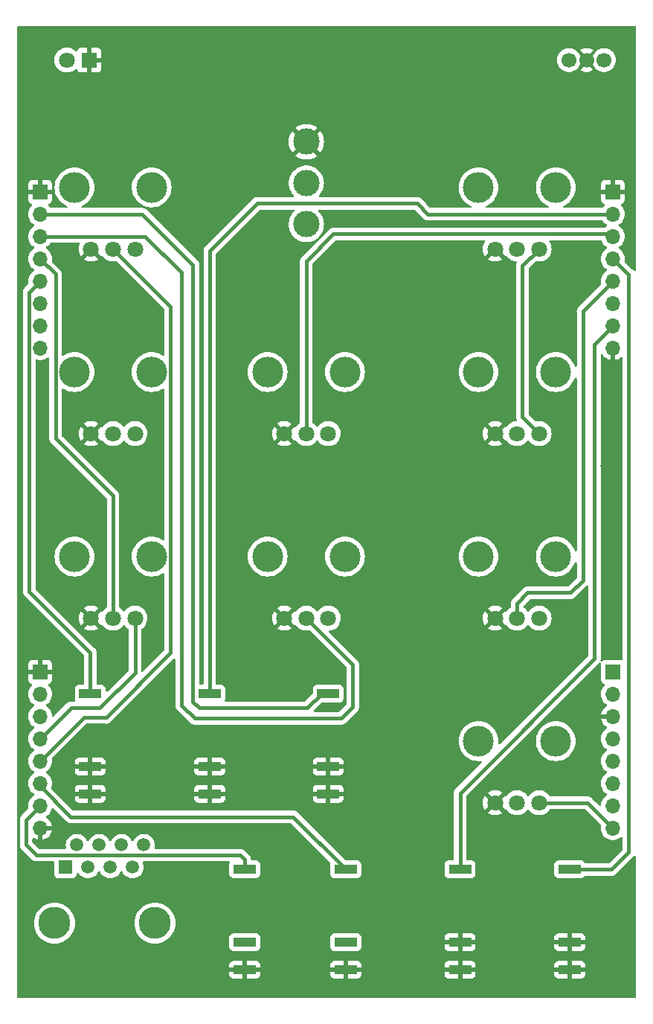
<source format=gbr>
%TF.GenerationSoftware,KiCad,Pcbnew,7.0.9*%
%TF.CreationDate,2024-02-02T16:30:56+00:00*%
%TF.ProjectId,QuadMod_Controls,51756164-4d6f-4645-9f43-6f6e74726f6c,rev?*%
%TF.SameCoordinates,Original*%
%TF.FileFunction,Copper,L2,Bot*%
%TF.FilePolarity,Positive*%
%FSLAX46Y46*%
G04 Gerber Fmt 4.6, Leading zero omitted, Abs format (unit mm)*
G04 Created by KiCad (PCBNEW 7.0.9) date 2024-02-02 16:30:56*
%MOMM*%
%LPD*%
G01*
G04 APERTURE LIST*
%TA.AperFunction,ComponentPad*%
%ADD10R,1.700000X1.700000*%
%TD*%
%TA.AperFunction,ComponentPad*%
%ADD11O,1.700000X1.700000*%
%TD*%
%TA.AperFunction,ComponentPad*%
%ADD12C,1.800000*%
%TD*%
%TA.AperFunction,WasherPad*%
%ADD13C,3.500000*%
%TD*%
%TA.AperFunction,ComponentPad*%
%ADD14R,2.500000X1.000000*%
%TD*%
%TA.AperFunction,ComponentPad*%
%ADD15C,1.700000*%
%TD*%
%TA.AperFunction,ComponentPad*%
%ADD16C,3.000000*%
%TD*%
%TA.AperFunction,ComponentPad*%
%ADD17R,1.800000X1.800000*%
%TD*%
%TA.AperFunction,ComponentPad*%
%ADD18C,1.500000*%
%TD*%
%TA.AperFunction,ComponentPad*%
%ADD19R,1.500000X1.500000*%
%TD*%
%TA.AperFunction,WasherPad*%
%ADD20C,3.650000*%
%TD*%
%TA.AperFunction,ViaPad*%
%ADD21C,0.800000*%
%TD*%
%TA.AperFunction,Conductor*%
%ADD22C,0.400000*%
%TD*%
G04 APERTURE END LIST*
D10*
%TO.P,J4,1,Pin_1*%
%TO.N,GND*%
X102700000Y-123600000D03*
D11*
%TO.P,J4,2,Pin_2*%
%TO.N,/LFO_RANGE*%
X102700000Y-126140000D03*
%TO.P,J4,3,Pin_3*%
%TO.N,/DLY_MIX*%
X102700000Y-128680000D03*
%TO.P,J4,4,Pin_4*%
%TO.N,+3.3VA*%
X102700000Y-131220000D03*
%TO.P,J4,5,Pin_5*%
%TO.N,/FX_MIX*%
X102700000Y-133760000D03*
%TO.P,J4,6,Pin_6*%
%TO.N,/OUT_AMP2*%
X102700000Y-136300000D03*
%TO.P,J4,7,Pin_7*%
%TO.N,/OUT_AMP1*%
X102700000Y-138840000D03*
%TO.P,J4,8,Pin_8*%
%TO.N,GND*%
X102700000Y-141380000D03*
%TD*%
D10*
%TO.P,J3,1,Pin_1*%
%TO.N,/FX_TYPE*%
X167900000Y-123600000D03*
D11*
%TO.P,J3,2,Pin_2*%
%TO.N,/DLY_FEEDBACK*%
X167900000Y-126140000D03*
%TO.P,J3,3,Pin_3*%
%TO.N,GND*%
X167900000Y-128680000D03*
%TO.P,J3,4,Pin_4*%
%TO.N,/IN4*%
X167900000Y-131220000D03*
%TO.P,J3,5,Pin_5*%
%TO.N,/IN3*%
X167900000Y-133760000D03*
%TO.P,J3,6,Pin_6*%
%TO.N,/IN2*%
X167900000Y-136300000D03*
%TO.P,J3,7,Pin_7*%
%TO.N,/IN1*%
X167900000Y-138840000D03*
%TO.P,J3,8,Pin_8*%
%TO.N,+3.3VA*%
X167900000Y-141380000D03*
%TD*%
D10*
%TO.P,J2,1,Pin_1*%
%TO.N,GND*%
X102700000Y-69000000D03*
D11*
%TO.P,J2,2,Pin_2*%
%TO.N,/FX_FEEDBACK_CV*%
X102700000Y-71540000D03*
%TO.P,J2,3,Pin_3*%
%TO.N,/FX_FEEDBACK_POT*%
X102700000Y-74080000D03*
%TO.P,J2,4,Pin_4*%
%TO.N,/LFO_SPEED_POT*%
X102700000Y-76620000D03*
%TO.P,J2,5,Pin_5*%
%TO.N,/LFO_SPEED_CV*%
X102700000Y-79160000D03*
%TO.P,J2,6,Pin_6*%
%TO.N,/CLOCKED_LED*%
X102700000Y-81700000D03*
%TO.P,J2,7,Pin_7*%
%TO.N,/DELAY_LED*%
X102700000Y-84240000D03*
%TO.P,J2,8,Pin_8*%
%TO.N,/FX_LED*%
X102700000Y-86780000D03*
%TD*%
D10*
%TO.P,J1,1,Pin_1*%
%TO.N,GND*%
X167900000Y-69000000D03*
D11*
%TO.P,J1,2,Pin_2*%
%TO.N,/LFO_BASEFREQ_CV*%
X167900000Y-71540000D03*
%TO.P,J1,3,Pin_3*%
%TO.N,/LFO_BASEFREQ_POT*%
X167900000Y-74080000D03*
%TO.P,J1,4,Pin_4*%
%TO.N,/DLY_FILTER_CV*%
X167900000Y-76620000D03*
%TO.P,J1,5,Pin_5*%
%TO.N,/DLY_FILTER_POT*%
X167900000Y-79160000D03*
%TO.P,J1,6,Pin_6*%
%TO.N,/DLY_TIME_POT*%
X167900000Y-81700000D03*
%TO.P,J1,7,Pin_7*%
%TO.N,/DLY_TIME_CV*%
X167900000Y-84240000D03*
%TO.P,J1,8,Pin_8*%
%TO.N,GND*%
X167900000Y-86780000D03*
%TD*%
D12*
%TO.P,FX_Mix_Pot1,3,3*%
%TO.N,GND*%
X108500000Y-75500000D03*
%TO.P,FX_Mix_Pot1,2,2*%
%TO.N,/FX_MIX*%
X111000000Y-75500000D03*
%TO.P,FX_Mix_Pot1,1,1*%
%TO.N,+3.3VA*%
X113500000Y-75500000D03*
D13*
%TO.P,FX_Mix_Pot1,*%
%TO.N,*%
X115400000Y-68500000D03*
X106600000Y-68500000D03*
%TD*%
D12*
%TO.P,Delay_Feedback_Pot1,3,3*%
%TO.N,GND*%
X154500000Y-96500000D03*
%TO.P,Delay_Feedback_Pot1,2,2*%
%TO.N,/DLY_FEEDBACK*%
X157000000Y-96500000D03*
%TO.P,Delay_Feedback_Pot1,1,1*%
%TO.N,+3.3VA*%
X159500000Y-96500000D03*
D13*
%TO.P,Delay_Feedback_Pot1,*%
%TO.N,*%
X161400000Y-89500000D03*
X152600000Y-89500000D03*
%TD*%
D14*
%TO.P,J8,3*%
%TO.N,/FX_FEEDBACK_CV*%
X135500000Y-126080000D03*
%TO.P,J8,2*%
%TO.N,GND*%
X135500000Y-134380000D03*
%TO.P,J8,1*%
X135500000Y-137480000D03*
%TD*%
%TO.P,J10,3*%
%TO.N,/OUT_AMP1*%
X126000000Y-146080000D03*
%TO.P,J10,2*%
%TO.N,unconnected-(J10-Pad2)*%
X126000000Y-154380000D03*
%TO.P,J10,1*%
%TO.N,GND*%
X126000000Y-157480000D03*
%TD*%
D15*
%TO.P,Delay_LED1,1,A1*%
%TO.N,/CLOCKED_LED*%
X166900000Y-54000000D03*
%TO.P,Delay_LED1,2,K*%
%TO.N,GND*%
X164900000Y-54000000D03*
%TO.P,Delay_LED1,3,A2*%
%TO.N,/DELAY_LED*%
X162900000Y-54000000D03*
%TD*%
D12*
%TO.P,FX_Feedback_Pot1,3,3*%
%TO.N,GND*%
X130500000Y-117500000D03*
%TO.P,FX_Feedback_Pot1,2,2*%
%TO.N,/FX_FEEDBACK_POT*%
X133000000Y-117500000D03*
%TO.P,FX_Feedback_Pot1,1,1*%
%TO.N,+3.3VA*%
X135500000Y-117500000D03*
D13*
%TO.P,FX_Feedback_Pot1,*%
%TO.N,*%
X137400000Y-110500000D03*
X128600000Y-110500000D03*
%TD*%
D12*
%TO.P,LFO_BaseFreq_Pot1,3,3*%
%TO.N,GND*%
X130500000Y-96500000D03*
%TO.P,LFO_BaseFreq_Pot1,2,2*%
%TO.N,/LFO_BASEFREQ_POT*%
X133000000Y-96500000D03*
%TO.P,LFO_BaseFreq_Pot1,1,1*%
%TO.N,+3.3VA*%
X135500000Y-96500000D03*
D13*
%TO.P,LFO_BaseFreq_Pot1,*%
%TO.N,*%
X137400000Y-89500000D03*
X128600000Y-89500000D03*
%TD*%
D12*
%TO.P,Delay_Mix_Pot1,3,3*%
%TO.N,GND*%
X154500000Y-138500000D03*
%TO.P,Delay_Mix_Pot1,2,2*%
%TO.N,/DLY_MIX*%
X157000000Y-138500000D03*
%TO.P,Delay_Mix_Pot1,1,1*%
%TO.N,+3.3VA*%
X159500000Y-138500000D03*
D13*
%TO.P,Delay_Mix_Pot1,*%
%TO.N,*%
X161400000Y-131500000D03*
X152600000Y-131500000D03*
%TD*%
D14*
%TO.P,J9,3*%
%TO.N,/LFO_SPEED_CV*%
X108400000Y-126080000D03*
%TO.P,J9,2*%
%TO.N,GND*%
X108400000Y-134380000D03*
%TO.P,J9,1*%
X108400000Y-137480000D03*
%TD*%
D12*
%TO.P,Delay_Time_Pot1,3,3*%
%TO.N,GND*%
X154500000Y-75500000D03*
%TO.P,Delay_Time_Pot1,2,2*%
%TO.N,/DLY_TIME_POT*%
X157000000Y-75500000D03*
%TO.P,Delay_Time_Pot1,1,1*%
%TO.N,+3.3VA*%
X159500000Y-75500000D03*
D13*
%TO.P,Delay_Time_Pot1,*%
%TO.N,*%
X161400000Y-68500000D03*
X152600000Y-68500000D03*
%TD*%
D12*
%TO.P,LFO_Range_Pot1,3,3*%
%TO.N,GND*%
X108500000Y-96500000D03*
%TO.P,LFO_Range_Pot1,2,2*%
%TO.N,/LFO_RANGE*%
X111000000Y-96500000D03*
%TO.P,LFO_Range_Pot1,1,1*%
%TO.N,+3.3VA*%
X113500000Y-96500000D03*
D13*
%TO.P,LFO_Range_Pot1,*%
%TO.N,*%
X115400000Y-89500000D03*
X106600000Y-89500000D03*
%TD*%
D12*
%TO.P,LFO_Speed_Pot1,3,3*%
%TO.N,GND*%
X108500000Y-117500000D03*
%TO.P,LFO_Speed_Pot1,2,2*%
%TO.N,/LFO_SPEED_POT*%
X111000000Y-117500000D03*
%TO.P,LFO_Speed_Pot1,1,1*%
%TO.N,+3.3VA*%
X113500000Y-117500000D03*
D13*
%TO.P,LFO_Speed_Pot1,*%
%TO.N,*%
X115400000Y-110500000D03*
X106600000Y-110500000D03*
%TD*%
D16*
%TO.P,SW1,1,A*%
%TO.N,+3.3VA*%
X133000000Y-72700000D03*
%TO.P,SW1,2,B*%
%TO.N,/FX_TYPE*%
X133000000Y-68000000D03*
%TO.P,SW1,3,C*%
%TO.N,GND*%
X133000000Y-63300000D03*
%TD*%
D14*
%TO.P,J6,3*%
%TO.N,/DLY_FILTER_CV*%
X163000000Y-146080000D03*
%TO.P,J6,2*%
%TO.N,GND*%
X163000000Y-154380000D03*
%TO.P,J6,1*%
X163000000Y-157480000D03*
%TD*%
D12*
%TO.P,Delay_Filter_Pot1,3,3*%
%TO.N,GND*%
X154500000Y-117500000D03*
%TO.P,Delay_Filter_Pot1,2,2*%
%TO.N,/DLY_FILTER_POT*%
X157000000Y-117500000D03*
%TO.P,Delay_Filter_Pot1,1,1*%
%TO.N,+3.3VA*%
X159500000Y-117500000D03*
D13*
%TO.P,Delay_Filter_Pot1,*%
%TO.N,*%
X161400000Y-110500000D03*
X152600000Y-110500000D03*
%TD*%
D17*
%TO.P,FX_LED1,1,K*%
%TO.N,GND*%
X108270000Y-54000000D03*
D12*
%TO.P,FX_LED1,2,A*%
%TO.N,/FX_LED*%
X105730000Y-54000000D03*
%TD*%
D14*
%TO.P,J7,3*%
%TO.N,/LFO_BASEFREQ_CV*%
X122000000Y-126080000D03*
%TO.P,J7,2*%
%TO.N,GND*%
X122000000Y-134380000D03*
%TO.P,J7,1*%
X122000000Y-137480000D03*
%TD*%
%TO.P,J11,3*%
%TO.N,/OUT_AMP2*%
X137500000Y-146080000D03*
%TO.P,J11,2*%
%TO.N,unconnected-(J11-Pad2)*%
X137500000Y-154380000D03*
%TO.P,J11,1*%
%TO.N,GND*%
X137500000Y-157480000D03*
%TD*%
D18*
%TO.P,J13,8*%
%TO.N,unconnected-(J13-Pad8)*%
X114490000Y-143310000D03*
%TO.P,J13,7*%
%TO.N,unconnected-(J13-Pad7)*%
X113220000Y-145850000D03*
%TO.P,J13,6*%
%TO.N,unconnected-(J13-Pad6)*%
X111950000Y-143310000D03*
%TO.P,J13,5*%
%TO.N,unconnected-(J13-Pad5)*%
X110680000Y-145850000D03*
%TO.P,J13,4*%
%TO.N,/IN4*%
X109410000Y-143310000D03*
%TO.P,J13,3*%
%TO.N,/IN3*%
X108140000Y-145850000D03*
%TO.P,J13,2*%
%TO.N,/IN2*%
X106870000Y-143310000D03*
D19*
%TO.P,J13,1*%
%TO.N,/IN1*%
X105600000Y-145850000D03*
D20*
%TO.P,J13,*%
%TO.N,*%
X115760000Y-152200000D03*
X104330000Y-152200000D03*
%TD*%
D14*
%TO.P,J5,3*%
%TO.N,/DLY_TIME_CV*%
X150500000Y-146080000D03*
%TO.P,J5,2*%
%TO.N,GND*%
X150500000Y-154380000D03*
%TO.P,J5,1*%
X150500000Y-157480000D03*
%TD*%
D21*
%TO.N,GND*%
X160800000Y-107200000D03*
X105000000Y-114500000D03*
X123800000Y-112200000D03*
X149100000Y-69900000D03*
X157000000Y-69900000D03*
X166000000Y-72700000D03*
X114200000Y-57400000D03*
X145200000Y-61300000D03*
X144500000Y-88400000D03*
X146500000Y-121600000D03*
X145700000Y-106300000D03*
X144400000Y-72000000D03*
X136300000Y-72000000D03*
X166900000Y-100200000D03*
X164200000Y-76500000D03*
X159200000Y-79800000D03*
X115000000Y-129300000D03*
X129000000Y-130300000D03*
X164500000Y-137200000D03*
X164600000Y-126100000D03*
X166000000Y-124000000D03*
X101000000Y-127400000D03*
X100700000Y-144900000D03*
X168400000Y-158700000D03*
X103600000Y-157900000D03*
X115100000Y-148700000D03*
X147400000Y-139400000D03*
X131700000Y-101100000D03*
X141100000Y-75600000D03*
X147700000Y-82200000D03*
X159200000Y-55800000D03*
X122300000Y-51900000D03*
X135400000Y-93400000D03*
X138100000Y-97600000D03*
X110800000Y-99700000D03*
X115800000Y-120200000D03*
X116100000Y-125200000D03*
X101100000Y-116800000D03*
X115300000Y-138300000D03*
X103700000Y-146900000D03*
X129400000Y-146000000D03*
X140800000Y-146100000D03*
X154000000Y-145700000D03*
X167100000Y-148500000D03*
X167000000Y-143700000D03*
X156800000Y-127600000D03*
X160600000Y-124100000D03*
X160500000Y-135700000D03*
X125100000Y-126100000D03*
X132300000Y-125800000D03*
X140600000Y-125600000D03*
X136200000Y-114100000D03*
X155600000Y-113900000D03*
X162500000Y-116500000D03*
X155700000Y-92700000D03*
X159300000Y-92900000D03*
X162700000Y-103300000D03*
X162700000Y-96800000D03*
X140300000Y-68600000D03*
X147400000Y-75500000D03*
X129700000Y-78300000D03*
X136900000Y-76600000D03*
X103000000Y-53500000D03*
X112600000Y-70300000D03*
X117600000Y-71500000D03*
X120800000Y-73900000D03*
X125900000Y-74000000D03*
X124200000Y-77400000D03*
X107000000Y-85100000D03*
X115400000Y-94400000D03*
X102900000Y-89300000D03*
X104400000Y-100200000D03*
X107400000Y-102600000D03*
X114600000Y-114700000D03*
X114600000Y-100300000D03*
X123800000Y-100700000D03*
X123700000Y-96600000D03*
%TD*%
D22*
%TO.N,/LFO_BASEFREQ_CV*%
X145600000Y-70300000D02*
X127400000Y-70300000D01*
X122000000Y-75700000D02*
X122000000Y-126080000D01*
X146840000Y-71540000D02*
X145600000Y-70300000D01*
X167900000Y-71540000D02*
X146840000Y-71540000D01*
X127400000Y-70300000D02*
X122000000Y-75700000D01*
%TO.N,/DLY_TIME_CV*%
X165800000Y-122100000D02*
X150500000Y-137400000D01*
X165800000Y-86340000D02*
X165800000Y-122100000D01*
X150500000Y-137400000D02*
X150500000Y-146080000D01*
X167900000Y-84240000D02*
X165800000Y-86340000D01*
%TO.N,/FX_FEEDBACK_CV*%
X114340000Y-71540000D02*
X102700000Y-71540000D01*
X120800000Y-127700000D02*
X120100000Y-127000000D01*
X120100000Y-77300000D02*
X114340000Y-71540000D01*
X133130000Y-127700000D02*
X120800000Y-127700000D01*
X135500000Y-126080000D02*
X134750000Y-126080000D01*
X134750000Y-126080000D02*
X133130000Y-127700000D01*
X120100000Y-127000000D02*
X120100000Y-77300000D01*
%TO.N,+3.3VA*%
X159500000Y-96500000D02*
X157600000Y-94600000D01*
X159500000Y-138500000D02*
X165020000Y-138500000D01*
X106220000Y-127700000D02*
X109500000Y-127700000D01*
X102700000Y-131220000D02*
X106220000Y-127700000D01*
X165020000Y-138500000D02*
X167900000Y-141380000D01*
X157600000Y-77400000D02*
X159500000Y-75500000D01*
X157600000Y-94600000D02*
X157600000Y-77400000D01*
X113500000Y-123700000D02*
X113500000Y-117500000D01*
X109500000Y-127700000D02*
X113500000Y-123700000D01*
%TO.N,/DLY_FILTER_POT*%
X164500000Y-113200000D02*
X164500000Y-82600000D01*
X158200000Y-114600000D02*
X163100000Y-114600000D01*
X157000000Y-117500000D02*
X157000000Y-115800000D01*
X157000000Y-115800000D02*
X158200000Y-114600000D01*
X164500000Y-82600000D02*
X167900000Y-79200000D01*
X163100000Y-114600000D02*
X164500000Y-113200000D01*
X167900000Y-79200000D02*
X167900000Y-79160000D01*
%TO.N,/FX_FEEDBACK_POT*%
X118800000Y-127400000D02*
X120300000Y-128900000D01*
X118800000Y-78200000D02*
X118800000Y-127400000D01*
X138300000Y-127600000D02*
X138300000Y-122800000D01*
X137000000Y-128900000D02*
X138300000Y-127600000D01*
X114680000Y-74080000D02*
X118800000Y-78200000D01*
X120300000Y-128900000D02*
X137000000Y-128900000D01*
X138300000Y-122800000D02*
X133000000Y-117500000D01*
X102700000Y-74080000D02*
X114680000Y-74080000D01*
%TO.N,/DLY_FILTER_CV*%
X169700000Y-78400000D02*
X169680000Y-78400000D01*
X163020000Y-146100000D02*
X167750000Y-146100000D01*
X169700000Y-144150000D02*
X169700000Y-78400000D01*
X169680000Y-78400000D02*
X167900000Y-76620000D01*
X167750000Y-146100000D02*
X169700000Y-144150000D01*
X163000000Y-146080000D02*
X163020000Y-146100000D01*
%TO.N,/LFO_BASEFREQ_POT*%
X133000000Y-76900000D02*
X136100000Y-73800000D01*
X133000000Y-96500000D02*
X133000000Y-76900000D01*
X167620000Y-73800000D02*
X167900000Y-74080000D01*
X136100000Y-73800000D02*
X167620000Y-73800000D01*
%TO.N,/LFO_SPEED_POT*%
X111000000Y-103600000D02*
X104450000Y-97050000D01*
X104450000Y-97050000D02*
X104450000Y-78370000D01*
X104450000Y-78370000D02*
X102700000Y-76620000D01*
X111000000Y-117500000D02*
X111000000Y-103600000D01*
%TO.N,/LFO_SPEED_CV*%
X108400000Y-126080000D02*
X108400000Y-121400000D01*
X101450000Y-80410000D02*
X102700000Y-79160000D01*
X108400000Y-121400000D02*
X101450000Y-114450000D01*
X101450000Y-114450000D02*
X101450000Y-80410000D01*
%TO.N,/FX_MIX*%
X110200000Y-128800000D02*
X117550000Y-121450000D01*
X107660000Y-128800000D02*
X110200000Y-128800000D01*
X117550000Y-121450000D02*
X117550000Y-82050000D01*
X102700000Y-133760000D02*
X107660000Y-128800000D01*
X117550000Y-82050000D02*
X111000000Y-75500000D01*
%TO.N,/OUT_AMP2*%
X106200000Y-140100000D02*
X102700000Y-136600000D01*
X131520000Y-140100000D02*
X106200000Y-140100000D01*
X137500000Y-146080000D02*
X131520000Y-140100000D01*
X102700000Y-136600000D02*
X102700000Y-136300000D01*
%TO.N,/OUT_AMP1*%
X101100000Y-143300000D02*
X101100000Y-140440000D01*
X101100000Y-140440000D02*
X102700000Y-138840000D01*
X125460000Y-144460000D02*
X102260000Y-144460000D01*
X126000000Y-145652500D02*
X126000000Y-145000000D01*
X102260000Y-144460000D02*
X101100000Y-143300000D01*
X126000000Y-145000000D02*
X125460000Y-144460000D01*
%TD*%
%TA.AperFunction,Conductor*%
%TO.N,GND*%
G36*
X170441621Y-50120502D02*
G01*
X170488114Y-50174158D01*
X170499500Y-50226500D01*
X170499500Y-77901784D01*
X170479498Y-77969905D01*
X170425842Y-78016398D01*
X170355568Y-78026502D01*
X170290988Y-77997008D01*
X170279189Y-77985339D01*
X170261267Y-77965110D01*
X170256570Y-77959114D01*
X170234214Y-77926726D01*
X170234211Y-77926723D01*
X170217205Y-77911658D01*
X170204748Y-77900622D01*
X170199376Y-77895250D01*
X170173273Y-77865785D01*
X170140879Y-77843425D01*
X170134889Y-77838732D01*
X170105429Y-77812632D01*
X170099617Y-77809582D01*
X170069081Y-77787111D01*
X169271299Y-76989329D01*
X169237273Y-76927017D01*
X169238250Y-76869301D01*
X169239559Y-76864129D01*
X169244564Y-76844368D01*
X169263156Y-76620000D01*
X169244564Y-76395632D01*
X169219989Y-76298587D01*
X169189297Y-76177387D01*
X169189296Y-76177386D01*
X169189296Y-76177384D01*
X169098860Y-75971209D01*
X169025688Y-75859210D01*
X168975724Y-75782734D01*
X168975720Y-75782729D01*
X168823237Y-75617091D01*
X168716612Y-75534101D01*
X168645576Y-75478811D01*
X168612319Y-75460813D01*
X168561929Y-75410802D01*
X168546576Y-75341485D01*
X168571136Y-75274872D01*
X168612320Y-75239186D01*
X168645576Y-75221189D01*
X168823240Y-75082906D01*
X168975722Y-74917268D01*
X169098860Y-74728791D01*
X169189296Y-74522616D01*
X169244564Y-74304368D01*
X169263156Y-74080000D01*
X169244564Y-73855632D01*
X169244562Y-73855624D01*
X169189297Y-73637387D01*
X169189296Y-73637386D01*
X169189296Y-73637384D01*
X169098860Y-73431209D01*
X169056738Y-73366736D01*
X168975724Y-73242734D01*
X168975720Y-73242729D01*
X168843844Y-73099476D01*
X168823240Y-73077094D01*
X168823239Y-73077093D01*
X168823237Y-73077091D01*
X168690935Y-72974116D01*
X168645576Y-72938811D01*
X168612319Y-72920813D01*
X168561929Y-72870802D01*
X168546576Y-72801485D01*
X168571136Y-72734872D01*
X168612320Y-72699186D01*
X168645576Y-72681189D01*
X168823240Y-72542906D01*
X168975722Y-72377268D01*
X169098860Y-72188791D01*
X169189296Y-71982616D01*
X169244564Y-71764368D01*
X169263156Y-71540000D01*
X169244564Y-71315632D01*
X169222546Y-71228686D01*
X169189297Y-71097387D01*
X169189296Y-71097386D01*
X169189296Y-71097384D01*
X169098860Y-70891209D01*
X169057301Y-70827598D01*
X168975724Y-70702734D01*
X168975714Y-70702722D01*
X168832159Y-70546782D01*
X168800737Y-70483117D01*
X168808723Y-70412571D01*
X168853582Y-70357542D01*
X168880827Y-70343388D01*
X168995965Y-70300444D01*
X169112904Y-70212904D01*
X169200444Y-70095965D01*
X169200444Y-70095964D01*
X169251494Y-69959093D01*
X169257999Y-69898597D01*
X169258000Y-69898585D01*
X169258000Y-69254000D01*
X168331116Y-69254000D01*
X168359493Y-69209844D01*
X168400000Y-69071889D01*
X168400000Y-68928111D01*
X168359493Y-68790156D01*
X168331116Y-68746000D01*
X169258000Y-68746000D01*
X169258000Y-68101414D01*
X169257999Y-68101402D01*
X169251494Y-68040906D01*
X169200444Y-67904035D01*
X169200444Y-67904034D01*
X169112904Y-67787095D01*
X168995965Y-67699555D01*
X168859093Y-67648505D01*
X168798597Y-67642000D01*
X168154000Y-67642000D01*
X168154000Y-68566325D01*
X168042315Y-68515320D01*
X167935763Y-68500000D01*
X167864237Y-68500000D01*
X167757685Y-68515320D01*
X167646000Y-68566325D01*
X167646000Y-67642000D01*
X167001402Y-67642000D01*
X166940906Y-67648505D01*
X166804035Y-67699555D01*
X166804034Y-67699555D01*
X166687095Y-67787095D01*
X166599555Y-67904034D01*
X166599555Y-67904035D01*
X166548505Y-68040906D01*
X166542000Y-68101402D01*
X166542000Y-68746000D01*
X167468884Y-68746000D01*
X167440507Y-68790156D01*
X167400000Y-68928111D01*
X167400000Y-69071889D01*
X167440507Y-69209844D01*
X167468884Y-69254000D01*
X166542000Y-69254000D01*
X166542000Y-69898597D01*
X166548505Y-69959093D01*
X166599555Y-70095964D01*
X166599555Y-70095965D01*
X166687095Y-70212904D01*
X166804034Y-70300444D01*
X166919172Y-70343388D01*
X166976008Y-70385935D01*
X167000819Y-70452455D01*
X166985728Y-70521829D01*
X166967841Y-70546782D01*
X166824280Y-70702729D01*
X166824275Y-70702734D01*
X166777445Y-70774415D01*
X166723442Y-70820504D01*
X166671962Y-70831500D01*
X162318963Y-70831500D01*
X162250842Y-70811498D01*
X162204349Y-70757842D01*
X162194245Y-70687568D01*
X162223739Y-70622988D01*
X162263235Y-70592494D01*
X162266153Y-70591055D01*
X162531673Y-70460115D01*
X162777838Y-70295633D01*
X163000427Y-70100427D01*
X163195633Y-69877838D01*
X163360115Y-69631673D01*
X163491059Y-69366145D01*
X163586224Y-69085797D01*
X163643983Y-68795426D01*
X163663346Y-68500000D01*
X163643983Y-68204574D01*
X163586224Y-67914203D01*
X163491059Y-67633855D01*
X163360115Y-67368327D01*
X163195633Y-67122162D01*
X163000427Y-66899573D01*
X162777838Y-66704367D01*
X162777830Y-66704361D01*
X162777827Y-66704359D01*
X162531670Y-66539883D01*
X162266151Y-66408944D01*
X162266145Y-66408941D01*
X162266140Y-66408939D01*
X162266137Y-66408938D01*
X161985805Y-66313778D01*
X161985799Y-66313776D01*
X161985797Y-66313776D01*
X161888566Y-66294435D01*
X161695435Y-66256018D01*
X161695421Y-66256016D01*
X161400003Y-66236654D01*
X161399997Y-66236654D01*
X161104578Y-66256016D01*
X161104564Y-66256018D01*
X160862818Y-66304105D01*
X160814203Y-66313776D01*
X160814201Y-66313776D01*
X160814194Y-66313778D01*
X160533862Y-66408938D01*
X160533848Y-66408944D01*
X160268329Y-66539883D01*
X160022172Y-66704359D01*
X160022165Y-66704364D01*
X160022162Y-66704367D01*
X159799573Y-66899573D01*
X159604367Y-67122162D01*
X159604364Y-67122165D01*
X159604359Y-67122172D01*
X159439883Y-67368329D01*
X159308944Y-67633848D01*
X159308938Y-67633862D01*
X159213778Y-67914194D01*
X159213776Y-67914204D01*
X159156018Y-68204564D01*
X159156016Y-68204578D01*
X159136654Y-68499996D01*
X159136654Y-68500003D01*
X159156016Y-68795421D01*
X159156018Y-68795435D01*
X159182410Y-68928111D01*
X159211009Y-69071889D01*
X159213776Y-69085795D01*
X159213778Y-69085805D01*
X159308938Y-69366137D01*
X159308944Y-69366151D01*
X159439883Y-69631670D01*
X159604359Y-69877827D01*
X159604361Y-69877830D01*
X159604367Y-69877838D01*
X159799573Y-70100427D01*
X160022162Y-70295633D01*
X160268327Y-70460115D01*
X160268328Y-70460115D01*
X160268329Y-70460116D01*
X160536765Y-70592494D01*
X160589014Y-70640562D01*
X160606981Y-70709248D01*
X160584962Y-70776743D01*
X160529947Y-70821620D01*
X160481037Y-70831500D01*
X153518963Y-70831500D01*
X153450842Y-70811498D01*
X153404349Y-70757842D01*
X153394245Y-70687568D01*
X153423739Y-70622988D01*
X153463235Y-70592494D01*
X153466153Y-70591055D01*
X153731673Y-70460115D01*
X153977838Y-70295633D01*
X154200427Y-70100427D01*
X154395633Y-69877838D01*
X154560115Y-69631673D01*
X154691059Y-69366145D01*
X154786224Y-69085797D01*
X154843983Y-68795426D01*
X154863346Y-68500000D01*
X154843983Y-68204574D01*
X154786224Y-67914203D01*
X154691059Y-67633855D01*
X154560115Y-67368327D01*
X154395633Y-67122162D01*
X154200427Y-66899573D01*
X153977838Y-66704367D01*
X153977830Y-66704361D01*
X153977827Y-66704359D01*
X153731670Y-66539883D01*
X153466151Y-66408944D01*
X153466145Y-66408941D01*
X153466140Y-66408939D01*
X153466137Y-66408938D01*
X153185805Y-66313778D01*
X153185799Y-66313776D01*
X153185797Y-66313776D01*
X153088566Y-66294435D01*
X152895435Y-66256018D01*
X152895421Y-66256016D01*
X152600003Y-66236654D01*
X152599997Y-66236654D01*
X152304578Y-66256016D01*
X152304564Y-66256018D01*
X152062818Y-66304105D01*
X152014203Y-66313776D01*
X152014201Y-66313776D01*
X152014194Y-66313778D01*
X151733862Y-66408938D01*
X151733848Y-66408944D01*
X151468329Y-66539883D01*
X151222172Y-66704359D01*
X151222165Y-66704364D01*
X151222162Y-66704367D01*
X150999573Y-66899573D01*
X150804367Y-67122162D01*
X150804364Y-67122165D01*
X150804359Y-67122172D01*
X150639883Y-67368329D01*
X150508944Y-67633848D01*
X150508938Y-67633862D01*
X150413778Y-67914194D01*
X150413776Y-67914204D01*
X150356018Y-68204564D01*
X150356016Y-68204578D01*
X150336654Y-68499996D01*
X150336654Y-68500003D01*
X150356016Y-68795421D01*
X150356018Y-68795435D01*
X150382410Y-68928111D01*
X150411009Y-69071889D01*
X150413776Y-69085795D01*
X150413778Y-69085805D01*
X150508938Y-69366137D01*
X150508944Y-69366151D01*
X150639883Y-69631670D01*
X150804359Y-69877827D01*
X150804361Y-69877830D01*
X150804367Y-69877838D01*
X150999573Y-70100427D01*
X151222162Y-70295633D01*
X151468327Y-70460115D01*
X151468328Y-70460115D01*
X151468329Y-70460116D01*
X151736765Y-70592494D01*
X151789014Y-70640562D01*
X151806981Y-70709248D01*
X151784962Y-70776743D01*
X151729947Y-70821620D01*
X151681037Y-70831500D01*
X147185660Y-70831500D01*
X147117539Y-70811498D01*
X147096565Y-70794595D01*
X146645358Y-70343388D01*
X146117464Y-69815494D01*
X146114880Y-69812750D01*
X146073273Y-69765785D01*
X146073270Y-69765783D01*
X146073271Y-69765783D01*
X146021655Y-69730154D01*
X146018590Y-69727899D01*
X146000146Y-69713449D01*
X145969226Y-69689225D01*
X145969222Y-69689223D01*
X145959919Y-69685035D01*
X145940069Y-69673840D01*
X145931675Y-69668046D01*
X145908705Y-69659334D01*
X145873043Y-69645809D01*
X145869528Y-69644353D01*
X145812332Y-69618612D01*
X145812330Y-69618611D01*
X145812329Y-69618611D01*
X145802286Y-69616770D01*
X145780336Y-69610650D01*
X145770801Y-69607035D01*
X145770800Y-69607034D01*
X145770798Y-69607034D01*
X145770794Y-69607033D01*
X145718362Y-69600667D01*
X145708537Y-69599473D01*
X145704786Y-69598902D01*
X145663760Y-69591385D01*
X145643094Y-69587598D01*
X145643093Y-69587598D01*
X145580488Y-69591385D01*
X145576685Y-69591500D01*
X134551946Y-69591500D01*
X134483825Y-69571498D01*
X134437332Y-69517842D01*
X134427228Y-69447568D01*
X134456722Y-69382988D01*
X134459861Y-69379498D01*
X134561657Y-69270502D01*
X134720111Y-69046023D01*
X134846523Y-68802058D01*
X134938538Y-68543153D01*
X134994442Y-68274130D01*
X134994443Y-68274116D01*
X135013193Y-68000004D01*
X135013193Y-67999995D01*
X134994443Y-67725883D01*
X134994442Y-67725877D01*
X134994442Y-67725870D01*
X134938538Y-67456847D01*
X134846523Y-67197942D01*
X134720111Y-66953977D01*
X134561657Y-66729498D01*
X134374111Y-66528686D01*
X134160969Y-66355282D01*
X133926200Y-66212516D01*
X133926201Y-66212516D01*
X133926197Y-66212514D01*
X133674180Y-66103048D01*
X133674178Y-66103047D01*
X133674177Y-66103047D01*
X133541886Y-66065981D01*
X133409593Y-66028914D01*
X133137395Y-65991500D01*
X133137385Y-65991500D01*
X132862615Y-65991500D01*
X132862604Y-65991500D01*
X132590406Y-66028914D01*
X132325819Y-66103048D01*
X132073802Y-66212514D01*
X131839028Y-66355284D01*
X131625886Y-66528688D01*
X131438343Y-66729498D01*
X131279892Y-66953971D01*
X131153477Y-67197941D01*
X131061462Y-67456845D01*
X131061460Y-67456853D01*
X131026599Y-67624614D01*
X131011027Y-67699555D01*
X131005557Y-67725877D01*
X131005556Y-67725883D01*
X130986807Y-67999995D01*
X130986807Y-68000004D01*
X131005556Y-68274116D01*
X131005557Y-68274122D01*
X131005558Y-68274130D01*
X131036217Y-68421670D01*
X131061460Y-68543146D01*
X131061462Y-68543154D01*
X131153477Y-68802058D01*
X131279892Y-69046028D01*
X131298147Y-69071889D01*
X131438343Y-69270502D01*
X131540139Y-69379498D01*
X131572017Y-69442935D01*
X131564538Y-69513537D01*
X131520076Y-69568887D01*
X131452747Y-69591413D01*
X131448054Y-69591500D01*
X127423302Y-69591500D01*
X127419502Y-69591385D01*
X127356907Y-69587599D01*
X127356906Y-69587599D01*
X127356905Y-69587599D01*
X127295216Y-69598902D01*
X127291458Y-69599474D01*
X127265462Y-69602631D01*
X127229199Y-69607035D01*
X127229197Y-69607035D01*
X127229195Y-69607036D01*
X127219653Y-69610654D01*
X127197706Y-69616772D01*
X127187677Y-69618610D01*
X127187665Y-69618614D01*
X127130485Y-69644348D01*
X127126970Y-69645804D01*
X127068326Y-69668045D01*
X127068320Y-69668048D01*
X127059926Y-69673842D01*
X127040075Y-69685038D01*
X127030777Y-69689223D01*
X127030772Y-69689226D01*
X126981402Y-69727903D01*
X126978339Y-69730157D01*
X126926726Y-69765784D01*
X126885126Y-69812740D01*
X126882518Y-69815511D01*
X121515511Y-75182518D01*
X121512740Y-75185126D01*
X121465784Y-75226726D01*
X121430157Y-75278339D01*
X121427904Y-75281401D01*
X121389227Y-75330769D01*
X121389222Y-75330779D01*
X121385035Y-75340080D01*
X121373846Y-75359921D01*
X121368045Y-75368326D01*
X121345807Y-75426961D01*
X121344351Y-75430476D01*
X121318613Y-75487665D01*
X121318609Y-75487678D01*
X121316770Y-75497711D01*
X121310651Y-75519661D01*
X121307034Y-75529199D01*
X121299476Y-75591441D01*
X121298904Y-75595201D01*
X121287598Y-75656906D01*
X121291385Y-75719508D01*
X121291500Y-75723313D01*
X121291500Y-124945500D01*
X121271498Y-125013621D01*
X121217842Y-125060114D01*
X121165500Y-125071500D01*
X120934500Y-125071500D01*
X120866379Y-125051498D01*
X120819886Y-124997842D01*
X120808500Y-124945500D01*
X120808500Y-77323313D01*
X120808615Y-77319508D01*
X120812402Y-77256907D01*
X120801090Y-77195182D01*
X120800527Y-77191478D01*
X120792965Y-77129199D01*
X120792116Y-77126960D01*
X120789351Y-77119668D01*
X120783227Y-77097702D01*
X120781389Y-77087673D01*
X120781389Y-77087671D01*
X120755646Y-77030473D01*
X120754189Y-77026956D01*
X120731957Y-76968332D01*
X120731955Y-76968329D01*
X120731954Y-76968325D01*
X120726163Y-76959935D01*
X120714958Y-76940070D01*
X120710775Y-76930774D01*
X120672088Y-76881395D01*
X120669846Y-76878348D01*
X120634215Y-76826727D01*
X120587249Y-76785119D01*
X120584503Y-76782533D01*
X114857464Y-71055494D01*
X114854880Y-71052750D01*
X114813273Y-71005785D01*
X114813270Y-71005783D01*
X114813271Y-71005783D01*
X114761655Y-70970154D01*
X114758590Y-70967899D01*
X114740146Y-70953449D01*
X114709226Y-70929225D01*
X114709222Y-70929223D01*
X114699919Y-70925035D01*
X114680069Y-70913840D01*
X114671675Y-70908046D01*
X114648705Y-70899334D01*
X114613043Y-70885809D01*
X114609531Y-70884354D01*
X114590613Y-70875841D01*
X114550339Y-70841331D01*
X114523052Y-70848124D01*
X114513110Y-70847314D01*
X114452618Y-70839969D01*
X114448541Y-70839474D01*
X114444786Y-70838902D01*
X114403760Y-70831385D01*
X114383094Y-70827598D01*
X114383093Y-70827598D01*
X114320488Y-70831385D01*
X114316685Y-70831500D01*
X107518963Y-70831500D01*
X107450842Y-70811498D01*
X107404349Y-70757842D01*
X107394245Y-70687568D01*
X107423739Y-70622988D01*
X107463235Y-70592494D01*
X107466153Y-70591055D01*
X107731673Y-70460115D01*
X107977838Y-70295633D01*
X108200427Y-70100427D01*
X108395633Y-69877838D01*
X108560115Y-69631673D01*
X108691059Y-69366145D01*
X108786224Y-69085797D01*
X108843983Y-68795426D01*
X108863346Y-68500003D01*
X113136654Y-68500003D01*
X113156016Y-68795421D01*
X113156018Y-68795435D01*
X113182410Y-68928111D01*
X113211009Y-69071889D01*
X113213776Y-69085795D01*
X113213778Y-69085805D01*
X113308938Y-69366137D01*
X113308944Y-69366151D01*
X113439883Y-69631670D01*
X113604359Y-69877827D01*
X113604361Y-69877830D01*
X113604367Y-69877838D01*
X113799573Y-70100427D01*
X114022162Y-70295633D01*
X114268327Y-70460115D01*
X114533855Y-70591059D01*
X114568800Y-70602921D01*
X114623651Y-70641490D01*
X114659561Y-70636124D01*
X114682821Y-70641626D01*
X114814203Y-70686224D01*
X115104574Y-70743983D01*
X115273388Y-70755047D01*
X115399997Y-70763346D01*
X115400000Y-70763346D01*
X115400003Y-70763346D01*
X115510784Y-70756084D01*
X115695426Y-70743983D01*
X115985797Y-70686224D01*
X116266145Y-70591059D01*
X116531673Y-70460115D01*
X116777838Y-70295633D01*
X117000427Y-70100427D01*
X117195633Y-69877838D01*
X117360115Y-69631673D01*
X117491059Y-69366145D01*
X117586224Y-69085797D01*
X117643983Y-68795426D01*
X117663346Y-68500000D01*
X117643983Y-68204574D01*
X117586224Y-67914203D01*
X117491059Y-67633855D01*
X117360115Y-67368327D01*
X117195633Y-67122162D01*
X117000427Y-66899573D01*
X116777838Y-66704367D01*
X116777830Y-66704361D01*
X116777827Y-66704359D01*
X116531670Y-66539883D01*
X116266151Y-66408944D01*
X116266145Y-66408941D01*
X116266140Y-66408939D01*
X116266137Y-66408938D01*
X115985805Y-66313778D01*
X115985799Y-66313776D01*
X115985797Y-66313776D01*
X115888566Y-66294435D01*
X115695435Y-66256018D01*
X115695421Y-66256016D01*
X115400003Y-66236654D01*
X115399997Y-66236654D01*
X115104578Y-66256016D01*
X115104564Y-66256018D01*
X114862818Y-66304105D01*
X114814203Y-66313776D01*
X114814201Y-66313776D01*
X114814194Y-66313778D01*
X114533862Y-66408938D01*
X114533848Y-66408944D01*
X114268329Y-66539883D01*
X114022172Y-66704359D01*
X114022165Y-66704364D01*
X114022162Y-66704367D01*
X113799573Y-66899573D01*
X113604367Y-67122162D01*
X113604364Y-67122165D01*
X113604359Y-67122172D01*
X113439883Y-67368329D01*
X113308944Y-67633848D01*
X113308938Y-67633862D01*
X113213778Y-67914194D01*
X113213776Y-67914204D01*
X113156018Y-68204564D01*
X113156016Y-68204578D01*
X113136654Y-68499996D01*
X113136654Y-68500003D01*
X108863346Y-68500003D01*
X108863346Y-68500000D01*
X108843983Y-68204574D01*
X108786224Y-67914203D01*
X108691059Y-67633855D01*
X108560115Y-67368327D01*
X108395633Y-67122162D01*
X108200427Y-66899573D01*
X107977838Y-66704367D01*
X107977830Y-66704361D01*
X107977827Y-66704359D01*
X107731670Y-66539883D01*
X107466151Y-66408944D01*
X107466145Y-66408941D01*
X107466140Y-66408939D01*
X107466137Y-66408938D01*
X107185805Y-66313778D01*
X107185799Y-66313776D01*
X107185797Y-66313776D01*
X107088566Y-66294435D01*
X106895435Y-66256018D01*
X106895421Y-66256016D01*
X106600003Y-66236654D01*
X106599997Y-66236654D01*
X106304578Y-66256016D01*
X106304564Y-66256018D01*
X106062818Y-66304105D01*
X106014203Y-66313776D01*
X106014201Y-66313776D01*
X106014194Y-66313778D01*
X105733862Y-66408938D01*
X105733848Y-66408944D01*
X105468329Y-66539883D01*
X105222172Y-66704359D01*
X105222165Y-66704364D01*
X105222162Y-66704367D01*
X104999573Y-66899573D01*
X104804367Y-67122162D01*
X104804364Y-67122165D01*
X104804359Y-67122172D01*
X104639883Y-67368329D01*
X104508944Y-67633848D01*
X104508938Y-67633862D01*
X104413778Y-67914194D01*
X104413776Y-67914204D01*
X104356018Y-68204564D01*
X104356016Y-68204578D01*
X104336654Y-68499996D01*
X104336654Y-68500003D01*
X104356016Y-68795421D01*
X104356018Y-68795435D01*
X104382410Y-68928111D01*
X104411009Y-69071889D01*
X104413776Y-69085795D01*
X104413778Y-69085805D01*
X104508938Y-69366137D01*
X104508944Y-69366151D01*
X104639883Y-69631670D01*
X104804359Y-69877827D01*
X104804361Y-69877830D01*
X104804367Y-69877838D01*
X104999573Y-70100427D01*
X105222162Y-70295633D01*
X105468327Y-70460115D01*
X105468328Y-70460115D01*
X105468329Y-70460116D01*
X105736765Y-70592494D01*
X105789014Y-70640562D01*
X105806981Y-70709248D01*
X105784962Y-70776743D01*
X105729947Y-70821620D01*
X105681037Y-70831500D01*
X103928038Y-70831500D01*
X103859917Y-70811498D01*
X103822555Y-70774415D01*
X103775724Y-70702734D01*
X103775714Y-70702722D01*
X103632159Y-70546782D01*
X103600737Y-70483117D01*
X103608723Y-70412571D01*
X103653582Y-70357542D01*
X103680827Y-70343388D01*
X103795965Y-70300444D01*
X103912904Y-70212904D01*
X104000444Y-70095965D01*
X104000444Y-70095964D01*
X104051494Y-69959093D01*
X104057999Y-69898597D01*
X104058000Y-69898585D01*
X104058000Y-69254000D01*
X103131116Y-69254000D01*
X103159493Y-69209844D01*
X103200000Y-69071889D01*
X103200000Y-68928111D01*
X103159493Y-68790156D01*
X103131116Y-68746000D01*
X104058000Y-68746000D01*
X104058000Y-68101414D01*
X104057999Y-68101402D01*
X104051494Y-68040906D01*
X104000444Y-67904035D01*
X104000444Y-67904034D01*
X103912904Y-67787095D01*
X103795965Y-67699555D01*
X103659093Y-67648505D01*
X103598597Y-67642000D01*
X102954000Y-67642000D01*
X102954000Y-68566325D01*
X102842315Y-68515320D01*
X102735763Y-68500000D01*
X102664237Y-68500000D01*
X102557685Y-68515320D01*
X102446000Y-68566325D01*
X102446000Y-67642000D01*
X101801402Y-67642000D01*
X101740906Y-67648505D01*
X101604035Y-67699555D01*
X101604034Y-67699555D01*
X101487095Y-67787095D01*
X101399555Y-67904034D01*
X101399555Y-67904035D01*
X101348505Y-68040906D01*
X101342000Y-68101402D01*
X101342000Y-68746000D01*
X102268884Y-68746000D01*
X102240507Y-68790156D01*
X102200000Y-68928111D01*
X102200000Y-69071889D01*
X102240507Y-69209844D01*
X102268884Y-69254000D01*
X101342000Y-69254000D01*
X101342000Y-69898597D01*
X101348505Y-69959093D01*
X101399555Y-70095964D01*
X101399555Y-70095965D01*
X101487095Y-70212904D01*
X101604034Y-70300444D01*
X101719172Y-70343388D01*
X101776008Y-70385935D01*
X101800819Y-70452455D01*
X101785728Y-70521829D01*
X101767841Y-70546782D01*
X101624280Y-70702729D01*
X101624275Y-70702734D01*
X101501141Y-70891206D01*
X101410703Y-71097386D01*
X101410702Y-71097387D01*
X101355437Y-71315624D01*
X101336844Y-71540000D01*
X101355437Y-71764375D01*
X101410702Y-71982612D01*
X101410703Y-71982613D01*
X101410704Y-71982616D01*
X101484464Y-72150774D01*
X101501141Y-72188793D01*
X101624275Y-72377265D01*
X101624279Y-72377270D01*
X101776762Y-72542908D01*
X101831331Y-72585381D01*
X101954424Y-72681189D01*
X101987680Y-72699186D01*
X102038071Y-72749200D01*
X102053423Y-72818516D01*
X102028862Y-72885129D01*
X101987680Y-72920813D01*
X101954426Y-72938810D01*
X101954424Y-72938811D01*
X101776762Y-73077091D01*
X101624279Y-73242729D01*
X101624275Y-73242734D01*
X101501141Y-73431206D01*
X101410703Y-73637386D01*
X101410702Y-73637387D01*
X101355437Y-73855624D01*
X101355436Y-73855630D01*
X101355436Y-73855632D01*
X101336844Y-74080000D01*
X101345438Y-74183718D01*
X101355437Y-74304375D01*
X101410702Y-74522612D01*
X101410703Y-74522613D01*
X101410704Y-74522616D01*
X101460196Y-74635447D01*
X101501141Y-74728793D01*
X101624275Y-74917265D01*
X101624279Y-74917270D01*
X101776762Y-75082908D01*
X101831331Y-75125381D01*
X101954424Y-75221189D01*
X101987680Y-75239186D01*
X102038071Y-75289200D01*
X102053423Y-75358516D01*
X102028862Y-75425129D01*
X101987680Y-75460813D01*
X101954426Y-75478810D01*
X101954424Y-75478811D01*
X101776762Y-75617091D01*
X101624279Y-75782729D01*
X101624275Y-75782734D01*
X101501141Y-75971206D01*
X101410703Y-76177386D01*
X101410702Y-76177387D01*
X101355437Y-76395624D01*
X101355436Y-76395630D01*
X101355436Y-76395632D01*
X101336844Y-76620000D01*
X101353974Y-76826727D01*
X101355437Y-76844375D01*
X101410702Y-77062612D01*
X101410703Y-77062613D01*
X101410704Y-77062616D01*
X101490994Y-77245660D01*
X101501141Y-77268793D01*
X101624275Y-77457265D01*
X101624279Y-77457270D01*
X101776762Y-77622908D01*
X101831331Y-77665381D01*
X101954424Y-77761189D01*
X101987680Y-77779186D01*
X102038071Y-77829200D01*
X102053423Y-77898516D01*
X102028862Y-77965129D01*
X101987680Y-78000814D01*
X101954426Y-78018810D01*
X101954424Y-78018811D01*
X101776762Y-78157091D01*
X101624279Y-78322729D01*
X101624275Y-78322734D01*
X101501141Y-78511206D01*
X101410703Y-78717386D01*
X101410702Y-78717387D01*
X101355437Y-78935624D01*
X101355436Y-78935630D01*
X101355436Y-78935632D01*
X101336844Y-79160000D01*
X101355436Y-79384368D01*
X101355436Y-79384371D01*
X101355437Y-79384372D01*
X101361750Y-79409304D01*
X101359081Y-79480250D01*
X101328700Y-79529328D01*
X100965511Y-79892518D01*
X100962740Y-79895126D01*
X100915784Y-79936726D01*
X100880157Y-79988339D01*
X100877904Y-79991401D01*
X100839227Y-80040769D01*
X100839222Y-80040779D01*
X100835035Y-80050080D01*
X100823846Y-80069921D01*
X100818045Y-80078326D01*
X100795807Y-80136961D01*
X100794351Y-80140476D01*
X100768613Y-80197665D01*
X100768609Y-80197678D01*
X100766770Y-80207711D01*
X100760651Y-80229661D01*
X100757034Y-80239199D01*
X100749476Y-80301441D01*
X100748904Y-80305201D01*
X100737598Y-80366906D01*
X100741385Y-80429508D01*
X100741500Y-80433313D01*
X100741500Y-114426685D01*
X100741385Y-114430490D01*
X100737598Y-114493092D01*
X100748902Y-114554782D01*
X100749475Y-114558544D01*
X100757033Y-114620794D01*
X100757034Y-114620798D01*
X100760650Y-114630333D01*
X100766771Y-114652289D01*
X100768612Y-114662332D01*
X100794353Y-114719528D01*
X100795809Y-114723043D01*
X100809334Y-114758705D01*
X100818046Y-114781675D01*
X100823840Y-114790069D01*
X100835035Y-114809919D01*
X100839223Y-114819222D01*
X100839225Y-114819226D01*
X100863449Y-114850146D01*
X100877899Y-114868590D01*
X100880154Y-114871655D01*
X100915783Y-114923271D01*
X100915784Y-114923272D01*
X100915785Y-114923273D01*
X100962750Y-114964880D01*
X100965494Y-114967464D01*
X104320957Y-118322927D01*
X107654595Y-121656565D01*
X107688621Y-121718877D01*
X107691500Y-121745660D01*
X107691500Y-124945500D01*
X107671498Y-125013621D01*
X107617842Y-125060114D01*
X107565500Y-125071500D01*
X107101350Y-125071500D01*
X107040803Y-125078009D01*
X107040795Y-125078011D01*
X106903797Y-125129110D01*
X106903792Y-125129112D01*
X106786738Y-125216738D01*
X106699112Y-125333792D01*
X106699110Y-125333797D01*
X106648011Y-125470795D01*
X106648009Y-125470803D01*
X106641500Y-125531350D01*
X106641500Y-126628649D01*
X106648009Y-126689196D01*
X106648011Y-126689204D01*
X106697344Y-126821467D01*
X106702410Y-126892283D01*
X106668385Y-126954595D01*
X106606073Y-126988620D01*
X106579289Y-126991500D01*
X106243319Y-126991500D01*
X106239519Y-126991385D01*
X106176908Y-126987598D01*
X106176907Y-126987598D01*
X106176905Y-126987598D01*
X106115218Y-126998902D01*
X106111459Y-126999474D01*
X106103178Y-127000480D01*
X106049202Y-127007034D01*
X106049195Y-127007035D01*
X106039661Y-127010651D01*
X106017711Y-127016770D01*
X106007678Y-127018609D01*
X106007665Y-127018613D01*
X105950476Y-127044351D01*
X105946961Y-127045807D01*
X105888326Y-127068045D01*
X105879921Y-127073846D01*
X105860080Y-127085035D01*
X105850779Y-127089222D01*
X105850769Y-127089227D01*
X105801401Y-127127904D01*
X105798339Y-127130157D01*
X105746726Y-127165784D01*
X105705126Y-127212740D01*
X105702518Y-127215511D01*
X104268753Y-128649275D01*
X104206441Y-128683301D01*
X104135626Y-128678236D01*
X104078790Y-128635689D01*
X104054089Y-128570588D01*
X104044564Y-128455632D01*
X103989338Y-128237550D01*
X103989297Y-128237387D01*
X103989296Y-128237386D01*
X103989296Y-128237384D01*
X103898860Y-128031209D01*
X103845470Y-127949489D01*
X103775724Y-127842734D01*
X103775720Y-127842729D01*
X103648733Y-127704787D01*
X103623240Y-127677094D01*
X103623239Y-127677093D01*
X103623237Y-127677091D01*
X103540031Y-127612329D01*
X103445576Y-127538811D01*
X103412319Y-127520813D01*
X103361929Y-127470802D01*
X103346576Y-127401485D01*
X103371136Y-127334872D01*
X103412320Y-127299186D01*
X103445576Y-127281189D01*
X103623240Y-127142906D01*
X103775722Y-126977268D01*
X103898860Y-126788791D01*
X103989296Y-126582616D01*
X104044564Y-126364368D01*
X104063156Y-126140000D01*
X104044564Y-125915632D01*
X103989296Y-125697384D01*
X103898860Y-125491209D01*
X103885528Y-125470803D01*
X103775724Y-125302734D01*
X103775714Y-125302722D01*
X103632159Y-125146782D01*
X103600737Y-125083117D01*
X103608723Y-125012571D01*
X103653582Y-124957542D01*
X103680827Y-124943388D01*
X103795965Y-124900444D01*
X103912904Y-124812904D01*
X104000444Y-124695965D01*
X104000444Y-124695964D01*
X104051494Y-124559093D01*
X104057999Y-124498597D01*
X104058000Y-124498585D01*
X104058000Y-123854000D01*
X103131116Y-123854000D01*
X103159493Y-123809844D01*
X103200000Y-123671889D01*
X103200000Y-123528111D01*
X103159493Y-123390156D01*
X103131116Y-123346000D01*
X104058000Y-123346000D01*
X104058000Y-122701414D01*
X104057999Y-122701402D01*
X104051494Y-122640906D01*
X104000444Y-122504035D01*
X104000444Y-122504034D01*
X103912904Y-122387095D01*
X103795965Y-122299555D01*
X103659093Y-122248505D01*
X103598597Y-122242000D01*
X102954000Y-122242000D01*
X102954000Y-123166325D01*
X102842315Y-123115320D01*
X102735763Y-123100000D01*
X102664237Y-123100000D01*
X102557685Y-123115320D01*
X102446000Y-123166325D01*
X102446000Y-122242000D01*
X101801402Y-122242000D01*
X101740906Y-122248505D01*
X101604035Y-122299555D01*
X101604034Y-122299555D01*
X101487095Y-122387095D01*
X101399555Y-122504034D01*
X101399555Y-122504035D01*
X101348505Y-122640906D01*
X101342000Y-122701402D01*
X101342000Y-123346000D01*
X102268884Y-123346000D01*
X102240507Y-123390156D01*
X102200000Y-123528111D01*
X102200000Y-123671889D01*
X102240507Y-123809844D01*
X102268884Y-123854000D01*
X101342000Y-123854000D01*
X101342000Y-124498597D01*
X101348505Y-124559093D01*
X101399555Y-124695964D01*
X101399555Y-124695965D01*
X101487095Y-124812904D01*
X101604034Y-124900444D01*
X101719172Y-124943388D01*
X101776008Y-124985935D01*
X101800819Y-125052455D01*
X101785728Y-125121829D01*
X101767841Y-125146782D01*
X101624280Y-125302729D01*
X101624275Y-125302734D01*
X101501141Y-125491206D01*
X101410703Y-125697386D01*
X101410702Y-125697387D01*
X101355437Y-125915624D01*
X101355436Y-125915630D01*
X101355436Y-125915632D01*
X101345169Y-126039530D01*
X101336844Y-126140000D01*
X101355437Y-126364375D01*
X101410702Y-126582612D01*
X101410703Y-126582613D01*
X101410704Y-126582616D01*
X101501140Y-126788791D01*
X101501141Y-126788793D01*
X101624275Y-126977265D01*
X101624279Y-126977270D01*
X101776762Y-127142908D01*
X101811891Y-127170250D01*
X101954424Y-127281189D01*
X101987680Y-127299186D01*
X102038071Y-127349200D01*
X102053423Y-127418516D01*
X102028862Y-127485129D01*
X101987680Y-127520813D01*
X101954426Y-127538810D01*
X101954424Y-127538811D01*
X101776762Y-127677091D01*
X101624279Y-127842729D01*
X101624275Y-127842734D01*
X101501141Y-128031206D01*
X101410703Y-128237386D01*
X101410702Y-128237387D01*
X101355437Y-128455624D01*
X101355436Y-128455630D01*
X101355436Y-128455632D01*
X101336844Y-128680000D01*
X101354232Y-128889844D01*
X101355437Y-128904375D01*
X101410702Y-129122612D01*
X101410703Y-129122613D01*
X101410704Y-129122616D01*
X101501140Y-129328791D01*
X101501141Y-129328793D01*
X101624275Y-129517265D01*
X101624279Y-129517270D01*
X101776762Y-129682908D01*
X101831331Y-129725381D01*
X101954424Y-129821189D01*
X101987153Y-129838901D01*
X101987680Y-129839186D01*
X102038071Y-129889200D01*
X102053423Y-129958516D01*
X102028862Y-130025129D01*
X101987680Y-130060813D01*
X101954426Y-130078810D01*
X101954424Y-130078811D01*
X101776762Y-130217091D01*
X101624279Y-130382729D01*
X101624275Y-130382734D01*
X101501141Y-130571206D01*
X101410703Y-130777386D01*
X101410702Y-130777387D01*
X101355437Y-130995624D01*
X101336844Y-131220000D01*
X101355437Y-131444375D01*
X101410702Y-131662612D01*
X101410703Y-131662613D01*
X101410704Y-131662616D01*
X101480563Y-131821879D01*
X101501141Y-131868793D01*
X101624275Y-132057265D01*
X101624279Y-132057270D01*
X101776762Y-132222908D01*
X101796124Y-132237978D01*
X101954424Y-132361189D01*
X101987680Y-132379186D01*
X102038071Y-132429200D01*
X102053423Y-132498516D01*
X102028862Y-132565129D01*
X101987680Y-132600813D01*
X101954426Y-132618810D01*
X101954424Y-132618811D01*
X101776762Y-132757091D01*
X101624279Y-132922729D01*
X101624275Y-132922734D01*
X101501141Y-133111206D01*
X101410703Y-133317386D01*
X101410702Y-133317387D01*
X101355437Y-133535624D01*
X101355437Y-133535627D01*
X101355436Y-133535632D01*
X101336844Y-133760000D01*
X101353629Y-133962563D01*
X101355437Y-133984375D01*
X101410702Y-134202612D01*
X101410703Y-134202613D01*
X101410704Y-134202616D01*
X101488511Y-134380000D01*
X101501141Y-134408793D01*
X101624275Y-134597265D01*
X101624279Y-134597270D01*
X101776762Y-134762908D01*
X101796124Y-134777978D01*
X101954424Y-134901189D01*
X101987680Y-134919186D01*
X102038071Y-134969200D01*
X102053423Y-135038516D01*
X102028862Y-135105129D01*
X101987680Y-135140813D01*
X101954426Y-135158810D01*
X101954424Y-135158811D01*
X101776762Y-135297091D01*
X101624279Y-135462729D01*
X101624275Y-135462734D01*
X101501141Y-135651206D01*
X101410703Y-135857386D01*
X101410702Y-135857387D01*
X101355437Y-136075624D01*
X101336844Y-136300000D01*
X101355437Y-136524375D01*
X101410702Y-136742612D01*
X101410703Y-136742613D01*
X101410704Y-136742616D01*
X101491462Y-136926727D01*
X101501141Y-136948793D01*
X101624275Y-137137265D01*
X101624279Y-137137270D01*
X101776762Y-137302908D01*
X101795162Y-137317229D01*
X101954424Y-137441189D01*
X101987680Y-137459186D01*
X102038071Y-137509200D01*
X102053423Y-137578516D01*
X102028862Y-137645129D01*
X101987680Y-137680813D01*
X101954426Y-137698810D01*
X101954424Y-137698811D01*
X101776762Y-137837091D01*
X101624279Y-138002729D01*
X101624275Y-138002734D01*
X101501141Y-138191206D01*
X101410703Y-138397386D01*
X101410702Y-138397387D01*
X101355437Y-138615624D01*
X101355436Y-138615630D01*
X101355436Y-138615632D01*
X101336844Y-138840000D01*
X101355436Y-139064368D01*
X101355436Y-139064371D01*
X101355437Y-139064372D01*
X101361750Y-139089304D01*
X101359081Y-139160250D01*
X101328700Y-139209328D01*
X100615511Y-139922518D01*
X100612740Y-139925126D01*
X100565784Y-139966726D01*
X100530157Y-140018339D01*
X100527904Y-140021401D01*
X100489227Y-140070769D01*
X100489222Y-140070779D01*
X100485035Y-140080080D01*
X100473846Y-140099921D01*
X100468045Y-140108326D01*
X100445807Y-140166961D01*
X100444351Y-140170476D01*
X100418613Y-140227665D01*
X100418609Y-140227678D01*
X100416770Y-140237711D01*
X100410651Y-140259661D01*
X100407034Y-140269199D01*
X100399476Y-140331441D01*
X100398904Y-140335201D01*
X100387598Y-140396906D01*
X100391385Y-140459508D01*
X100391500Y-140463313D01*
X100391500Y-143276685D01*
X100391385Y-143280490D01*
X100387598Y-143343092D01*
X100398902Y-143404782D01*
X100399475Y-143408544D01*
X100407033Y-143470794D01*
X100407034Y-143470798D01*
X100410650Y-143480333D01*
X100416771Y-143502289D01*
X100418612Y-143512332D01*
X100444353Y-143569528D01*
X100445809Y-143573043D01*
X100453336Y-143592889D01*
X100468046Y-143631675D01*
X100473840Y-143640069D01*
X100485035Y-143659919D01*
X100486812Y-143663866D01*
X100489225Y-143669226D01*
X100513449Y-143700146D01*
X100527899Y-143718590D01*
X100530154Y-143721655D01*
X100565783Y-143773271D01*
X100565784Y-143773272D01*
X100565785Y-143773273D01*
X100612750Y-143814880D01*
X100615494Y-143817464D01*
X101742533Y-144944503D01*
X101745119Y-144947249D01*
X101786727Y-144994215D01*
X101838348Y-145029846D01*
X101841395Y-145032088D01*
X101890774Y-145070775D01*
X101900070Y-145074958D01*
X101919935Y-145086163D01*
X101928320Y-145091951D01*
X101928322Y-145091952D01*
X101928325Y-145091954D01*
X101928329Y-145091955D01*
X101928332Y-145091957D01*
X101954459Y-145101865D01*
X101986968Y-145114194D01*
X101990473Y-145115646D01*
X102047671Y-145141389D01*
X102057704Y-145143227D01*
X102079668Y-145149351D01*
X102089196Y-145152964D01*
X102089199Y-145152965D01*
X102151470Y-145160525D01*
X102155193Y-145161092D01*
X102216908Y-145172402D01*
X102279519Y-145168614D01*
X102283319Y-145168500D01*
X104215500Y-145168500D01*
X104283621Y-145188502D01*
X104330114Y-145242158D01*
X104341500Y-145294500D01*
X104341500Y-146648649D01*
X104348009Y-146709196D01*
X104348011Y-146709204D01*
X104399110Y-146846202D01*
X104399112Y-146846207D01*
X104486738Y-146963261D01*
X104603792Y-147050887D01*
X104603794Y-147050888D01*
X104603796Y-147050889D01*
X104662875Y-147072924D01*
X104740795Y-147101988D01*
X104740803Y-147101990D01*
X104801350Y-147108499D01*
X104801355Y-147108499D01*
X104801362Y-147108500D01*
X104801368Y-147108500D01*
X106398632Y-147108500D01*
X106398638Y-147108500D01*
X106398645Y-147108499D01*
X106398649Y-147108499D01*
X106459196Y-147101990D01*
X106459199Y-147101989D01*
X106459201Y-147101989D01*
X106596204Y-147050889D01*
X106622924Y-147030887D01*
X106713261Y-146963261D01*
X106800887Y-146846207D01*
X106800887Y-146846206D01*
X106800889Y-146846204D01*
X106851989Y-146709201D01*
X106854140Y-146689201D01*
X106858499Y-146648649D01*
X106858500Y-146648632D01*
X106858500Y-146613576D01*
X106878502Y-146545455D01*
X106932158Y-146498962D01*
X107002432Y-146488858D01*
X107067012Y-146518352D01*
X107087713Y-146541306D01*
X107172247Y-146662033D01*
X107172254Y-146662042D01*
X107327957Y-146817745D01*
X107327961Y-146817748D01*
X107327962Y-146817749D01*
X107508346Y-146944056D01*
X107707924Y-147037120D01*
X107920629Y-147094115D01*
X108140000Y-147113307D01*
X108359371Y-147094115D01*
X108572076Y-147037120D01*
X108771654Y-146944056D01*
X108952038Y-146817749D01*
X109107749Y-146662038D01*
X109234056Y-146481654D01*
X109295805Y-146349232D01*
X109342722Y-146295946D01*
X109410999Y-146276485D01*
X109478959Y-146297026D01*
X109524195Y-146349232D01*
X109585944Y-146481654D01*
X109688860Y-146628632D01*
X109712251Y-146662038D01*
X109712254Y-146662042D01*
X109867957Y-146817745D01*
X109867961Y-146817748D01*
X109867962Y-146817749D01*
X110048346Y-146944056D01*
X110247924Y-147037120D01*
X110460629Y-147094115D01*
X110680000Y-147113307D01*
X110899371Y-147094115D01*
X111112076Y-147037120D01*
X111311654Y-146944056D01*
X111492038Y-146817749D01*
X111647749Y-146662038D01*
X111774056Y-146481654D01*
X111835805Y-146349232D01*
X111882722Y-146295946D01*
X111950999Y-146276485D01*
X112018959Y-146297026D01*
X112064195Y-146349232D01*
X112125944Y-146481654D01*
X112228860Y-146628632D01*
X112252251Y-146662038D01*
X112252254Y-146662042D01*
X112407957Y-146817745D01*
X112407961Y-146817748D01*
X112407962Y-146817749D01*
X112588346Y-146944056D01*
X112787924Y-147037120D01*
X113000629Y-147094115D01*
X113220000Y-147113307D01*
X113439371Y-147094115D01*
X113652076Y-147037120D01*
X113851654Y-146944056D01*
X114032038Y-146817749D01*
X114187749Y-146662038D01*
X114314056Y-146481654D01*
X114407120Y-146282076D01*
X114464115Y-146069371D01*
X114483307Y-145850000D01*
X114464115Y-145630629D01*
X114407120Y-145417924D01*
X114374396Y-145347748D01*
X114363736Y-145277559D01*
X114392716Y-145212746D01*
X114452135Y-145173889D01*
X114488592Y-145168500D01*
X124179289Y-145168500D01*
X124247410Y-145188502D01*
X124293903Y-145242158D01*
X124304007Y-145312432D01*
X124297344Y-145338533D01*
X124248011Y-145470795D01*
X124248009Y-145470803D01*
X124241500Y-145531350D01*
X124241500Y-146628649D01*
X124248009Y-146689196D01*
X124248011Y-146689204D01*
X124299110Y-146826202D01*
X124299112Y-146826207D01*
X124386738Y-146943261D01*
X124503792Y-147030887D01*
X124503794Y-147030888D01*
X124503796Y-147030889D01*
X124557412Y-147050887D01*
X124640795Y-147081988D01*
X124640803Y-147081990D01*
X124701350Y-147088499D01*
X124701355Y-147088499D01*
X124701362Y-147088500D01*
X124701368Y-147088500D01*
X127298632Y-147088500D01*
X127298638Y-147088500D01*
X127298645Y-147088499D01*
X127298649Y-147088499D01*
X127359196Y-147081990D01*
X127359199Y-147081989D01*
X127359201Y-147081989D01*
X127496204Y-147030889D01*
X127613261Y-146943261D01*
X127700889Y-146826204D01*
X127751989Y-146689201D01*
X127753955Y-146670922D01*
X127758499Y-146628649D01*
X127758500Y-146628632D01*
X127758500Y-145531367D01*
X127758499Y-145531350D01*
X127751990Y-145470803D01*
X127751988Y-145470795D01*
X127722412Y-145391500D01*
X127700889Y-145333796D01*
X127700888Y-145333794D01*
X127700887Y-145333792D01*
X127613261Y-145216738D01*
X127496207Y-145129112D01*
X127496202Y-145129110D01*
X127359204Y-145078011D01*
X127359196Y-145078009D01*
X127298649Y-145071500D01*
X127298638Y-145071500D01*
X126837941Y-145071500D01*
X126769820Y-145051498D01*
X126723327Y-144997842D01*
X126714937Y-144964192D01*
X126713775Y-144964405D01*
X126710373Y-144945842D01*
X126701095Y-144895216D01*
X126700525Y-144891469D01*
X126692965Y-144829201D01*
X126692965Y-144829199D01*
X126689347Y-144819662D01*
X126683225Y-144797696D01*
X126681388Y-144787669D01*
X126655651Y-144730485D01*
X126654194Y-144726967D01*
X126631954Y-144668326D01*
X126631951Y-144668320D01*
X126626163Y-144659935D01*
X126614958Y-144640070D01*
X126610775Y-144630774D01*
X126572088Y-144581395D01*
X126569846Y-144578348D01*
X126534215Y-144526727D01*
X126527714Y-144520968D01*
X126487257Y-144485126D01*
X126484503Y-144482533D01*
X125977464Y-143975494D01*
X125974880Y-143972750D01*
X125933273Y-143925785D01*
X125933270Y-143925783D01*
X125933271Y-143925783D01*
X125881655Y-143890154D01*
X125878590Y-143887899D01*
X125858883Y-143872460D01*
X125829226Y-143849225D01*
X125829222Y-143849223D01*
X125819919Y-143845035D01*
X125800069Y-143833840D01*
X125791675Y-143828046D01*
X125760248Y-143816127D01*
X125733043Y-143805809D01*
X125729528Y-143804353D01*
X125672332Y-143778612D01*
X125672330Y-143778611D01*
X125672329Y-143778611D01*
X125662286Y-143776770D01*
X125640336Y-143770650D01*
X125630801Y-143767035D01*
X125630800Y-143767034D01*
X125630798Y-143767034D01*
X125630794Y-143767033D01*
X125578362Y-143760667D01*
X125568537Y-143759473D01*
X125564786Y-143758902D01*
X125523760Y-143751385D01*
X125503094Y-143747598D01*
X125503093Y-143747598D01*
X125440488Y-143751385D01*
X125436685Y-143751500D01*
X115838802Y-143751500D01*
X115770681Y-143731498D01*
X115724188Y-143677842D01*
X115714084Y-143607568D01*
X115717095Y-143592889D01*
X115734115Y-143529371D01*
X115753307Y-143310000D01*
X115734115Y-143090629D01*
X115677120Y-142877924D01*
X115584056Y-142678347D01*
X115457749Y-142497962D01*
X115302038Y-142342251D01*
X115121654Y-142215944D01*
X115072701Y-142193117D01*
X114922079Y-142122881D01*
X114922073Y-142122879D01*
X114832178Y-142098791D01*
X114709371Y-142065885D01*
X114490000Y-142046693D01*
X114270629Y-142065885D01*
X114057926Y-142122879D01*
X114057920Y-142122881D01*
X113858346Y-142215944D01*
X113677965Y-142342248D01*
X113677959Y-142342253D01*
X113522253Y-142497959D01*
X113522248Y-142497965D01*
X113395944Y-142678346D01*
X113334195Y-142810768D01*
X113287278Y-142864053D01*
X113219000Y-142883514D01*
X113151040Y-142862972D01*
X113105805Y-142810768D01*
X113072106Y-142738500D01*
X113044056Y-142678347D01*
X112917749Y-142497962D01*
X112762038Y-142342251D01*
X112581654Y-142215944D01*
X112532701Y-142193117D01*
X112382079Y-142122881D01*
X112382073Y-142122879D01*
X112292178Y-142098791D01*
X112169371Y-142065885D01*
X111950000Y-142046693D01*
X111730629Y-142065885D01*
X111517926Y-142122879D01*
X111517920Y-142122881D01*
X111318346Y-142215944D01*
X111137965Y-142342248D01*
X111137959Y-142342253D01*
X110982253Y-142497959D01*
X110982248Y-142497965D01*
X110855944Y-142678346D01*
X110794195Y-142810768D01*
X110747278Y-142864053D01*
X110679000Y-142883514D01*
X110611040Y-142862972D01*
X110565805Y-142810768D01*
X110532106Y-142738500D01*
X110504056Y-142678347D01*
X110377749Y-142497962D01*
X110222038Y-142342251D01*
X110041654Y-142215944D01*
X109992701Y-142193117D01*
X109842079Y-142122881D01*
X109842073Y-142122879D01*
X109752178Y-142098791D01*
X109629371Y-142065885D01*
X109410000Y-142046693D01*
X109190629Y-142065885D01*
X108977926Y-142122879D01*
X108977920Y-142122881D01*
X108778346Y-142215944D01*
X108597965Y-142342248D01*
X108597959Y-142342253D01*
X108442253Y-142497959D01*
X108442248Y-142497965D01*
X108315944Y-142678346D01*
X108254195Y-142810768D01*
X108207278Y-142864053D01*
X108139000Y-142883514D01*
X108071040Y-142862972D01*
X108025805Y-142810768D01*
X107992106Y-142738500D01*
X107964056Y-142678347D01*
X107837749Y-142497962D01*
X107682038Y-142342251D01*
X107501654Y-142215944D01*
X107452701Y-142193117D01*
X107302079Y-142122881D01*
X107302073Y-142122879D01*
X107212178Y-142098791D01*
X107089371Y-142065885D01*
X106870000Y-142046693D01*
X106650629Y-142065885D01*
X106437926Y-142122879D01*
X106437920Y-142122881D01*
X106238346Y-142215944D01*
X106057965Y-142342248D01*
X106057959Y-142342253D01*
X105902253Y-142497959D01*
X105902248Y-142497965D01*
X105775944Y-142678346D01*
X105682881Y-142877920D01*
X105682879Y-142877926D01*
X105625885Y-143090629D01*
X105606693Y-143310000D01*
X105625885Y-143529370D01*
X105642905Y-143592889D01*
X105641215Y-143663866D01*
X105601421Y-143722661D01*
X105536156Y-143750609D01*
X105521198Y-143751500D01*
X102605660Y-143751500D01*
X102537539Y-143731498D01*
X102516565Y-143714595D01*
X101845405Y-143043435D01*
X101811379Y-142981123D01*
X101808500Y-142954340D01*
X101808500Y-142653104D01*
X101828502Y-142584983D01*
X101882158Y-142538490D01*
X101952432Y-142528386D01*
X101994470Y-142542290D01*
X102152632Y-142627883D01*
X102365483Y-142700955D01*
X102365492Y-142700957D01*
X102446000Y-142714391D01*
X102446000Y-141813674D01*
X102557685Y-141864680D01*
X102664237Y-141880000D01*
X102735763Y-141880000D01*
X102842315Y-141864680D01*
X102954000Y-141813674D01*
X102954000Y-142714390D01*
X103034507Y-142700957D01*
X103034516Y-142700955D01*
X103247369Y-142627883D01*
X103247371Y-142627882D01*
X103445300Y-142520768D01*
X103445301Y-142520767D01*
X103622902Y-142382534D01*
X103775325Y-142216958D01*
X103898419Y-142028548D01*
X103988820Y-141822456D01*
X103988823Y-141822449D01*
X104036544Y-141634000D01*
X103131116Y-141634000D01*
X103159493Y-141589844D01*
X103200000Y-141451889D01*
X103200000Y-141308111D01*
X103159493Y-141170156D01*
X103131116Y-141126000D01*
X104036544Y-141126000D01*
X104036544Y-141125999D01*
X103988823Y-140937550D01*
X103988820Y-140937543D01*
X103898419Y-140731451D01*
X103775325Y-140543041D01*
X103622902Y-140377465D01*
X103445301Y-140239232D01*
X103445300Y-140239231D01*
X103411791Y-140221097D01*
X103361401Y-140171083D01*
X103346050Y-140101766D01*
X103370612Y-140035153D01*
X103411790Y-139999472D01*
X103445576Y-139981189D01*
X103623240Y-139842906D01*
X103775722Y-139677268D01*
X103898860Y-139488791D01*
X103989296Y-139282616D01*
X104013937Y-139185307D01*
X104050049Y-139124185D01*
X104113476Y-139092286D01*
X104184080Y-139099743D01*
X104225176Y-139127147D01*
X105682541Y-140584512D01*
X105685127Y-140587258D01*
X105726727Y-140634215D01*
X105749604Y-140650006D01*
X105778342Y-140669844D01*
X105781406Y-140672098D01*
X105799051Y-140685921D01*
X105830774Y-140710774D01*
X105830777Y-140710775D01*
X105830778Y-140710776D01*
X105840065Y-140714956D01*
X105859927Y-140726157D01*
X105868325Y-140731954D01*
X105926992Y-140754203D01*
X105930458Y-140755639D01*
X105987670Y-140781388D01*
X105997696Y-140783225D01*
X106019662Y-140789347D01*
X106029199Y-140792965D01*
X106091473Y-140800525D01*
X106095216Y-140801095D01*
X106156907Y-140812401D01*
X106219502Y-140808614D01*
X106223302Y-140808500D01*
X131174340Y-140808500D01*
X131242461Y-140828502D01*
X131263435Y-140845405D01*
X135729006Y-145310976D01*
X135763032Y-145373288D01*
X135757968Y-145444099D01*
X135748012Y-145470794D01*
X135748009Y-145470804D01*
X135741500Y-145531350D01*
X135741500Y-146628649D01*
X135748009Y-146689196D01*
X135748011Y-146689204D01*
X135799110Y-146826202D01*
X135799112Y-146826207D01*
X135886738Y-146943261D01*
X136003792Y-147030887D01*
X136003794Y-147030888D01*
X136003796Y-147030889D01*
X136057412Y-147050887D01*
X136140795Y-147081988D01*
X136140803Y-147081990D01*
X136201350Y-147088499D01*
X136201355Y-147088499D01*
X136201362Y-147088500D01*
X136201368Y-147088500D01*
X138798632Y-147088500D01*
X138798638Y-147088500D01*
X138798645Y-147088499D01*
X138798649Y-147088499D01*
X138859196Y-147081990D01*
X138859199Y-147081989D01*
X138859201Y-147081989D01*
X138996204Y-147030889D01*
X139113261Y-146943261D01*
X139200889Y-146826204D01*
X139251989Y-146689201D01*
X139253955Y-146670922D01*
X139258499Y-146628649D01*
X139258500Y-146628632D01*
X139258500Y-145531367D01*
X139258499Y-145531350D01*
X139251990Y-145470803D01*
X139251988Y-145470795D01*
X139222412Y-145391500D01*
X139200889Y-145333796D01*
X139200888Y-145333794D01*
X139200887Y-145333792D01*
X139113261Y-145216738D01*
X138996207Y-145129112D01*
X138996202Y-145129110D01*
X138859204Y-145078011D01*
X138859196Y-145078009D01*
X138798649Y-145071500D01*
X138798638Y-145071500D01*
X137545660Y-145071500D01*
X137477539Y-145051498D01*
X137456565Y-145034595D01*
X134764218Y-142342248D01*
X132037464Y-139615494D01*
X132034880Y-139612750D01*
X131993273Y-139565785D01*
X131993270Y-139565783D01*
X131993271Y-139565783D01*
X131941655Y-139530154D01*
X131938590Y-139527899D01*
X131920146Y-139513449D01*
X131889226Y-139489225D01*
X131889222Y-139489223D01*
X131879919Y-139485035D01*
X131860069Y-139473840D01*
X131851675Y-139468046D01*
X131828705Y-139459334D01*
X131793043Y-139445809D01*
X131789528Y-139444353D01*
X131732332Y-139418612D01*
X131732330Y-139418611D01*
X131732329Y-139418611D01*
X131722286Y-139416770D01*
X131700336Y-139410650D01*
X131690801Y-139407035D01*
X131690800Y-139407034D01*
X131690798Y-139407034D01*
X131690794Y-139407033D01*
X131638362Y-139400667D01*
X131628537Y-139399473D01*
X131624786Y-139398902D01*
X131583760Y-139391385D01*
X131563094Y-139387598D01*
X131563093Y-139387598D01*
X131500488Y-139391385D01*
X131496685Y-139391500D01*
X106545661Y-139391500D01*
X106477540Y-139371498D01*
X106456566Y-139354595D01*
X104835970Y-137734000D01*
X106642000Y-137734000D01*
X106642000Y-138028597D01*
X106648505Y-138089093D01*
X106699555Y-138225964D01*
X106699555Y-138225965D01*
X106787095Y-138342904D01*
X106904034Y-138430444D01*
X107040906Y-138481494D01*
X107101402Y-138487999D01*
X107101415Y-138488000D01*
X108146000Y-138488000D01*
X108146000Y-137734000D01*
X108654000Y-137734000D01*
X108654000Y-138488000D01*
X109698585Y-138488000D01*
X109698597Y-138487999D01*
X109759093Y-138481494D01*
X109895964Y-138430444D01*
X109895965Y-138430444D01*
X110012904Y-138342904D01*
X110100444Y-138225965D01*
X110100444Y-138225964D01*
X110151494Y-138089093D01*
X110157999Y-138028597D01*
X110158000Y-138028585D01*
X110158000Y-137734000D01*
X120242000Y-137734000D01*
X120242000Y-138028597D01*
X120248505Y-138089093D01*
X120299555Y-138225964D01*
X120299555Y-138225965D01*
X120387095Y-138342904D01*
X120504034Y-138430444D01*
X120640906Y-138481494D01*
X120701402Y-138487999D01*
X120701415Y-138488000D01*
X121746000Y-138488000D01*
X121746000Y-137734000D01*
X122254000Y-137734000D01*
X122254000Y-138488000D01*
X123298585Y-138488000D01*
X123298597Y-138487999D01*
X123359093Y-138481494D01*
X123495964Y-138430444D01*
X123495965Y-138430444D01*
X123612904Y-138342904D01*
X123700444Y-138225965D01*
X123700444Y-138225964D01*
X123751494Y-138089093D01*
X123757999Y-138028597D01*
X123758000Y-138028585D01*
X123758000Y-137734000D01*
X133742000Y-137734000D01*
X133742000Y-138028597D01*
X133748505Y-138089093D01*
X133799555Y-138225964D01*
X133799555Y-138225965D01*
X133887095Y-138342904D01*
X134004034Y-138430444D01*
X134140906Y-138481494D01*
X134201402Y-138487999D01*
X134201415Y-138488000D01*
X135246000Y-138488000D01*
X135246000Y-137734000D01*
X135754000Y-137734000D01*
X135754000Y-138488000D01*
X136798585Y-138488000D01*
X136798597Y-138487999D01*
X136859093Y-138481494D01*
X136995964Y-138430444D01*
X136995965Y-138430444D01*
X137112904Y-138342904D01*
X137200444Y-138225965D01*
X137200444Y-138225964D01*
X137251494Y-138089093D01*
X137257999Y-138028597D01*
X137258000Y-138028585D01*
X137258000Y-137734000D01*
X135754000Y-137734000D01*
X135246000Y-137734000D01*
X133742000Y-137734000D01*
X123758000Y-137734000D01*
X122254000Y-137734000D01*
X121746000Y-137734000D01*
X120242000Y-137734000D01*
X110158000Y-137734000D01*
X108654000Y-137734000D01*
X108146000Y-137734000D01*
X106642000Y-137734000D01*
X104835970Y-137734000D01*
X104581970Y-137480000D01*
X107645102Y-137480000D01*
X107664505Y-137577545D01*
X107719760Y-137660240D01*
X107802455Y-137715495D01*
X107875376Y-137730000D01*
X108924624Y-137730000D01*
X108997545Y-137715495D01*
X109080240Y-137660240D01*
X109135495Y-137577545D01*
X109154898Y-137480000D01*
X121245102Y-137480000D01*
X121264505Y-137577545D01*
X121319760Y-137660240D01*
X121402455Y-137715495D01*
X121475376Y-137730000D01*
X122524624Y-137730000D01*
X122597545Y-137715495D01*
X122680240Y-137660240D01*
X122735495Y-137577545D01*
X122754898Y-137480000D01*
X134745102Y-137480000D01*
X134764505Y-137577545D01*
X134819760Y-137660240D01*
X134902455Y-137715495D01*
X134975376Y-137730000D01*
X136024624Y-137730000D01*
X136097545Y-137715495D01*
X136180240Y-137660240D01*
X136235495Y-137577545D01*
X136254898Y-137480000D01*
X136235495Y-137382455D01*
X136180240Y-137299760D01*
X136097545Y-137244505D01*
X136024624Y-137230000D01*
X134975376Y-137230000D01*
X134902455Y-137244505D01*
X134819760Y-137299760D01*
X134764505Y-137382455D01*
X134745102Y-137480000D01*
X122754898Y-137480000D01*
X122735495Y-137382455D01*
X122680240Y-137299760D01*
X122597545Y-137244505D01*
X122524624Y-137230000D01*
X121475376Y-137230000D01*
X121402455Y-137244505D01*
X121319760Y-137299760D01*
X121264505Y-137382455D01*
X121245102Y-137480000D01*
X109154898Y-137480000D01*
X109135495Y-137382455D01*
X109080240Y-137299760D01*
X108997545Y-137244505D01*
X108924624Y-137230000D01*
X107875376Y-137230000D01*
X107802455Y-137244505D01*
X107719760Y-137299760D01*
X107664505Y-137382455D01*
X107645102Y-137480000D01*
X104581970Y-137480000D01*
X104327970Y-137226000D01*
X106642000Y-137226000D01*
X108146000Y-137226000D01*
X108146000Y-136472000D01*
X108654000Y-136472000D01*
X108654000Y-137226000D01*
X110158000Y-137226000D01*
X120242000Y-137226000D01*
X121746000Y-137226000D01*
X121746000Y-136472000D01*
X122254000Y-136472000D01*
X122254000Y-137226000D01*
X123758000Y-137226000D01*
X133742000Y-137226000D01*
X135246000Y-137226000D01*
X135246000Y-136472000D01*
X135754000Y-136472000D01*
X135754000Y-137226000D01*
X137258000Y-137226000D01*
X137258000Y-136931414D01*
X137257999Y-136931402D01*
X137251494Y-136870906D01*
X137200444Y-136734035D01*
X137200444Y-136734034D01*
X137112904Y-136617095D01*
X136995965Y-136529555D01*
X136859093Y-136478505D01*
X136798597Y-136472000D01*
X135754000Y-136472000D01*
X135246000Y-136472000D01*
X134201402Y-136472000D01*
X134140906Y-136478505D01*
X134004035Y-136529555D01*
X134004034Y-136529555D01*
X133887095Y-136617095D01*
X133799555Y-136734034D01*
X133799555Y-136734035D01*
X133748505Y-136870906D01*
X133742000Y-136931402D01*
X133742000Y-137226000D01*
X123758000Y-137226000D01*
X123758000Y-136931414D01*
X123757999Y-136931402D01*
X123751494Y-136870906D01*
X123700444Y-136734035D01*
X123700444Y-136734034D01*
X123612904Y-136617095D01*
X123495965Y-136529555D01*
X123359093Y-136478505D01*
X123298597Y-136472000D01*
X122254000Y-136472000D01*
X121746000Y-136472000D01*
X120701402Y-136472000D01*
X120640906Y-136478505D01*
X120504035Y-136529555D01*
X120504034Y-136529555D01*
X120387095Y-136617095D01*
X120299555Y-136734034D01*
X120299555Y-136734035D01*
X120248505Y-136870906D01*
X120242000Y-136931402D01*
X120242000Y-137226000D01*
X110158000Y-137226000D01*
X110158000Y-136931414D01*
X110157999Y-136931402D01*
X110151494Y-136870906D01*
X110100444Y-136734035D01*
X110100444Y-136734034D01*
X110012904Y-136617095D01*
X109895965Y-136529555D01*
X109759093Y-136478505D01*
X109698597Y-136472000D01*
X108654000Y-136472000D01*
X108146000Y-136472000D01*
X107101402Y-136472000D01*
X107040906Y-136478505D01*
X106904035Y-136529555D01*
X106904034Y-136529555D01*
X106787095Y-136617095D01*
X106699555Y-136734034D01*
X106699555Y-136734035D01*
X106648505Y-136870906D01*
X106642000Y-136931402D01*
X106642000Y-137226000D01*
X104327970Y-137226000D01*
X104006046Y-136904076D01*
X103972021Y-136841764D01*
X103977085Y-136770949D01*
X103979739Y-136764401D01*
X103989296Y-136742616D01*
X104044564Y-136524368D01*
X104063156Y-136300000D01*
X104044564Y-136075632D01*
X103989296Y-135857384D01*
X103898860Y-135651209D01*
X103892140Y-135640924D01*
X103775724Y-135462734D01*
X103775720Y-135462729D01*
X103623237Y-135297091D01*
X103541382Y-135233381D01*
X103445576Y-135158811D01*
X103412319Y-135140813D01*
X103361929Y-135090802D01*
X103346576Y-135021485D01*
X103371136Y-134954872D01*
X103412320Y-134919186D01*
X103445576Y-134901189D01*
X103623240Y-134762906D01*
X103741907Y-134634000D01*
X106642000Y-134634000D01*
X106642000Y-134928597D01*
X106648505Y-134989093D01*
X106699555Y-135125964D01*
X106699555Y-135125965D01*
X106787095Y-135242904D01*
X106904034Y-135330444D01*
X107040906Y-135381494D01*
X107101402Y-135387999D01*
X107101415Y-135388000D01*
X108146000Y-135388000D01*
X108146000Y-134634000D01*
X108654000Y-134634000D01*
X108654000Y-135388000D01*
X109698585Y-135388000D01*
X109698597Y-135387999D01*
X109759093Y-135381494D01*
X109895964Y-135330444D01*
X109895965Y-135330444D01*
X110012904Y-135242904D01*
X110100444Y-135125965D01*
X110100444Y-135125964D01*
X110151494Y-134989093D01*
X110157999Y-134928597D01*
X110158000Y-134928585D01*
X110158000Y-134634000D01*
X120242000Y-134634000D01*
X120242000Y-134928597D01*
X120248505Y-134989093D01*
X120299555Y-135125964D01*
X120299555Y-135125965D01*
X120387095Y-135242904D01*
X120504034Y-135330444D01*
X120640906Y-135381494D01*
X120701402Y-135387999D01*
X120701415Y-135388000D01*
X121746000Y-135388000D01*
X121746000Y-134634000D01*
X122254000Y-134634000D01*
X122254000Y-135388000D01*
X123298585Y-135388000D01*
X123298597Y-135387999D01*
X123359093Y-135381494D01*
X123495964Y-135330444D01*
X123495965Y-135330444D01*
X123612904Y-135242904D01*
X123700444Y-135125965D01*
X123700444Y-135125964D01*
X123751494Y-134989093D01*
X123757999Y-134928597D01*
X123758000Y-134928585D01*
X123758000Y-134634000D01*
X133742000Y-134634000D01*
X133742000Y-134928597D01*
X133748505Y-134989093D01*
X133799555Y-135125964D01*
X133799555Y-135125965D01*
X133887095Y-135242904D01*
X134004034Y-135330444D01*
X134140906Y-135381494D01*
X134201402Y-135387999D01*
X134201415Y-135388000D01*
X135246000Y-135388000D01*
X135246000Y-134634000D01*
X135754000Y-134634000D01*
X135754000Y-135388000D01*
X136798585Y-135388000D01*
X136798597Y-135387999D01*
X136859093Y-135381494D01*
X136995964Y-135330444D01*
X136995965Y-135330444D01*
X137112904Y-135242904D01*
X137200444Y-135125965D01*
X137200444Y-135125964D01*
X137251494Y-134989093D01*
X137257999Y-134928597D01*
X137258000Y-134928585D01*
X137258000Y-134634000D01*
X135754000Y-134634000D01*
X135246000Y-134634000D01*
X133742000Y-134634000D01*
X123758000Y-134634000D01*
X122254000Y-134634000D01*
X121746000Y-134634000D01*
X120242000Y-134634000D01*
X110158000Y-134634000D01*
X108654000Y-134634000D01*
X108146000Y-134634000D01*
X106642000Y-134634000D01*
X103741907Y-134634000D01*
X103775722Y-134597268D01*
X103898860Y-134408791D01*
X103911489Y-134380000D01*
X107645102Y-134380000D01*
X107664505Y-134477545D01*
X107719760Y-134560240D01*
X107802455Y-134615495D01*
X107875376Y-134630000D01*
X108924624Y-134630000D01*
X108997545Y-134615495D01*
X109080240Y-134560240D01*
X109135495Y-134477545D01*
X109154898Y-134380000D01*
X121245102Y-134380000D01*
X121264505Y-134477545D01*
X121319760Y-134560240D01*
X121402455Y-134615495D01*
X121475376Y-134630000D01*
X122524624Y-134630000D01*
X122597545Y-134615495D01*
X122680240Y-134560240D01*
X122735495Y-134477545D01*
X122754898Y-134380000D01*
X134745102Y-134380000D01*
X134764505Y-134477545D01*
X134819760Y-134560240D01*
X134902455Y-134615495D01*
X134975376Y-134630000D01*
X136024624Y-134630000D01*
X136097545Y-134615495D01*
X136180240Y-134560240D01*
X136235495Y-134477545D01*
X136254898Y-134380000D01*
X136235495Y-134282455D01*
X136180240Y-134199760D01*
X136097545Y-134144505D01*
X136024624Y-134130000D01*
X134975376Y-134130000D01*
X134902455Y-134144505D01*
X134819760Y-134199760D01*
X134764505Y-134282455D01*
X134745102Y-134380000D01*
X122754898Y-134380000D01*
X122735495Y-134282455D01*
X122680240Y-134199760D01*
X122597545Y-134144505D01*
X122524624Y-134130000D01*
X121475376Y-134130000D01*
X121402455Y-134144505D01*
X121319760Y-134199760D01*
X121264505Y-134282455D01*
X121245102Y-134380000D01*
X109154898Y-134380000D01*
X109135495Y-134282455D01*
X109080240Y-134199760D01*
X108997545Y-134144505D01*
X108924624Y-134130000D01*
X107875376Y-134130000D01*
X107802455Y-134144505D01*
X107719760Y-134199760D01*
X107664505Y-134282455D01*
X107645102Y-134380000D01*
X103911489Y-134380000D01*
X103989296Y-134202616D01*
X104008698Y-134126000D01*
X106642000Y-134126000D01*
X108146000Y-134126000D01*
X108146000Y-133372000D01*
X108654000Y-133372000D01*
X108654000Y-134126000D01*
X110158000Y-134126000D01*
X120242000Y-134126000D01*
X121746000Y-134126000D01*
X121746000Y-133372000D01*
X122254000Y-133372000D01*
X122254000Y-134126000D01*
X123758000Y-134126000D01*
X133742000Y-134126000D01*
X135246000Y-134126000D01*
X135246000Y-133372000D01*
X135754000Y-133372000D01*
X135754000Y-134126000D01*
X137258000Y-134126000D01*
X137258000Y-133831414D01*
X137257999Y-133831402D01*
X137251494Y-133770906D01*
X137200444Y-133634035D01*
X137200444Y-133634034D01*
X137112904Y-133517095D01*
X136995965Y-133429555D01*
X136859093Y-133378505D01*
X136798597Y-133372000D01*
X135754000Y-133372000D01*
X135246000Y-133372000D01*
X134201402Y-133372000D01*
X134140906Y-133378505D01*
X134004035Y-133429555D01*
X134004034Y-133429555D01*
X133887095Y-133517095D01*
X133799555Y-133634034D01*
X133799555Y-133634035D01*
X133748505Y-133770906D01*
X133742000Y-133831402D01*
X133742000Y-134126000D01*
X123758000Y-134126000D01*
X123758000Y-133831414D01*
X123757999Y-133831402D01*
X123751494Y-133770906D01*
X123700444Y-133634035D01*
X123700444Y-133634034D01*
X123612904Y-133517095D01*
X123495965Y-133429555D01*
X123359093Y-133378505D01*
X123298597Y-133372000D01*
X122254000Y-133372000D01*
X121746000Y-133372000D01*
X120701402Y-133372000D01*
X120640906Y-133378505D01*
X120504035Y-133429555D01*
X120504034Y-133429555D01*
X120387095Y-133517095D01*
X120299555Y-133634034D01*
X120299555Y-133634035D01*
X120248505Y-133770906D01*
X120242000Y-133831402D01*
X120242000Y-134126000D01*
X110158000Y-134126000D01*
X110158000Y-133831414D01*
X110157999Y-133831402D01*
X110151494Y-133770906D01*
X110100444Y-133634035D01*
X110100444Y-133634034D01*
X110012904Y-133517095D01*
X109895965Y-133429555D01*
X109759093Y-133378505D01*
X109698597Y-133372000D01*
X108654000Y-133372000D01*
X108146000Y-133372000D01*
X107101402Y-133372000D01*
X107040906Y-133378505D01*
X106904035Y-133429555D01*
X106904034Y-133429555D01*
X106787095Y-133517095D01*
X106699555Y-133634034D01*
X106699555Y-133634035D01*
X106648505Y-133770906D01*
X106642000Y-133831402D01*
X106642000Y-134126000D01*
X104008698Y-134126000D01*
X104044564Y-133984368D01*
X104063156Y-133760000D01*
X104044564Y-133535632D01*
X104038250Y-133510699D01*
X104040914Y-133439754D01*
X104071296Y-133390672D01*
X107916565Y-129545405D01*
X107978877Y-129511379D01*
X108005660Y-129508500D01*
X110176685Y-129508500D01*
X110180488Y-129508614D01*
X110243093Y-129512402D01*
X110304812Y-129501091D01*
X110308525Y-129500526D01*
X110370801Y-129492965D01*
X110380330Y-129489350D01*
X110402304Y-129483226D01*
X110412329Y-129481389D01*
X110469552Y-129455634D01*
X110473009Y-129454202D01*
X110531675Y-129431954D01*
X110540066Y-129426161D01*
X110559922Y-129414961D01*
X110569226Y-129410775D01*
X110618636Y-129372063D01*
X110621621Y-129369867D01*
X110673273Y-129334215D01*
X110714896Y-129287231D01*
X110717449Y-129284519D01*
X117876405Y-122125564D01*
X117938717Y-122091538D01*
X118009532Y-122096603D01*
X118066368Y-122139150D01*
X118091179Y-122205670D01*
X118091500Y-122214659D01*
X118091500Y-127376685D01*
X118091385Y-127380488D01*
X118087598Y-127443093D01*
X118092727Y-127471083D01*
X118098902Y-127504782D01*
X118099475Y-127508544D01*
X118107033Y-127570794D01*
X118107034Y-127570798D01*
X118107034Y-127570800D01*
X118107035Y-127570801D01*
X118109985Y-127578581D01*
X118110650Y-127580333D01*
X118116771Y-127602289D01*
X118118612Y-127612332D01*
X118144353Y-127669528D01*
X118145809Y-127673043D01*
X118157849Y-127704787D01*
X118168046Y-127731675D01*
X118173840Y-127740069D01*
X118185035Y-127759919D01*
X118189223Y-127769222D01*
X118189225Y-127769226D01*
X118213449Y-127800146D01*
X118227899Y-127818590D01*
X118230154Y-127821655D01*
X118263194Y-127869519D01*
X118265785Y-127873273D01*
X118312740Y-127914871D01*
X118315486Y-127917456D01*
X119782541Y-129384512D01*
X119785126Y-129387257D01*
X119826727Y-129434215D01*
X119878360Y-129469855D01*
X119881375Y-129472073D01*
X119930774Y-129510775D01*
X119940070Y-129514958D01*
X119959935Y-129526163D01*
X119968320Y-129531951D01*
X119968322Y-129531952D01*
X119968325Y-129531954D01*
X119989238Y-129539885D01*
X120026967Y-129554194D01*
X120030485Y-129555651D01*
X120087669Y-129581388D01*
X120097696Y-129583225D01*
X120119662Y-129589347D01*
X120129199Y-129592965D01*
X120191473Y-129600525D01*
X120195216Y-129601095D01*
X120256907Y-129612401D01*
X120319502Y-129608614D01*
X120323302Y-129608500D01*
X136976685Y-129608500D01*
X136980488Y-129608614D01*
X137043093Y-129612402D01*
X137104812Y-129601091D01*
X137108525Y-129600526D01*
X137170801Y-129592965D01*
X137180330Y-129589350D01*
X137202304Y-129583226D01*
X137212329Y-129581389D01*
X137269552Y-129555634D01*
X137273009Y-129554202D01*
X137331675Y-129531954D01*
X137340066Y-129526161D01*
X137359922Y-129514961D01*
X137369226Y-129510775D01*
X137418636Y-129472063D01*
X137421621Y-129469867D01*
X137473273Y-129434215D01*
X137514896Y-129387231D01*
X137517449Y-129384519D01*
X138784519Y-128117449D01*
X138787231Y-128114896D01*
X138834215Y-128073273D01*
X138869846Y-128021652D01*
X138872084Y-128018609D01*
X138910775Y-127969225D01*
X138914955Y-127959935D01*
X138926159Y-127940069D01*
X138931954Y-127931675D01*
X138954197Y-127873020D01*
X138955649Y-127869519D01*
X138958681Y-127862779D01*
X138981389Y-127812329D01*
X138983227Y-127802293D01*
X138989347Y-127780340D01*
X138992965Y-127770801D01*
X139000526Y-127708523D01*
X139001090Y-127704815D01*
X139012402Y-127643092D01*
X139008614Y-127580481D01*
X139008500Y-127576679D01*
X139008500Y-122823319D01*
X139008615Y-122819514D01*
X139012402Y-122756908D01*
X139001092Y-122695193D01*
X139000525Y-122691470D01*
X138992965Y-122629199D01*
X138992964Y-122629196D01*
X138989351Y-122619668D01*
X138983227Y-122597702D01*
X138981389Y-122587671D01*
X138955646Y-122530473D01*
X138954189Y-122526956D01*
X138931957Y-122468332D01*
X138931955Y-122468329D01*
X138931954Y-122468325D01*
X138926163Y-122459935D01*
X138914958Y-122440070D01*
X138910775Y-122430774D01*
X138872088Y-122381395D01*
X138869846Y-122378348D01*
X138834215Y-122326727D01*
X138787249Y-122285119D01*
X138784503Y-122282533D01*
X135613050Y-119111080D01*
X135579024Y-119048768D01*
X135584089Y-118977953D01*
X135626636Y-118921117D01*
X135681401Y-118897705D01*
X135846951Y-118870080D01*
X136067727Y-118794287D01*
X136273017Y-118683190D01*
X136457220Y-118539818D01*
X136615314Y-118368083D01*
X136742984Y-118172669D01*
X136836749Y-117958907D01*
X136894051Y-117732626D01*
X136913327Y-117500000D01*
X136894051Y-117267374D01*
X136869191Y-117169202D01*
X136836750Y-117041096D01*
X136836747Y-117041089D01*
X136742984Y-116827331D01*
X136615314Y-116631916D01*
X136457225Y-116460186D01*
X136457221Y-116460182D01*
X136302130Y-116339470D01*
X136273017Y-116316810D01*
X136067727Y-116205713D01*
X136067724Y-116205712D01*
X136067723Y-116205711D01*
X135846955Y-116129921D01*
X135846948Y-116129919D01*
X135748411Y-116113476D01*
X135616712Y-116091500D01*
X135383288Y-116091500D01*
X135268066Y-116110727D01*
X135153051Y-116129919D01*
X135153044Y-116129921D01*
X134932276Y-116205711D01*
X134932273Y-116205713D01*
X134732250Y-116313960D01*
X134726985Y-116316809D01*
X134726983Y-116316810D01*
X134542778Y-116460182D01*
X134542774Y-116460186D01*
X134384685Y-116631916D01*
X134355483Y-116676615D01*
X134301480Y-116722704D01*
X134231132Y-116732279D01*
X134166774Y-116702302D01*
X134144517Y-116676615D01*
X134115314Y-116631916D01*
X133957225Y-116460186D01*
X133957221Y-116460182D01*
X133802130Y-116339470D01*
X133773017Y-116316810D01*
X133567727Y-116205713D01*
X133567724Y-116205712D01*
X133567723Y-116205711D01*
X133346955Y-116129921D01*
X133346948Y-116129919D01*
X133248411Y-116113476D01*
X133116712Y-116091500D01*
X132883288Y-116091500D01*
X132768066Y-116110727D01*
X132653051Y-116129919D01*
X132653044Y-116129921D01*
X132432276Y-116205711D01*
X132432273Y-116205713D01*
X132232250Y-116313960D01*
X132226985Y-116316809D01*
X132226983Y-116316810D01*
X132042778Y-116460182D01*
X132042774Y-116460186D01*
X131884686Y-116631915D01*
X131855183Y-116677073D01*
X131801179Y-116723160D01*
X131730831Y-116732735D01*
X131666474Y-116702757D01*
X131664573Y-116700564D01*
X131659202Y-116700007D01*
X130984360Y-117374848D01*
X130959493Y-117290156D01*
X130881761Y-117169202D01*
X130773100Y-117075048D01*
X130642315Y-117015320D01*
X130627586Y-117013202D01*
X131301318Y-116339470D01*
X131272743Y-116317229D01*
X131272741Y-116317228D01*
X131067525Y-116206172D01*
X131067522Y-116206170D01*
X130846832Y-116130407D01*
X130846823Y-116130405D01*
X130616666Y-116092000D01*
X130383334Y-116092000D01*
X130153176Y-116130405D01*
X130153167Y-116130407D01*
X129932477Y-116206170D01*
X129932474Y-116206172D01*
X129727259Y-116317227D01*
X129698681Y-116339470D01*
X129698680Y-116339470D01*
X130372412Y-117013202D01*
X130357685Y-117015320D01*
X130226900Y-117075048D01*
X130118239Y-117169202D01*
X130040507Y-117290156D01*
X130015639Y-117374849D01*
X129340796Y-116700006D01*
X129340795Y-116700007D01*
X129257461Y-116827560D01*
X129257454Y-116827574D01*
X129163726Y-117041252D01*
X129163724Y-117041256D01*
X129106444Y-117267450D01*
X129087174Y-117500000D01*
X129106444Y-117732549D01*
X129163724Y-117958743D01*
X129163726Y-117958747D01*
X129257454Y-118172425D01*
X129257461Y-118172439D01*
X129340795Y-118299991D01*
X129340796Y-118299991D01*
X130015638Y-117625149D01*
X130040507Y-117709844D01*
X130118239Y-117830798D01*
X130226900Y-117924952D01*
X130357685Y-117984680D01*
X130372411Y-117986797D01*
X129698680Y-118660528D01*
X129698681Y-118660529D01*
X129727249Y-118682765D01*
X129727258Y-118682771D01*
X129932474Y-118793827D01*
X129932477Y-118793829D01*
X130153167Y-118869592D01*
X130153176Y-118869594D01*
X130383334Y-118908000D01*
X130616666Y-118908000D01*
X130846823Y-118869594D01*
X130846832Y-118869592D01*
X131067522Y-118793829D01*
X131067525Y-118793827D01*
X131272738Y-118682772D01*
X131301317Y-118660528D01*
X130627587Y-117986797D01*
X130642315Y-117984680D01*
X130773100Y-117924952D01*
X130881761Y-117830798D01*
X130959493Y-117709844D01*
X130984361Y-117625150D01*
X131659203Y-118299991D01*
X131672736Y-118298587D01*
X131698219Y-118276839D01*
X131768567Y-118267262D01*
X131832925Y-118297239D01*
X131855184Y-118322927D01*
X131884685Y-118368083D01*
X132042774Y-118539813D01*
X132042778Y-118539817D01*
X132108650Y-118591087D01*
X132226983Y-118683190D01*
X132432273Y-118794287D01*
X132653049Y-118870080D01*
X132883288Y-118908500D01*
X132883292Y-118908500D01*
X133116714Y-118908500D01*
X133210221Y-118892896D01*
X133301112Y-118877729D01*
X133371595Y-118886245D01*
X133410945Y-118912915D01*
X137554595Y-123056565D01*
X137588621Y-123118877D01*
X137591500Y-123145660D01*
X137591500Y-127254340D01*
X137571498Y-127322461D01*
X137554595Y-127343435D01*
X136743435Y-128154595D01*
X136681123Y-128188621D01*
X136654340Y-128191500D01*
X133944659Y-128191500D01*
X133876538Y-128171498D01*
X133830045Y-128117842D01*
X133819941Y-128047568D01*
X133849435Y-127982988D01*
X133855547Y-127976421D01*
X134706567Y-127125402D01*
X134768877Y-127091379D01*
X134795660Y-127088500D01*
X136798632Y-127088500D01*
X136798638Y-127088500D01*
X136798645Y-127088499D01*
X136798649Y-127088499D01*
X136859196Y-127081990D01*
X136859199Y-127081989D01*
X136859201Y-127081989D01*
X136863620Y-127080341D01*
X136896586Y-127068045D01*
X136996204Y-127030889D01*
X137012606Y-127018611D01*
X137113261Y-126943261D01*
X137200887Y-126826207D01*
X137200887Y-126826206D01*
X137200889Y-126826204D01*
X137251989Y-126689201D01*
X137258500Y-126628638D01*
X137258500Y-125531362D01*
X137258499Y-125531350D01*
X137251990Y-125470803D01*
X137251988Y-125470795D01*
X137200889Y-125333797D01*
X137200887Y-125333792D01*
X137113261Y-125216738D01*
X136996207Y-125129112D01*
X136996202Y-125129110D01*
X136859204Y-125078011D01*
X136859196Y-125078009D01*
X136798649Y-125071500D01*
X136798638Y-125071500D01*
X134201362Y-125071500D01*
X134201350Y-125071500D01*
X134140803Y-125078009D01*
X134140795Y-125078011D01*
X134003797Y-125129110D01*
X134003792Y-125129112D01*
X133886738Y-125216738D01*
X133799112Y-125333792D01*
X133799110Y-125333797D01*
X133748011Y-125470795D01*
X133748009Y-125470803D01*
X133741500Y-125531350D01*
X133741500Y-126034340D01*
X133721498Y-126102461D01*
X133704595Y-126123435D01*
X132873435Y-126954595D01*
X132811123Y-126988621D01*
X132784340Y-126991500D01*
X123820711Y-126991500D01*
X123752590Y-126971498D01*
X123706097Y-126917842D01*
X123695993Y-126847568D01*
X123702656Y-126821467D01*
X123751988Y-126689204D01*
X123751990Y-126689196D01*
X123758499Y-126628649D01*
X123758500Y-126628632D01*
X123758500Y-125531367D01*
X123758499Y-125531350D01*
X123751990Y-125470803D01*
X123751988Y-125470795D01*
X123700889Y-125333797D01*
X123700887Y-125333792D01*
X123613261Y-125216738D01*
X123496207Y-125129112D01*
X123496202Y-125129110D01*
X123359204Y-125078011D01*
X123359196Y-125078009D01*
X123298649Y-125071500D01*
X123298638Y-125071500D01*
X122834500Y-125071500D01*
X122766379Y-125051498D01*
X122719886Y-124997842D01*
X122708500Y-124945500D01*
X122708500Y-110500003D01*
X126336654Y-110500003D01*
X126356016Y-110795421D01*
X126356018Y-110795435D01*
X126413776Y-111085795D01*
X126413778Y-111085805D01*
X126508938Y-111366137D01*
X126508944Y-111366151D01*
X126639883Y-111631670D01*
X126804359Y-111877827D01*
X126804361Y-111877830D01*
X126804367Y-111877838D01*
X126999573Y-112100427D01*
X127222162Y-112295633D01*
X127468327Y-112460115D01*
X127733855Y-112591059D01*
X128014203Y-112686224D01*
X128304574Y-112743983D01*
X128473388Y-112755047D01*
X128599997Y-112763346D01*
X128600000Y-112763346D01*
X128600003Y-112763346D01*
X128710784Y-112756084D01*
X128895426Y-112743983D01*
X129185797Y-112686224D01*
X129466145Y-112591059D01*
X129731673Y-112460115D01*
X129977838Y-112295633D01*
X130200427Y-112100427D01*
X130395633Y-111877838D01*
X130560115Y-111631673D01*
X130691059Y-111366145D01*
X130786224Y-111085797D01*
X130843983Y-110795426D01*
X130863346Y-110500003D01*
X135136654Y-110500003D01*
X135156016Y-110795421D01*
X135156018Y-110795435D01*
X135213776Y-111085795D01*
X135213778Y-111085805D01*
X135308938Y-111366137D01*
X135308944Y-111366151D01*
X135439883Y-111631670D01*
X135604359Y-111877827D01*
X135604361Y-111877830D01*
X135604367Y-111877838D01*
X135799573Y-112100427D01*
X136022162Y-112295633D01*
X136268327Y-112460115D01*
X136533855Y-112591059D01*
X136814203Y-112686224D01*
X137104574Y-112743983D01*
X137273388Y-112755047D01*
X137399997Y-112763346D01*
X137400000Y-112763346D01*
X137400003Y-112763346D01*
X137510784Y-112756084D01*
X137695426Y-112743983D01*
X137985797Y-112686224D01*
X138266145Y-112591059D01*
X138531673Y-112460115D01*
X138777838Y-112295633D01*
X139000427Y-112100427D01*
X139195633Y-111877838D01*
X139360115Y-111631673D01*
X139491059Y-111366145D01*
X139586224Y-111085797D01*
X139643983Y-110795426D01*
X139663346Y-110500003D01*
X150336654Y-110500003D01*
X150356016Y-110795421D01*
X150356018Y-110795435D01*
X150413776Y-111085795D01*
X150413778Y-111085805D01*
X150508938Y-111366137D01*
X150508944Y-111366151D01*
X150639883Y-111631670D01*
X150804359Y-111877827D01*
X150804361Y-111877830D01*
X150804367Y-111877838D01*
X150999573Y-112100427D01*
X151222162Y-112295633D01*
X151468327Y-112460115D01*
X151733855Y-112591059D01*
X152014203Y-112686224D01*
X152304574Y-112743983D01*
X152473388Y-112755047D01*
X152599997Y-112763346D01*
X152600000Y-112763346D01*
X152600003Y-112763346D01*
X152710784Y-112756084D01*
X152895426Y-112743983D01*
X153185797Y-112686224D01*
X153466145Y-112591059D01*
X153731673Y-112460115D01*
X153977838Y-112295633D01*
X154200427Y-112100427D01*
X154395633Y-111877838D01*
X154560115Y-111631673D01*
X154691059Y-111366145D01*
X154786224Y-111085797D01*
X154843983Y-110795426D01*
X154863346Y-110500000D01*
X154843983Y-110204574D01*
X154786224Y-109914203D01*
X154691059Y-109633855D01*
X154560115Y-109368327D01*
X154395633Y-109122162D01*
X154200427Y-108899573D01*
X153977838Y-108704367D01*
X153977830Y-108704361D01*
X153977827Y-108704359D01*
X153731670Y-108539883D01*
X153466151Y-108408944D01*
X153466145Y-108408941D01*
X153466140Y-108408939D01*
X153466137Y-108408938D01*
X153185805Y-108313778D01*
X153185799Y-108313776D01*
X153185797Y-108313776D01*
X153088566Y-108294435D01*
X152895435Y-108256018D01*
X152895421Y-108256016D01*
X152600003Y-108236654D01*
X152599997Y-108236654D01*
X152304578Y-108256016D01*
X152304564Y-108256018D01*
X152062818Y-108304105D01*
X152014203Y-108313776D01*
X152014201Y-108313776D01*
X152014194Y-108313778D01*
X151733862Y-108408938D01*
X151733848Y-108408944D01*
X151468329Y-108539883D01*
X151222172Y-108704359D01*
X151222165Y-108704364D01*
X151222162Y-108704367D01*
X150999573Y-108899573D01*
X150804367Y-109122162D01*
X150804364Y-109122165D01*
X150804359Y-109122172D01*
X150639883Y-109368329D01*
X150508944Y-109633848D01*
X150508938Y-109633862D01*
X150413778Y-109914194D01*
X150413776Y-109914204D01*
X150356018Y-110204564D01*
X150356016Y-110204578D01*
X150336654Y-110499996D01*
X150336654Y-110500003D01*
X139663346Y-110500003D01*
X139663346Y-110500000D01*
X139643983Y-110204574D01*
X139586224Y-109914203D01*
X139491059Y-109633855D01*
X139360115Y-109368327D01*
X139195633Y-109122162D01*
X139000427Y-108899573D01*
X138777838Y-108704367D01*
X138777830Y-108704361D01*
X138777827Y-108704359D01*
X138531670Y-108539883D01*
X138266151Y-108408944D01*
X138266145Y-108408941D01*
X138266140Y-108408939D01*
X138266137Y-108408938D01*
X137985805Y-108313778D01*
X137985799Y-108313776D01*
X137985797Y-108313776D01*
X137888566Y-108294435D01*
X137695435Y-108256018D01*
X137695421Y-108256016D01*
X137400003Y-108236654D01*
X137399997Y-108236654D01*
X137104578Y-108256016D01*
X137104564Y-108256018D01*
X136862818Y-108304105D01*
X136814203Y-108313776D01*
X136814201Y-108313776D01*
X136814194Y-108313778D01*
X136533862Y-108408938D01*
X136533848Y-108408944D01*
X136268329Y-108539883D01*
X136022172Y-108704359D01*
X136022165Y-108704364D01*
X136022162Y-108704367D01*
X135799573Y-108899573D01*
X135604367Y-109122162D01*
X135604364Y-109122165D01*
X135604359Y-109122172D01*
X135439883Y-109368329D01*
X135308944Y-109633848D01*
X135308938Y-109633862D01*
X135213778Y-109914194D01*
X135213776Y-109914204D01*
X135156018Y-110204564D01*
X135156016Y-110204578D01*
X135136654Y-110499996D01*
X135136654Y-110500003D01*
X130863346Y-110500003D01*
X130863346Y-110500000D01*
X130843983Y-110204574D01*
X130786224Y-109914203D01*
X130691059Y-109633855D01*
X130560115Y-109368327D01*
X130395633Y-109122162D01*
X130200427Y-108899573D01*
X129977838Y-108704367D01*
X129977830Y-108704361D01*
X129977827Y-108704359D01*
X129731670Y-108539883D01*
X129466151Y-108408944D01*
X129466145Y-108408941D01*
X129466140Y-108408939D01*
X129466137Y-108408938D01*
X129185805Y-108313778D01*
X129185799Y-108313776D01*
X129185797Y-108313776D01*
X129088566Y-108294435D01*
X128895435Y-108256018D01*
X128895421Y-108256016D01*
X128600003Y-108236654D01*
X128599997Y-108236654D01*
X128304578Y-108256016D01*
X128304564Y-108256018D01*
X128062818Y-108304105D01*
X128014203Y-108313776D01*
X128014201Y-108313776D01*
X128014194Y-108313778D01*
X127733862Y-108408938D01*
X127733848Y-108408944D01*
X127468329Y-108539883D01*
X127222172Y-108704359D01*
X127222165Y-108704364D01*
X127222162Y-108704367D01*
X126999573Y-108899573D01*
X126804367Y-109122162D01*
X126804364Y-109122165D01*
X126804359Y-109122172D01*
X126639883Y-109368329D01*
X126508944Y-109633848D01*
X126508938Y-109633862D01*
X126413778Y-109914194D01*
X126413776Y-109914204D01*
X126356018Y-110204564D01*
X126356016Y-110204578D01*
X126336654Y-110499996D01*
X126336654Y-110500003D01*
X122708500Y-110500003D01*
X122708500Y-89500003D01*
X126336654Y-89500003D01*
X126356016Y-89795421D01*
X126356018Y-89795435D01*
X126413776Y-90085795D01*
X126413778Y-90085805D01*
X126508938Y-90366137D01*
X126508944Y-90366151D01*
X126639883Y-90631670D01*
X126804359Y-90877827D01*
X126804361Y-90877830D01*
X126804367Y-90877838D01*
X126999573Y-91100427D01*
X127222162Y-91295633D01*
X127468327Y-91460115D01*
X127733855Y-91591059D01*
X128014203Y-91686224D01*
X128304574Y-91743983D01*
X128473388Y-91755047D01*
X128599997Y-91763346D01*
X128600000Y-91763346D01*
X128600003Y-91763346D01*
X128710784Y-91756084D01*
X128895426Y-91743983D01*
X129185797Y-91686224D01*
X129466145Y-91591059D01*
X129731673Y-91460115D01*
X129977838Y-91295633D01*
X130200427Y-91100427D01*
X130395633Y-90877838D01*
X130560115Y-90631673D01*
X130691059Y-90366145D01*
X130786224Y-90085797D01*
X130843983Y-89795426D01*
X130863346Y-89500000D01*
X130843983Y-89204574D01*
X130786224Y-88914203D01*
X130691059Y-88633855D01*
X130560115Y-88368327D01*
X130395633Y-88122162D01*
X130200427Y-87899573D01*
X129977838Y-87704367D01*
X129977830Y-87704361D01*
X129977827Y-87704359D01*
X129731670Y-87539883D01*
X129466151Y-87408944D01*
X129466145Y-87408941D01*
X129466140Y-87408939D01*
X129466137Y-87408938D01*
X129185805Y-87313778D01*
X129185799Y-87313776D01*
X129185797Y-87313776D01*
X129088566Y-87294435D01*
X128895435Y-87256018D01*
X128895421Y-87256016D01*
X128600003Y-87236654D01*
X128599997Y-87236654D01*
X128304578Y-87256016D01*
X128304564Y-87256018D01*
X128062818Y-87304105D01*
X128014203Y-87313776D01*
X128014201Y-87313776D01*
X128014194Y-87313778D01*
X127733862Y-87408938D01*
X127733848Y-87408944D01*
X127468329Y-87539883D01*
X127222172Y-87704359D01*
X127222165Y-87704364D01*
X127222162Y-87704367D01*
X126999573Y-87899573D01*
X126804367Y-88122162D01*
X126804364Y-88122165D01*
X126804359Y-88122172D01*
X126639883Y-88368329D01*
X126508944Y-88633848D01*
X126508938Y-88633862D01*
X126413778Y-88914194D01*
X126413776Y-88914204D01*
X126356018Y-89204564D01*
X126356016Y-89204578D01*
X126336654Y-89499996D01*
X126336654Y-89500003D01*
X122708500Y-89500003D01*
X122708500Y-76045660D01*
X122728502Y-75977539D01*
X122745405Y-75956565D01*
X127656565Y-71045405D01*
X127718877Y-71011379D01*
X127745660Y-71008500D01*
X131542137Y-71008500D01*
X131610258Y-71028502D01*
X131656751Y-71082158D01*
X131666855Y-71152432D01*
X131637361Y-71217012D01*
X131628133Y-71226590D01*
X131625891Y-71228683D01*
X131438343Y-71429498D01*
X131279892Y-71653971D01*
X131153477Y-71897941D01*
X131061462Y-72156845D01*
X131061460Y-72156853D01*
X131034747Y-72285405D01*
X131015658Y-72377270D01*
X131005557Y-72425877D01*
X131005556Y-72425883D01*
X130986807Y-72699995D01*
X130986807Y-72700004D01*
X131005556Y-72974116D01*
X131005557Y-72974122D01*
X131005558Y-72974130D01*
X131029137Y-73087598D01*
X131061460Y-73243146D01*
X131061462Y-73243154D01*
X131153477Y-73502058D01*
X131279892Y-73746028D01*
X131347797Y-73842227D01*
X131438343Y-73970502D01*
X131625889Y-74171314D01*
X131839031Y-74344718D01*
X132073800Y-74487484D01*
X132325823Y-74596953D01*
X132590404Y-74671085D01*
X132685504Y-74684156D01*
X132862604Y-74708499D01*
X132862615Y-74708500D01*
X133137385Y-74708500D01*
X133137395Y-74708499D01*
X133266945Y-74690692D01*
X133409596Y-74671085D01*
X133674177Y-74596953D01*
X133926200Y-74487484D01*
X134160969Y-74344718D01*
X134358864Y-74183717D01*
X134402277Y-74165497D01*
X134407535Y-74141330D01*
X134426034Y-74115717D01*
X134561657Y-73970502D01*
X134720111Y-73746023D01*
X134846523Y-73502058D01*
X134938538Y-73243153D01*
X134994442Y-72974130D01*
X135001510Y-72870802D01*
X135013193Y-72700004D01*
X135013193Y-72699995D01*
X134994443Y-72425883D01*
X134994442Y-72425877D01*
X134994442Y-72425870D01*
X134938538Y-72156847D01*
X134846523Y-71897942D01*
X134720111Y-71653977D01*
X134561657Y-71429498D01*
X134374111Y-71228686D01*
X134374110Y-71228685D01*
X134374108Y-71228683D01*
X134371867Y-71226590D01*
X134371372Y-71225753D01*
X134371173Y-71225540D01*
X134371220Y-71225496D01*
X134335730Y-71165478D01*
X134338371Y-71094531D01*
X134378949Y-71036273D01*
X134444582Y-71009202D01*
X134457863Y-71008500D01*
X145254340Y-71008500D01*
X145322461Y-71028502D01*
X145343435Y-71045405D01*
X146322533Y-72024503D01*
X146325119Y-72027249D01*
X146366727Y-72074215D01*
X146418348Y-72109846D01*
X146421395Y-72112088D01*
X146470774Y-72150775D01*
X146480070Y-72154958D01*
X146499935Y-72166163D01*
X146508320Y-72171951D01*
X146508322Y-72171952D01*
X146508325Y-72171954D01*
X146508329Y-72171955D01*
X146508332Y-72171957D01*
X146534459Y-72181865D01*
X146566968Y-72194194D01*
X146570473Y-72195646D01*
X146627671Y-72221389D01*
X146637704Y-72223227D01*
X146659668Y-72229351D01*
X146669196Y-72232964D01*
X146669199Y-72232965D01*
X146731470Y-72240525D01*
X146735193Y-72241092D01*
X146796908Y-72252402D01*
X146859519Y-72248614D01*
X146863319Y-72248500D01*
X166671962Y-72248500D01*
X166740083Y-72268502D01*
X166777445Y-72305585D01*
X166824275Y-72377265D01*
X166824279Y-72377270D01*
X166976762Y-72542908D01*
X167031331Y-72585381D01*
X167154424Y-72681189D01*
X167187680Y-72699186D01*
X167238071Y-72749200D01*
X167253423Y-72818516D01*
X167228862Y-72885129D01*
X167187680Y-72920813D01*
X167154426Y-72938810D01*
X167154416Y-72938816D01*
X166992386Y-73064931D01*
X166926344Y-73090988D01*
X166914995Y-73091500D01*
X136123315Y-73091500D01*
X136119511Y-73091385D01*
X136056907Y-73087598D01*
X136056906Y-73087598D01*
X135995201Y-73098904D01*
X135991441Y-73099476D01*
X135929199Y-73107034D01*
X135919661Y-73110651D01*
X135897711Y-73116770D01*
X135887678Y-73118609D01*
X135887665Y-73118613D01*
X135830476Y-73144351D01*
X135826961Y-73145807D01*
X135768326Y-73168045D01*
X135759921Y-73173846D01*
X135740080Y-73185035D01*
X135730779Y-73189222D01*
X135730769Y-73189227D01*
X135681401Y-73227904D01*
X135678339Y-73230157D01*
X135626726Y-73265784D01*
X135585126Y-73312740D01*
X135582518Y-73315511D01*
X134607218Y-74290810D01*
X134552800Y-74320525D01*
X134542214Y-74352835D01*
X134527476Y-74370552D01*
X132515511Y-76382518D01*
X132512740Y-76385126D01*
X132465784Y-76426726D01*
X132430157Y-76478339D01*
X132427904Y-76481401D01*
X132389227Y-76530769D01*
X132389222Y-76530779D01*
X132385035Y-76540080D01*
X132373846Y-76559921D01*
X132368045Y-76568326D01*
X132345807Y-76626961D01*
X132344351Y-76630476D01*
X132318613Y-76687665D01*
X132318609Y-76687678D01*
X132316770Y-76697711D01*
X132310651Y-76719661D01*
X132307034Y-76729199D01*
X132299476Y-76791441D01*
X132298904Y-76795201D01*
X132289894Y-76844375D01*
X132287598Y-76856907D01*
X132288365Y-76869594D01*
X132291385Y-76919508D01*
X132291500Y-76923313D01*
X132291500Y-95206815D01*
X132271498Y-95274936D01*
X132230623Y-95312854D01*
X132231346Y-95313960D01*
X132226983Y-95316810D01*
X132042778Y-95460182D01*
X132042774Y-95460186D01*
X131884686Y-95631915D01*
X131855183Y-95677073D01*
X131801179Y-95723160D01*
X131730831Y-95732735D01*
X131666474Y-95702757D01*
X131664573Y-95700564D01*
X131659202Y-95700007D01*
X130984360Y-96374847D01*
X130959493Y-96290156D01*
X130881761Y-96169202D01*
X130773100Y-96075048D01*
X130642315Y-96015320D01*
X130627586Y-96013202D01*
X131301318Y-95339470D01*
X131272743Y-95317229D01*
X131272741Y-95317228D01*
X131067525Y-95206172D01*
X131067522Y-95206170D01*
X130846832Y-95130407D01*
X130846823Y-95130405D01*
X130616666Y-95092000D01*
X130383334Y-95092000D01*
X130153176Y-95130405D01*
X130153167Y-95130407D01*
X129932477Y-95206170D01*
X129932474Y-95206172D01*
X129727259Y-95317227D01*
X129698681Y-95339470D01*
X129698680Y-95339470D01*
X130372412Y-96013202D01*
X130357685Y-96015320D01*
X130226900Y-96075048D01*
X130118239Y-96169202D01*
X130040507Y-96290156D01*
X130015639Y-96374849D01*
X129340796Y-95700006D01*
X129340795Y-95700007D01*
X129257461Y-95827560D01*
X129257454Y-95827574D01*
X129163726Y-96041252D01*
X129163724Y-96041256D01*
X129106444Y-96267450D01*
X129087174Y-96500000D01*
X129106444Y-96732549D01*
X129163724Y-96958743D01*
X129163726Y-96958747D01*
X129257454Y-97172425D01*
X129257461Y-97172439D01*
X129340795Y-97299991D01*
X129340796Y-97299991D01*
X130015638Y-96625149D01*
X130040507Y-96709844D01*
X130118239Y-96830798D01*
X130226900Y-96924952D01*
X130357685Y-96984680D01*
X130372411Y-96986797D01*
X129698680Y-97660528D01*
X129698681Y-97660529D01*
X129727249Y-97682765D01*
X129727258Y-97682771D01*
X129932474Y-97793827D01*
X129932477Y-97793829D01*
X130153167Y-97869592D01*
X130153176Y-97869594D01*
X130383334Y-97908000D01*
X130616666Y-97908000D01*
X130846823Y-97869594D01*
X130846832Y-97869592D01*
X131067522Y-97793829D01*
X131067525Y-97793827D01*
X131272738Y-97682772D01*
X131301317Y-97660528D01*
X130627587Y-96986797D01*
X130642315Y-96984680D01*
X130773100Y-96924952D01*
X130881761Y-96830798D01*
X130959493Y-96709844D01*
X130984361Y-96625150D01*
X131659203Y-97299991D01*
X131672736Y-97298587D01*
X131698219Y-97276839D01*
X131768567Y-97267262D01*
X131832925Y-97297239D01*
X131855184Y-97322927D01*
X131884685Y-97368083D01*
X132042774Y-97539813D01*
X132042778Y-97539817D01*
X132078321Y-97567481D01*
X132226983Y-97683190D01*
X132432273Y-97794287D01*
X132653049Y-97870080D01*
X132883288Y-97908500D01*
X132883292Y-97908500D01*
X133116708Y-97908500D01*
X133116712Y-97908500D01*
X133346951Y-97870080D01*
X133567727Y-97794287D01*
X133773017Y-97683190D01*
X133957220Y-97539818D01*
X134115314Y-97368083D01*
X134144517Y-97323383D01*
X134198519Y-97277296D01*
X134268867Y-97267720D01*
X134333225Y-97297696D01*
X134355481Y-97323382D01*
X134384686Y-97368083D01*
X134384687Y-97368084D01*
X134542774Y-97539813D01*
X134542778Y-97539817D01*
X134578321Y-97567481D01*
X134726983Y-97683190D01*
X134932273Y-97794287D01*
X135153049Y-97870080D01*
X135383288Y-97908500D01*
X135383292Y-97908500D01*
X135616708Y-97908500D01*
X135616712Y-97908500D01*
X135846951Y-97870080D01*
X136067727Y-97794287D01*
X136273017Y-97683190D01*
X136457220Y-97539818D01*
X136522791Y-97468590D01*
X136615314Y-97368083D01*
X136742984Y-97172669D01*
X136836749Y-96958907D01*
X136894051Y-96732626D01*
X136913327Y-96500000D01*
X136894051Y-96267374D01*
X136869191Y-96169202D01*
X136836750Y-96041096D01*
X136836747Y-96041089D01*
X136742984Y-95827331D01*
X136615314Y-95631916D01*
X136457225Y-95460186D01*
X136457221Y-95460182D01*
X136302130Y-95339470D01*
X136273017Y-95316810D01*
X136067727Y-95205713D01*
X136067724Y-95205712D01*
X136067723Y-95205711D01*
X135846955Y-95129921D01*
X135846948Y-95129919D01*
X135748411Y-95113476D01*
X135616712Y-95091500D01*
X135383288Y-95091500D01*
X135268066Y-95110727D01*
X135153051Y-95129919D01*
X135153044Y-95129921D01*
X134932276Y-95205711D01*
X134932273Y-95205713D01*
X134732250Y-95313960D01*
X134726985Y-95316809D01*
X134726983Y-95316810D01*
X134542778Y-95460182D01*
X134542774Y-95460186D01*
X134384685Y-95631916D01*
X134355483Y-95676615D01*
X134301480Y-95722704D01*
X134231132Y-95732279D01*
X134166774Y-95702302D01*
X134144517Y-95676615D01*
X134115314Y-95631916D01*
X133957225Y-95460186D01*
X133957221Y-95460182D01*
X133802130Y-95339470D01*
X133773017Y-95316810D01*
X133773011Y-95316806D01*
X133768654Y-95313960D01*
X133769509Y-95312651D01*
X133724131Y-95267599D01*
X133708500Y-95206815D01*
X133708500Y-89500003D01*
X135136654Y-89500003D01*
X135156016Y-89795421D01*
X135156018Y-89795435D01*
X135213776Y-90085795D01*
X135213778Y-90085805D01*
X135308938Y-90366137D01*
X135308944Y-90366151D01*
X135439883Y-90631670D01*
X135604359Y-90877827D01*
X135604361Y-90877830D01*
X135604367Y-90877838D01*
X135799573Y-91100427D01*
X136022162Y-91295633D01*
X136268327Y-91460115D01*
X136533855Y-91591059D01*
X136814203Y-91686224D01*
X137104574Y-91743983D01*
X137273388Y-91755047D01*
X137399997Y-91763346D01*
X137400000Y-91763346D01*
X137400003Y-91763346D01*
X137510784Y-91756084D01*
X137695426Y-91743983D01*
X137985797Y-91686224D01*
X138266145Y-91591059D01*
X138531673Y-91460115D01*
X138777838Y-91295633D01*
X139000427Y-91100427D01*
X139195633Y-90877838D01*
X139360115Y-90631673D01*
X139491059Y-90366145D01*
X139586224Y-90085797D01*
X139643983Y-89795426D01*
X139663346Y-89500003D01*
X150336654Y-89500003D01*
X150356016Y-89795421D01*
X150356018Y-89795435D01*
X150413776Y-90085795D01*
X150413778Y-90085805D01*
X150508938Y-90366137D01*
X150508944Y-90366151D01*
X150639883Y-90631670D01*
X150804359Y-90877827D01*
X150804361Y-90877830D01*
X150804367Y-90877838D01*
X150999573Y-91100427D01*
X151222162Y-91295633D01*
X151468327Y-91460115D01*
X151733855Y-91591059D01*
X152014203Y-91686224D01*
X152304574Y-91743983D01*
X152473388Y-91755047D01*
X152599997Y-91763346D01*
X152600000Y-91763346D01*
X152600003Y-91763346D01*
X152710784Y-91756084D01*
X152895426Y-91743983D01*
X153185797Y-91686224D01*
X153466145Y-91591059D01*
X153731673Y-91460115D01*
X153977838Y-91295633D01*
X154200427Y-91100427D01*
X154395633Y-90877838D01*
X154560115Y-90631673D01*
X154691059Y-90366145D01*
X154786224Y-90085797D01*
X154843983Y-89795426D01*
X154863346Y-89500000D01*
X154843983Y-89204574D01*
X154786224Y-88914203D01*
X154691059Y-88633855D01*
X154560115Y-88368327D01*
X154395633Y-88122162D01*
X154200427Y-87899573D01*
X153977838Y-87704367D01*
X153977830Y-87704361D01*
X153977827Y-87704359D01*
X153731670Y-87539883D01*
X153466151Y-87408944D01*
X153466145Y-87408941D01*
X153466140Y-87408939D01*
X153466137Y-87408938D01*
X153185805Y-87313778D01*
X153185799Y-87313776D01*
X153185797Y-87313776D01*
X153088566Y-87294435D01*
X152895435Y-87256018D01*
X152895421Y-87256016D01*
X152600003Y-87236654D01*
X152599997Y-87236654D01*
X152304578Y-87256016D01*
X152304564Y-87256018D01*
X152062818Y-87304105D01*
X152014203Y-87313776D01*
X152014201Y-87313776D01*
X152014194Y-87313778D01*
X151733862Y-87408938D01*
X151733848Y-87408944D01*
X151468329Y-87539883D01*
X151222172Y-87704359D01*
X151222165Y-87704364D01*
X151222162Y-87704367D01*
X150999573Y-87899573D01*
X150804367Y-88122162D01*
X150804364Y-88122165D01*
X150804359Y-88122172D01*
X150639883Y-88368329D01*
X150508944Y-88633848D01*
X150508938Y-88633862D01*
X150413778Y-88914194D01*
X150413776Y-88914204D01*
X150356018Y-89204564D01*
X150356016Y-89204578D01*
X150336654Y-89499996D01*
X150336654Y-89500003D01*
X139663346Y-89500003D01*
X139663346Y-89500000D01*
X139643983Y-89204574D01*
X139586224Y-88914203D01*
X139491059Y-88633855D01*
X139360115Y-88368327D01*
X139195633Y-88122162D01*
X139000427Y-87899573D01*
X138777838Y-87704367D01*
X138777830Y-87704361D01*
X138777827Y-87704359D01*
X138531670Y-87539883D01*
X138266151Y-87408944D01*
X138266145Y-87408941D01*
X138266140Y-87408939D01*
X138266137Y-87408938D01*
X137985805Y-87313778D01*
X137985799Y-87313776D01*
X137985797Y-87313776D01*
X137888566Y-87294435D01*
X137695435Y-87256018D01*
X137695421Y-87256016D01*
X137400003Y-87236654D01*
X137399997Y-87236654D01*
X137104578Y-87256016D01*
X137104564Y-87256018D01*
X136862818Y-87304105D01*
X136814203Y-87313776D01*
X136814201Y-87313776D01*
X136814194Y-87313778D01*
X136533862Y-87408938D01*
X136533848Y-87408944D01*
X136268329Y-87539883D01*
X136022172Y-87704359D01*
X136022165Y-87704364D01*
X136022162Y-87704367D01*
X135799573Y-87899573D01*
X135604367Y-88122162D01*
X135604364Y-88122165D01*
X135604359Y-88122172D01*
X135439883Y-88368329D01*
X135308944Y-88633848D01*
X135308938Y-88633862D01*
X135213778Y-88914194D01*
X135213776Y-88914204D01*
X135156018Y-89204564D01*
X135156016Y-89204578D01*
X135136654Y-89499996D01*
X135136654Y-89500003D01*
X133708500Y-89500003D01*
X133708500Y-77245660D01*
X133728502Y-77177539D01*
X133745405Y-77156565D01*
X136356565Y-74545405D01*
X136418877Y-74511379D01*
X136445660Y-74508500D01*
X153233087Y-74508500D01*
X153301208Y-74528502D01*
X153347701Y-74582158D01*
X153357805Y-74652432D01*
X153338570Y-74703415D01*
X153257456Y-74827569D01*
X153163726Y-75041252D01*
X153163724Y-75041256D01*
X153106444Y-75267450D01*
X153087174Y-75500000D01*
X153106444Y-75732549D01*
X153163724Y-75958743D01*
X153163726Y-75958747D01*
X153257454Y-76172425D01*
X153257461Y-76172439D01*
X153340795Y-76299991D01*
X153340796Y-76299992D01*
X154015638Y-75625150D01*
X154040507Y-75709844D01*
X154118239Y-75830798D01*
X154226900Y-75924952D01*
X154357685Y-75984680D01*
X154372411Y-75986797D01*
X153698680Y-76660528D01*
X153698681Y-76660529D01*
X153727249Y-76682765D01*
X153727258Y-76682771D01*
X153932474Y-76793827D01*
X153932477Y-76793829D01*
X154153167Y-76869592D01*
X154153176Y-76869594D01*
X154383334Y-76908000D01*
X154616666Y-76908000D01*
X154846823Y-76869594D01*
X154846832Y-76869592D01*
X155067522Y-76793829D01*
X155067525Y-76793827D01*
X155272738Y-76682772D01*
X155301317Y-76660528D01*
X154627587Y-75986797D01*
X154642315Y-75984680D01*
X154773100Y-75924952D01*
X154881761Y-75830798D01*
X154959493Y-75709844D01*
X154984361Y-75625150D01*
X155659202Y-76299991D01*
X155672736Y-76298587D01*
X155698219Y-76276839D01*
X155768567Y-76267262D01*
X155832925Y-76297239D01*
X155855184Y-76322927D01*
X155884685Y-76368083D01*
X156042774Y-76539813D01*
X156042778Y-76539817D01*
X156108650Y-76591087D01*
X156226983Y-76683190D01*
X156432273Y-76794287D01*
X156653049Y-76870080D01*
X156868448Y-76906023D01*
X156932345Y-76936964D01*
X156969373Y-76997540D01*
X156967772Y-77068518D01*
X156965519Y-77074984D01*
X156945808Y-77126960D01*
X156944351Y-77130476D01*
X156918613Y-77187665D01*
X156918609Y-77187678D01*
X156916770Y-77197711D01*
X156910651Y-77219661D01*
X156907034Y-77229199D01*
X156899476Y-77291441D01*
X156898904Y-77295201D01*
X156887598Y-77356906D01*
X156891385Y-77419508D01*
X156891500Y-77423313D01*
X156891500Y-94576685D01*
X156891385Y-94580490D01*
X156887598Y-94643092D01*
X156898902Y-94704782D01*
X156899475Y-94708544D01*
X156907033Y-94770794D01*
X156907034Y-94770798D01*
X156910650Y-94780333D01*
X156916771Y-94802289D01*
X156918612Y-94812332D01*
X156944353Y-94869529D01*
X156945809Y-94873043D01*
X156965519Y-94925013D01*
X156970974Y-94995799D01*
X156937293Y-95058298D01*
X156875169Y-95092666D01*
X156868464Y-95093973D01*
X156778122Y-95109049D01*
X156653051Y-95129919D01*
X156653044Y-95129921D01*
X156432276Y-95205711D01*
X156432273Y-95205713D01*
X156232250Y-95313960D01*
X156226985Y-95316809D01*
X156226983Y-95316810D01*
X156042778Y-95460182D01*
X156042774Y-95460186D01*
X155884686Y-95631915D01*
X155855183Y-95677073D01*
X155801179Y-95723160D01*
X155730831Y-95732735D01*
X155666474Y-95702757D01*
X155664573Y-95700564D01*
X155659202Y-95700007D01*
X154984360Y-96374848D01*
X154959493Y-96290156D01*
X154881761Y-96169202D01*
X154773100Y-96075048D01*
X154642315Y-96015320D01*
X154627586Y-96013202D01*
X155301318Y-95339470D01*
X155272743Y-95317229D01*
X155272741Y-95317228D01*
X155067525Y-95206172D01*
X155067522Y-95206170D01*
X154846832Y-95130407D01*
X154846823Y-95130405D01*
X154616666Y-95092000D01*
X154383334Y-95092000D01*
X154153176Y-95130405D01*
X154153167Y-95130407D01*
X153932477Y-95206170D01*
X153932474Y-95206172D01*
X153727259Y-95317227D01*
X153698681Y-95339470D01*
X153698680Y-95339470D01*
X154372412Y-96013202D01*
X154357685Y-96015320D01*
X154226900Y-96075048D01*
X154118239Y-96169202D01*
X154040507Y-96290156D01*
X154015639Y-96374849D01*
X153340796Y-95700006D01*
X153340795Y-95700007D01*
X153257461Y-95827560D01*
X153257454Y-95827574D01*
X153163726Y-96041252D01*
X153163724Y-96041256D01*
X153106444Y-96267450D01*
X153087174Y-96500000D01*
X153106444Y-96732549D01*
X153163724Y-96958743D01*
X153163726Y-96958747D01*
X153257454Y-97172425D01*
X153257461Y-97172439D01*
X153340795Y-97299991D01*
X153340796Y-97299991D01*
X154015638Y-96625149D01*
X154040507Y-96709844D01*
X154118239Y-96830798D01*
X154226900Y-96924952D01*
X154357685Y-96984680D01*
X154372411Y-96986797D01*
X153698680Y-97660528D01*
X153698681Y-97660529D01*
X153727249Y-97682765D01*
X153727258Y-97682771D01*
X153932474Y-97793827D01*
X153932477Y-97793829D01*
X154153167Y-97869592D01*
X154153176Y-97869594D01*
X154383334Y-97908000D01*
X154616666Y-97908000D01*
X154846823Y-97869594D01*
X154846832Y-97869592D01*
X155067522Y-97793829D01*
X155067525Y-97793827D01*
X155272738Y-97682772D01*
X155301317Y-97660528D01*
X154627587Y-96986797D01*
X154642315Y-96984680D01*
X154773100Y-96924952D01*
X154881761Y-96830798D01*
X154959493Y-96709844D01*
X154984361Y-96625150D01*
X155659203Y-97299991D01*
X155672736Y-97298587D01*
X155698219Y-97276839D01*
X155768567Y-97267262D01*
X155832925Y-97297239D01*
X155855184Y-97322927D01*
X155884685Y-97368083D01*
X156042774Y-97539813D01*
X156042778Y-97539817D01*
X156078321Y-97567481D01*
X156226983Y-97683190D01*
X156432273Y-97794287D01*
X156653049Y-97870080D01*
X156883288Y-97908500D01*
X156883292Y-97908500D01*
X157116708Y-97908500D01*
X157116712Y-97908500D01*
X157346951Y-97870080D01*
X157567727Y-97794287D01*
X157773017Y-97683190D01*
X157957220Y-97539818D01*
X158115314Y-97368083D01*
X158144517Y-97323383D01*
X158198519Y-97277296D01*
X158268867Y-97267720D01*
X158333225Y-97297696D01*
X158355481Y-97323382D01*
X158384686Y-97368083D01*
X158384687Y-97368084D01*
X158542774Y-97539813D01*
X158542778Y-97539817D01*
X158578321Y-97567481D01*
X158726983Y-97683190D01*
X158932273Y-97794287D01*
X159153049Y-97870080D01*
X159383288Y-97908500D01*
X159383292Y-97908500D01*
X159616708Y-97908500D01*
X159616712Y-97908500D01*
X159846951Y-97870080D01*
X160067727Y-97794287D01*
X160273017Y-97683190D01*
X160457220Y-97539818D01*
X160522791Y-97468590D01*
X160615314Y-97368083D01*
X160742984Y-97172669D01*
X160836749Y-96958907D01*
X160894051Y-96732626D01*
X160913327Y-96500000D01*
X160894051Y-96267374D01*
X160869191Y-96169202D01*
X160836750Y-96041096D01*
X160836747Y-96041089D01*
X160742984Y-95827331D01*
X160615314Y-95631916D01*
X160457225Y-95460186D01*
X160457221Y-95460182D01*
X160302130Y-95339470D01*
X160273017Y-95316810D01*
X160067727Y-95205713D01*
X160067724Y-95205712D01*
X160067723Y-95205711D01*
X159846955Y-95129921D01*
X159846948Y-95129919D01*
X159748411Y-95113476D01*
X159616712Y-95091500D01*
X159383288Y-95091500D01*
X159198887Y-95122270D01*
X159128404Y-95113753D01*
X159089054Y-95087084D01*
X158345405Y-94343435D01*
X158311379Y-94281123D01*
X158308500Y-94254340D01*
X158308500Y-77745660D01*
X158328502Y-77677539D01*
X158345400Y-77656569D01*
X159089055Y-76912913D01*
X159151366Y-76878890D01*
X159198887Y-76877729D01*
X159249921Y-76886245D01*
X159383286Y-76908500D01*
X159383288Y-76908500D01*
X159616708Y-76908500D01*
X159616712Y-76908500D01*
X159846951Y-76870080D01*
X160067727Y-76794287D01*
X160273017Y-76683190D01*
X160457220Y-76539818D01*
X160465551Y-76530769D01*
X160615314Y-76368083D01*
X160659800Y-76299992D01*
X160742984Y-76172669D01*
X160836749Y-75958907D01*
X160894051Y-75732626D01*
X160913327Y-75500000D01*
X160894051Y-75267374D01*
X160873223Y-75185126D01*
X160836750Y-75041096D01*
X160836747Y-75041089D01*
X160742984Y-74827331D01*
X160662026Y-74703415D01*
X160641513Y-74635447D01*
X160661002Y-74567178D01*
X160714307Y-74520283D01*
X160767509Y-74508500D01*
X166522192Y-74508500D01*
X166590313Y-74528502D01*
X166636806Y-74582158D01*
X166637566Y-74583857D01*
X166660196Y-74635447D01*
X166701141Y-74728793D01*
X166824275Y-74917265D01*
X166824279Y-74917270D01*
X166976762Y-75082908D01*
X167031331Y-75125381D01*
X167154424Y-75221189D01*
X167187680Y-75239186D01*
X167238071Y-75289200D01*
X167253423Y-75358516D01*
X167228862Y-75425129D01*
X167187680Y-75460813D01*
X167154426Y-75478810D01*
X167154424Y-75478811D01*
X166976762Y-75617091D01*
X166824279Y-75782729D01*
X166824275Y-75782734D01*
X166701141Y-75971206D01*
X166610703Y-76177386D01*
X166610702Y-76177387D01*
X166555437Y-76395624D01*
X166555436Y-76395630D01*
X166555436Y-76395632D01*
X166536844Y-76620000D01*
X166553974Y-76826727D01*
X166555437Y-76844375D01*
X166610702Y-77062612D01*
X166610703Y-77062613D01*
X166610704Y-77062616D01*
X166690994Y-77245660D01*
X166701141Y-77268793D01*
X166824275Y-77457265D01*
X166824279Y-77457270D01*
X166976762Y-77622908D01*
X167031331Y-77665381D01*
X167154424Y-77761189D01*
X167187680Y-77779186D01*
X167238071Y-77829200D01*
X167253423Y-77898516D01*
X167228862Y-77965129D01*
X167187680Y-78000814D01*
X167154426Y-78018810D01*
X167154424Y-78018811D01*
X166976762Y-78157091D01*
X166824279Y-78322729D01*
X166824275Y-78322734D01*
X166701141Y-78511206D01*
X166610703Y-78717386D01*
X166610702Y-78717387D01*
X166555437Y-78935624D01*
X166555436Y-78935630D01*
X166555436Y-78935632D01*
X166536844Y-79160000D01*
X166555436Y-79384368D01*
X166555436Y-79384371D01*
X166555437Y-79384373D01*
X166569832Y-79441222D01*
X166567163Y-79512169D01*
X166536782Y-79561246D01*
X164015511Y-82082518D01*
X164012740Y-82085126D01*
X163965784Y-82126726D01*
X163930157Y-82178339D01*
X163927904Y-82181401D01*
X163889227Y-82230769D01*
X163889222Y-82230779D01*
X163885035Y-82240080D01*
X163873846Y-82259921D01*
X163868045Y-82268326D01*
X163845807Y-82326961D01*
X163844351Y-82330476D01*
X163818613Y-82387665D01*
X163818609Y-82387678D01*
X163816770Y-82397711D01*
X163810651Y-82419661D01*
X163807034Y-82429199D01*
X163799476Y-82491441D01*
X163798904Y-82495201D01*
X163787598Y-82556906D01*
X163791385Y-82619508D01*
X163791500Y-82623313D01*
X163791500Y-88755756D01*
X163771498Y-88823877D01*
X163717842Y-88870370D01*
X163647568Y-88880474D01*
X163582988Y-88850980D01*
X163546187Y-88796257D01*
X163491061Y-88633862D01*
X163491059Y-88633855D01*
X163360115Y-88368327D01*
X163195633Y-88122162D01*
X163000427Y-87899573D01*
X162777838Y-87704367D01*
X162777830Y-87704361D01*
X162777827Y-87704359D01*
X162531670Y-87539883D01*
X162266151Y-87408944D01*
X162266145Y-87408941D01*
X162266140Y-87408939D01*
X162266137Y-87408938D01*
X161985805Y-87313778D01*
X161985799Y-87313776D01*
X161985797Y-87313776D01*
X161888566Y-87294435D01*
X161695435Y-87256018D01*
X161695421Y-87256016D01*
X161400003Y-87236654D01*
X161399997Y-87236654D01*
X161104578Y-87256016D01*
X161104564Y-87256018D01*
X160862818Y-87304105D01*
X160814203Y-87313776D01*
X160814201Y-87313776D01*
X160814194Y-87313778D01*
X160533862Y-87408938D01*
X160533848Y-87408944D01*
X160268329Y-87539883D01*
X160022172Y-87704359D01*
X160022165Y-87704364D01*
X160022162Y-87704367D01*
X159799573Y-87899573D01*
X159604367Y-88122162D01*
X159604364Y-88122165D01*
X159604359Y-88122172D01*
X159439883Y-88368329D01*
X159308944Y-88633848D01*
X159308938Y-88633862D01*
X159213778Y-88914194D01*
X159213776Y-88914204D01*
X159156018Y-89204564D01*
X159156016Y-89204578D01*
X159136654Y-89499996D01*
X159136654Y-89500003D01*
X159156016Y-89795421D01*
X159156018Y-89795435D01*
X159213776Y-90085795D01*
X159213778Y-90085805D01*
X159308938Y-90366137D01*
X159308944Y-90366151D01*
X159439883Y-90631670D01*
X159604359Y-90877827D01*
X159604361Y-90877830D01*
X159604367Y-90877838D01*
X159799573Y-91100427D01*
X160022162Y-91295633D01*
X160268327Y-91460115D01*
X160533855Y-91591059D01*
X160814203Y-91686224D01*
X161104574Y-91743983D01*
X161273388Y-91755047D01*
X161399997Y-91763346D01*
X161400000Y-91763346D01*
X161400003Y-91763346D01*
X161510784Y-91756084D01*
X161695426Y-91743983D01*
X161985797Y-91686224D01*
X162266145Y-91591059D01*
X162531673Y-91460115D01*
X162777838Y-91295633D01*
X163000427Y-91100427D01*
X163195633Y-90877838D01*
X163360115Y-90631673D01*
X163491059Y-90366145D01*
X163546187Y-90203741D01*
X163587024Y-90145666D01*
X163652777Y-90118887D01*
X163722569Y-90131908D01*
X163774242Y-90180595D01*
X163791500Y-90244243D01*
X163791500Y-109755756D01*
X163771498Y-109823877D01*
X163717842Y-109870370D01*
X163647568Y-109880474D01*
X163582988Y-109850980D01*
X163546187Y-109796257D01*
X163491061Y-109633862D01*
X163491059Y-109633855D01*
X163360115Y-109368327D01*
X163195633Y-109122162D01*
X163000427Y-108899573D01*
X162777838Y-108704367D01*
X162777830Y-108704361D01*
X162777827Y-108704359D01*
X162531670Y-108539883D01*
X162266151Y-108408944D01*
X162266145Y-108408941D01*
X162266140Y-108408939D01*
X162266137Y-108408938D01*
X161985805Y-108313778D01*
X161985799Y-108313776D01*
X161985797Y-108313776D01*
X161888566Y-108294435D01*
X161695435Y-108256018D01*
X161695421Y-108256016D01*
X161400003Y-108236654D01*
X161399997Y-108236654D01*
X161104578Y-108256016D01*
X161104564Y-108256018D01*
X160862818Y-108304105D01*
X160814203Y-108313776D01*
X160814201Y-108313776D01*
X160814194Y-108313778D01*
X160533862Y-108408938D01*
X160533848Y-108408944D01*
X160268329Y-108539883D01*
X160022172Y-108704359D01*
X160022165Y-108704364D01*
X160022162Y-108704367D01*
X159799573Y-108899573D01*
X159604367Y-109122162D01*
X159604364Y-109122165D01*
X159604359Y-109122172D01*
X159439883Y-109368329D01*
X159308944Y-109633848D01*
X159308938Y-109633862D01*
X159213778Y-109914194D01*
X159213776Y-109914204D01*
X159156018Y-110204564D01*
X159156016Y-110204578D01*
X159136654Y-110499996D01*
X159136654Y-110500003D01*
X159156016Y-110795421D01*
X159156018Y-110795435D01*
X159213776Y-111085795D01*
X159213778Y-111085805D01*
X159308938Y-111366137D01*
X159308944Y-111366151D01*
X159439883Y-111631670D01*
X159604359Y-111877827D01*
X159604361Y-111877830D01*
X159604367Y-111877838D01*
X159799573Y-112100427D01*
X160022162Y-112295633D01*
X160268327Y-112460115D01*
X160533855Y-112591059D01*
X160814203Y-112686224D01*
X161104574Y-112743983D01*
X161273388Y-112755047D01*
X161399997Y-112763346D01*
X161400000Y-112763346D01*
X161400003Y-112763346D01*
X161510784Y-112756084D01*
X161695426Y-112743983D01*
X161985797Y-112686224D01*
X162266145Y-112591059D01*
X162531673Y-112460115D01*
X162777838Y-112295633D01*
X163000427Y-112100427D01*
X163195633Y-111877838D01*
X163360115Y-111631673D01*
X163491059Y-111366145D01*
X163546187Y-111203741D01*
X163587024Y-111145666D01*
X163652777Y-111118887D01*
X163722569Y-111131908D01*
X163774242Y-111180595D01*
X163791500Y-111244243D01*
X163791500Y-112854340D01*
X163771498Y-112922461D01*
X163754595Y-112943435D01*
X162843435Y-113854595D01*
X162781123Y-113888621D01*
X162754340Y-113891500D01*
X158223302Y-113891500D01*
X158219502Y-113891385D01*
X158208953Y-113890747D01*
X158156904Y-113887598D01*
X158095227Y-113898901D01*
X158091465Y-113899474D01*
X158029201Y-113907034D01*
X158019663Y-113910651D01*
X157997706Y-113916772D01*
X157987669Y-113918611D01*
X157930487Y-113944347D01*
X157926973Y-113945802D01*
X157868326Y-113968045D01*
X157868325Y-113968046D01*
X157859921Y-113973846D01*
X157840080Y-113985035D01*
X157830779Y-113989222D01*
X157830769Y-113989227D01*
X157781401Y-114027904D01*
X157778339Y-114030157D01*
X157726726Y-114065784D01*
X157685126Y-114112740D01*
X157682518Y-114115511D01*
X156515511Y-115282518D01*
X156512740Y-115285126D01*
X156465784Y-115326726D01*
X156430157Y-115378339D01*
X156427904Y-115381401D01*
X156389227Y-115430769D01*
X156389222Y-115430779D01*
X156385035Y-115440080D01*
X156373846Y-115459921D01*
X156368045Y-115468326D01*
X156345807Y-115526961D01*
X156344351Y-115530476D01*
X156318613Y-115587665D01*
X156318609Y-115587678D01*
X156316770Y-115597711D01*
X156310651Y-115619661D01*
X156307034Y-115629199D01*
X156299476Y-115691441D01*
X156298904Y-115695201D01*
X156287598Y-115756906D01*
X156291385Y-115819508D01*
X156291500Y-115823313D01*
X156291500Y-116206815D01*
X156271498Y-116274936D01*
X156230623Y-116312854D01*
X156231346Y-116313960D01*
X156226983Y-116316810D01*
X156042778Y-116460182D01*
X156042774Y-116460186D01*
X155884686Y-116631915D01*
X155855183Y-116677073D01*
X155801179Y-116723160D01*
X155730831Y-116732735D01*
X155666474Y-116702757D01*
X155664573Y-116700564D01*
X155659202Y-116700007D01*
X154984360Y-117374848D01*
X154959493Y-117290156D01*
X154881761Y-117169202D01*
X154773100Y-117075048D01*
X154642315Y-117015320D01*
X154627586Y-117013202D01*
X155301318Y-116339470D01*
X155272743Y-116317229D01*
X155272741Y-116317228D01*
X155067525Y-116206172D01*
X155067522Y-116206170D01*
X154846832Y-116130407D01*
X154846823Y-116130405D01*
X154616666Y-116092000D01*
X154383334Y-116092000D01*
X154153176Y-116130405D01*
X154153167Y-116130407D01*
X153932477Y-116206170D01*
X153932474Y-116206172D01*
X153727259Y-116317227D01*
X153698681Y-116339470D01*
X153698680Y-116339470D01*
X154372412Y-117013202D01*
X154357685Y-117015320D01*
X154226900Y-117075048D01*
X154118239Y-117169202D01*
X154040507Y-117290156D01*
X154015639Y-117374849D01*
X153340796Y-116700006D01*
X153340795Y-116700007D01*
X153257461Y-116827560D01*
X153257454Y-116827574D01*
X153163726Y-117041252D01*
X153163724Y-117041256D01*
X153106444Y-117267450D01*
X153087174Y-117500000D01*
X153106444Y-117732549D01*
X153163724Y-117958743D01*
X153163726Y-117958747D01*
X153257454Y-118172425D01*
X153257461Y-118172439D01*
X153340795Y-118299991D01*
X153340796Y-118299991D01*
X154015638Y-117625149D01*
X154040507Y-117709844D01*
X154118239Y-117830798D01*
X154226900Y-117924952D01*
X154357685Y-117984680D01*
X154372411Y-117986797D01*
X153698680Y-118660528D01*
X153698681Y-118660529D01*
X153727249Y-118682765D01*
X153727258Y-118682771D01*
X153932474Y-118793827D01*
X153932477Y-118793829D01*
X154153167Y-118869592D01*
X154153176Y-118869594D01*
X154383334Y-118908000D01*
X154616666Y-118908000D01*
X154846823Y-118869594D01*
X154846832Y-118869592D01*
X155067522Y-118793829D01*
X155067525Y-118793827D01*
X155272738Y-118682772D01*
X155301317Y-118660528D01*
X154627587Y-117986797D01*
X154642315Y-117984680D01*
X154773100Y-117924952D01*
X154881761Y-117830798D01*
X154959493Y-117709844D01*
X154984361Y-117625150D01*
X155659203Y-118299991D01*
X155672736Y-118298587D01*
X155698219Y-118276839D01*
X155768567Y-118267262D01*
X155832925Y-118297239D01*
X155855184Y-118322927D01*
X155884685Y-118368083D01*
X156042774Y-118539813D01*
X156042778Y-118539817D01*
X156108650Y-118591087D01*
X156226983Y-118683190D01*
X156432273Y-118794287D01*
X156653049Y-118870080D01*
X156883288Y-118908500D01*
X156883292Y-118908500D01*
X157116708Y-118908500D01*
X157116712Y-118908500D01*
X157346951Y-118870080D01*
X157567727Y-118794287D01*
X157773017Y-118683190D01*
X157957220Y-118539818D01*
X158115314Y-118368083D01*
X158144517Y-118323383D01*
X158198519Y-118277296D01*
X158268867Y-118267720D01*
X158333225Y-118297696D01*
X158355481Y-118323382D01*
X158384686Y-118368083D01*
X158384687Y-118368084D01*
X158542774Y-118539813D01*
X158542778Y-118539817D01*
X158608650Y-118591087D01*
X158726983Y-118683190D01*
X158932273Y-118794287D01*
X159153049Y-118870080D01*
X159383288Y-118908500D01*
X159383292Y-118908500D01*
X159616708Y-118908500D01*
X159616712Y-118908500D01*
X159846951Y-118870080D01*
X160067727Y-118794287D01*
X160273017Y-118683190D01*
X160457220Y-118539818D01*
X160615314Y-118368083D01*
X160742984Y-118172669D01*
X160836749Y-117958907D01*
X160894051Y-117732626D01*
X160913327Y-117500000D01*
X160894051Y-117267374D01*
X160869191Y-117169202D01*
X160836750Y-117041096D01*
X160836747Y-117041089D01*
X160742984Y-116827331D01*
X160615314Y-116631916D01*
X160457225Y-116460186D01*
X160457221Y-116460182D01*
X160302130Y-116339470D01*
X160273017Y-116316810D01*
X160067727Y-116205713D01*
X160067724Y-116205712D01*
X160067723Y-116205711D01*
X159846955Y-116129921D01*
X159846948Y-116129919D01*
X159748411Y-116113476D01*
X159616712Y-116091500D01*
X159383288Y-116091500D01*
X159268066Y-116110727D01*
X159153051Y-116129919D01*
X159153044Y-116129921D01*
X158932276Y-116205711D01*
X158932273Y-116205713D01*
X158732250Y-116313960D01*
X158726985Y-116316809D01*
X158726983Y-116316810D01*
X158542778Y-116460182D01*
X158542774Y-116460186D01*
X158384685Y-116631916D01*
X158355483Y-116676615D01*
X158301480Y-116722704D01*
X158231132Y-116732279D01*
X158166774Y-116702302D01*
X158144517Y-116676615D01*
X158115314Y-116631916D01*
X157957225Y-116460186D01*
X157957221Y-116460182D01*
X157802130Y-116339470D01*
X157773017Y-116316810D01*
X157773011Y-116316806D01*
X157768654Y-116313960D01*
X157769509Y-116312651D01*
X157724131Y-116267599D01*
X157708500Y-116206815D01*
X157708500Y-116145660D01*
X157728502Y-116077539D01*
X157745405Y-116056565D01*
X158456565Y-115345405D01*
X158518877Y-115311379D01*
X158545660Y-115308500D01*
X163076685Y-115308500D01*
X163080488Y-115308614D01*
X163143093Y-115312402D01*
X163204812Y-115301091D01*
X163208525Y-115300526D01*
X163270801Y-115292965D01*
X163280330Y-115289350D01*
X163302304Y-115283226D01*
X163312329Y-115281389D01*
X163369552Y-115255634D01*
X163373009Y-115254202D01*
X163431675Y-115231954D01*
X163440066Y-115226161D01*
X163459922Y-115214961D01*
X163469226Y-115210775D01*
X163518636Y-115172063D01*
X163521621Y-115169867D01*
X163573273Y-115134215D01*
X163614896Y-115087231D01*
X163617449Y-115084519D01*
X164876405Y-113825564D01*
X164938717Y-113791538D01*
X165009533Y-113796603D01*
X165066368Y-113839150D01*
X165091179Y-113905670D01*
X165091500Y-113914659D01*
X165091500Y-121754339D01*
X165071498Y-121822460D01*
X165054595Y-121843434D01*
X155062563Y-131835465D01*
X155000251Y-131869491D01*
X154929436Y-131864426D01*
X154872600Y-131821879D01*
X154847789Y-131755359D01*
X154847738Y-131738129D01*
X154863346Y-131500003D01*
X154863346Y-131499996D01*
X154843983Y-131204578D01*
X154843983Y-131204574D01*
X154786224Y-130914203D01*
X154691059Y-130633855D01*
X154560115Y-130368327D01*
X154475599Y-130241840D01*
X154395640Y-130122172D01*
X154395638Y-130122170D01*
X154395633Y-130122162D01*
X154200427Y-129899573D01*
X153977838Y-129704367D01*
X153977830Y-129704361D01*
X153977827Y-129704359D01*
X153731670Y-129539883D01*
X153466151Y-129408944D01*
X153466145Y-129408941D01*
X153466140Y-129408939D01*
X153466137Y-129408938D01*
X153185805Y-129313778D01*
X153185799Y-129313776D01*
X153185797Y-129313776D01*
X153088566Y-129294435D01*
X152895435Y-129256018D01*
X152895421Y-129256016D01*
X152600003Y-129236654D01*
X152599997Y-129236654D01*
X152304578Y-129256016D01*
X152304564Y-129256018D01*
X152062818Y-129304105D01*
X152014203Y-129313776D01*
X152014201Y-129313776D01*
X152014194Y-129313778D01*
X151733862Y-129408938D01*
X151733848Y-129408944D01*
X151468329Y-129539883D01*
X151222172Y-129704359D01*
X151222165Y-129704364D01*
X151222162Y-129704367D01*
X150999573Y-129899573D01*
X150804367Y-130122162D01*
X150804364Y-130122165D01*
X150804359Y-130122172D01*
X150639883Y-130368329D01*
X150508944Y-130633848D01*
X150508938Y-130633862D01*
X150413778Y-130914194D01*
X150413776Y-130914204D01*
X150356018Y-131204564D01*
X150356016Y-131204578D01*
X150336654Y-131499996D01*
X150336654Y-131500003D01*
X150356016Y-131795421D01*
X150356018Y-131795435D01*
X150413776Y-132085795D01*
X150413778Y-132085805D01*
X150508938Y-132366137D01*
X150508944Y-132366151D01*
X150639883Y-132631670D01*
X150804359Y-132877827D01*
X150804361Y-132877830D01*
X150804367Y-132877838D01*
X150999573Y-133100427D01*
X151222162Y-133295633D01*
X151222170Y-133295638D01*
X151222172Y-133295640D01*
X151254719Y-133317387D01*
X151468327Y-133460115D01*
X151733855Y-133591059D01*
X152014203Y-133686224D01*
X152304574Y-133743983D01*
X152473388Y-133755047D01*
X152599997Y-133763346D01*
X152600000Y-133763346D01*
X152600003Y-133763346D01*
X152678924Y-133758173D01*
X152838130Y-133747738D01*
X152907412Y-133763242D01*
X152957315Y-133813741D01*
X152971993Y-133883204D01*
X152946787Y-133949576D01*
X152935465Y-133962563D01*
X150015511Y-136882518D01*
X150012740Y-136885126D01*
X149965784Y-136926726D01*
X149930157Y-136978339D01*
X149927904Y-136981401D01*
X149889227Y-137030769D01*
X149889222Y-137030779D01*
X149885035Y-137040080D01*
X149873846Y-137059921D01*
X149868045Y-137068326D01*
X149845807Y-137126961D01*
X149844351Y-137130476D01*
X149818613Y-137187665D01*
X149818609Y-137187678D01*
X149816770Y-137197711D01*
X149810651Y-137219661D01*
X149807034Y-137229199D01*
X149799476Y-137291441D01*
X149798904Y-137295201D01*
X149790793Y-137339470D01*
X149787598Y-137356907D01*
X149789143Y-137382455D01*
X149791385Y-137419508D01*
X149791500Y-137423313D01*
X149791500Y-144945500D01*
X149771498Y-145013621D01*
X149717842Y-145060114D01*
X149665500Y-145071500D01*
X149201350Y-145071500D01*
X149140803Y-145078009D01*
X149140795Y-145078011D01*
X149003797Y-145129110D01*
X149003792Y-145129112D01*
X148886738Y-145216738D01*
X148799112Y-145333792D01*
X148799110Y-145333797D01*
X148748011Y-145470795D01*
X148748009Y-145470803D01*
X148741500Y-145531350D01*
X148741500Y-146628649D01*
X148748009Y-146689196D01*
X148748011Y-146689204D01*
X148799110Y-146826202D01*
X148799112Y-146826207D01*
X148886738Y-146943261D01*
X149003792Y-147030887D01*
X149003794Y-147030888D01*
X149003796Y-147030889D01*
X149057412Y-147050887D01*
X149140795Y-147081988D01*
X149140803Y-147081990D01*
X149201350Y-147088499D01*
X149201355Y-147088499D01*
X149201362Y-147088500D01*
X149201368Y-147088500D01*
X151798632Y-147088500D01*
X151798638Y-147088500D01*
X151798645Y-147088499D01*
X151798649Y-147088499D01*
X151859196Y-147081990D01*
X151859199Y-147081989D01*
X151859201Y-147081989D01*
X151996204Y-147030889D01*
X152113261Y-146943261D01*
X152200889Y-146826204D01*
X152251989Y-146689201D01*
X152253955Y-146670922D01*
X152258499Y-146628649D01*
X152258500Y-146628632D01*
X152258500Y-145531367D01*
X152258499Y-145531350D01*
X152251990Y-145470803D01*
X152251988Y-145470795D01*
X152222412Y-145391500D01*
X152200889Y-145333796D01*
X152200888Y-145333794D01*
X152200887Y-145333792D01*
X152113261Y-145216738D01*
X151996207Y-145129112D01*
X151996202Y-145129110D01*
X151859204Y-145078011D01*
X151859196Y-145078009D01*
X151798649Y-145071500D01*
X151798638Y-145071500D01*
X151334500Y-145071500D01*
X151266379Y-145051498D01*
X151219886Y-144997842D01*
X151208500Y-144945500D01*
X151208500Y-137745659D01*
X151228502Y-137677538D01*
X151245400Y-137656569D01*
X157401966Y-131500003D01*
X159136654Y-131500003D01*
X159156016Y-131795421D01*
X159156018Y-131795435D01*
X159213776Y-132085795D01*
X159213778Y-132085805D01*
X159308938Y-132366137D01*
X159308944Y-132366151D01*
X159439883Y-132631670D01*
X159604359Y-132877827D01*
X159604361Y-132877830D01*
X159604367Y-132877838D01*
X159799573Y-133100427D01*
X160022162Y-133295633D01*
X160022170Y-133295638D01*
X160022172Y-133295640D01*
X160054719Y-133317387D01*
X160268327Y-133460115D01*
X160533855Y-133591059D01*
X160814203Y-133686224D01*
X161104574Y-133743983D01*
X161273388Y-133755047D01*
X161399997Y-133763346D01*
X161400000Y-133763346D01*
X161400003Y-133763346D01*
X161510784Y-133756084D01*
X161695426Y-133743983D01*
X161985797Y-133686224D01*
X162266145Y-133591059D01*
X162531673Y-133460115D01*
X162777838Y-133295633D01*
X163000427Y-133100427D01*
X163195633Y-132877838D01*
X163360115Y-132631673D01*
X163491059Y-132366145D01*
X163586224Y-132085797D01*
X163643983Y-131795426D01*
X163663346Y-131500000D01*
X163643983Y-131204574D01*
X163586224Y-130914203D01*
X163491059Y-130633855D01*
X163360115Y-130368327D01*
X163275599Y-130241840D01*
X163195640Y-130122172D01*
X163195638Y-130122170D01*
X163195633Y-130122162D01*
X163000427Y-129899573D01*
X162777838Y-129704367D01*
X162777830Y-129704361D01*
X162777827Y-129704359D01*
X162531670Y-129539883D01*
X162266151Y-129408944D01*
X162266145Y-129408941D01*
X162266140Y-129408939D01*
X162266137Y-129408938D01*
X161985805Y-129313778D01*
X161985799Y-129313776D01*
X161985797Y-129313776D01*
X161888566Y-129294435D01*
X161695435Y-129256018D01*
X161695421Y-129256016D01*
X161400003Y-129236654D01*
X161399997Y-129236654D01*
X161104578Y-129256016D01*
X161104564Y-129256018D01*
X160862818Y-129304105D01*
X160814203Y-129313776D01*
X160814201Y-129313776D01*
X160814194Y-129313778D01*
X160533862Y-129408938D01*
X160533848Y-129408944D01*
X160268329Y-129539883D01*
X160022172Y-129704359D01*
X160022165Y-129704364D01*
X160022162Y-129704367D01*
X159799573Y-129899573D01*
X159604367Y-130122162D01*
X159604364Y-130122165D01*
X159604359Y-130122172D01*
X159439883Y-130368329D01*
X159308944Y-130633848D01*
X159308938Y-130633862D01*
X159213778Y-130914194D01*
X159213776Y-130914204D01*
X159156018Y-131204564D01*
X159156016Y-131204578D01*
X159136654Y-131499996D01*
X159136654Y-131500003D01*
X157401966Y-131500003D01*
X166284518Y-122617450D01*
X166287232Y-122614895D01*
X166334215Y-122573273D01*
X166334217Y-122573269D01*
X166334918Y-122572649D01*
X166399171Y-122542449D01*
X166469552Y-122551781D01*
X166523715Y-122597682D01*
X166544463Y-122665579D01*
X166543750Y-122680425D01*
X166541500Y-122701356D01*
X166541500Y-124498649D01*
X166548009Y-124559196D01*
X166548011Y-124559204D01*
X166599110Y-124696202D01*
X166599112Y-124696207D01*
X166686738Y-124813261D01*
X166803791Y-124900886D01*
X166803792Y-124900886D01*
X166803796Y-124900889D01*
X166918810Y-124943787D01*
X166975642Y-124986332D01*
X167000453Y-125052852D01*
X166985362Y-125122226D01*
X166967475Y-125147179D01*
X166824280Y-125302729D01*
X166824275Y-125302734D01*
X166701141Y-125491206D01*
X166610703Y-125697386D01*
X166610702Y-125697387D01*
X166555437Y-125915624D01*
X166555436Y-125915630D01*
X166555436Y-125915632D01*
X166545169Y-126039530D01*
X166536844Y-126140000D01*
X166555437Y-126364375D01*
X166610702Y-126582612D01*
X166610703Y-126582613D01*
X166610704Y-126582616D01*
X166701140Y-126788791D01*
X166701141Y-126788793D01*
X166824275Y-126977265D01*
X166824279Y-126977270D01*
X166976762Y-127142908D01*
X167011891Y-127170250D01*
X167154424Y-127281189D01*
X167188205Y-127299470D01*
X167238596Y-127349482D01*
X167253949Y-127418799D01*
X167229389Y-127485412D01*
X167188209Y-127521096D01*
X167154704Y-127539228D01*
X167154698Y-127539232D01*
X166977097Y-127677465D01*
X166824674Y-127843041D01*
X166701580Y-128031451D01*
X166611179Y-128237543D01*
X166611176Y-128237550D01*
X166563455Y-128425999D01*
X166563456Y-128426000D01*
X167468884Y-128426000D01*
X167440507Y-128470156D01*
X167400000Y-128608111D01*
X167400000Y-128751889D01*
X167440507Y-128889844D01*
X167468884Y-128934000D01*
X166563455Y-128934000D01*
X166611176Y-129122449D01*
X166611179Y-129122456D01*
X166701580Y-129328548D01*
X166824674Y-129516958D01*
X166977097Y-129682534D01*
X167154698Y-129820767D01*
X167154704Y-129820771D01*
X167188207Y-129838902D01*
X167238597Y-129888915D01*
X167253949Y-129958232D01*
X167229388Y-130024845D01*
X167188207Y-130060528D01*
X167154430Y-130078807D01*
X167154424Y-130078811D01*
X166976762Y-130217091D01*
X166824279Y-130382729D01*
X166824275Y-130382734D01*
X166701141Y-130571206D01*
X166610703Y-130777386D01*
X166610702Y-130777387D01*
X166555437Y-130995624D01*
X166536844Y-131220000D01*
X166555437Y-131444375D01*
X166610702Y-131662612D01*
X166610703Y-131662613D01*
X166610704Y-131662616D01*
X166680563Y-131821879D01*
X166701141Y-131868793D01*
X166824275Y-132057265D01*
X166824279Y-132057270D01*
X166976762Y-132222908D01*
X166996124Y-132237978D01*
X167154424Y-132361189D01*
X167187680Y-132379186D01*
X167238071Y-132429200D01*
X167253423Y-132498516D01*
X167228862Y-132565129D01*
X167187680Y-132600813D01*
X167154426Y-132618810D01*
X167154424Y-132618811D01*
X166976762Y-132757091D01*
X166824279Y-132922729D01*
X166824275Y-132922734D01*
X166701141Y-133111206D01*
X166610703Y-133317386D01*
X166610702Y-133317387D01*
X166555437Y-133535624D01*
X166555437Y-133535627D01*
X166555436Y-133535632D01*
X166536844Y-133760000D01*
X166553629Y-133962563D01*
X166555437Y-133984375D01*
X166610702Y-134202612D01*
X166610703Y-134202613D01*
X166610704Y-134202616D01*
X166688511Y-134380000D01*
X166701141Y-134408793D01*
X166824275Y-134597265D01*
X166824279Y-134597270D01*
X166976762Y-134762908D01*
X166996124Y-134777978D01*
X167154424Y-134901189D01*
X167187680Y-134919186D01*
X167238071Y-134969200D01*
X167253423Y-135038516D01*
X167228862Y-135105129D01*
X167187680Y-135140813D01*
X167154426Y-135158810D01*
X167154424Y-135158811D01*
X166976762Y-135297091D01*
X166824279Y-135462729D01*
X166824275Y-135462734D01*
X166701141Y-135651206D01*
X166610703Y-135857386D01*
X166610702Y-135857387D01*
X166555437Y-136075624D01*
X166536844Y-136300000D01*
X166555437Y-136524375D01*
X166610702Y-136742612D01*
X166610703Y-136742613D01*
X166610704Y-136742616D01*
X166691462Y-136926727D01*
X166701141Y-136948793D01*
X166824275Y-137137265D01*
X166824279Y-137137270D01*
X166976762Y-137302908D01*
X166995162Y-137317229D01*
X167154424Y-137441189D01*
X167187680Y-137459186D01*
X167238071Y-137509200D01*
X167253423Y-137578516D01*
X167228862Y-137645129D01*
X167187680Y-137680813D01*
X167154426Y-137698810D01*
X167154424Y-137698811D01*
X166976762Y-137837091D01*
X166824279Y-138002729D01*
X166824275Y-138002734D01*
X166701141Y-138191206D01*
X166610703Y-138397386D01*
X166610702Y-138397387D01*
X166555437Y-138615624D01*
X166545910Y-138730586D01*
X166520350Y-138796822D01*
X166463037Y-138838725D01*
X166392169Y-138842990D01*
X166331245Y-138809275D01*
X165950081Y-138428111D01*
X165537464Y-138015494D01*
X165534880Y-138012750D01*
X165493273Y-137965785D01*
X165493270Y-137965783D01*
X165493271Y-137965783D01*
X165441655Y-137930154D01*
X165438590Y-137927899D01*
X165420146Y-137913449D01*
X165389226Y-137889225D01*
X165389222Y-137889223D01*
X165379919Y-137885035D01*
X165360069Y-137873840D01*
X165351675Y-137868046D01*
X165328705Y-137859334D01*
X165293043Y-137845809D01*
X165289528Y-137844353D01*
X165232332Y-137818612D01*
X165232330Y-137818611D01*
X165232329Y-137818611D01*
X165222286Y-137816770D01*
X165200336Y-137810650D01*
X165190801Y-137807035D01*
X165190800Y-137807034D01*
X165190798Y-137807034D01*
X165190794Y-137807033D01*
X165138362Y-137800667D01*
X165128537Y-137799473D01*
X165124786Y-137798902D01*
X165083760Y-137791385D01*
X165063094Y-137787598D01*
X165063093Y-137787598D01*
X165000488Y-137791385D01*
X164996685Y-137791500D01*
X160787763Y-137791500D01*
X160719642Y-137771498D01*
X160682280Y-137734416D01*
X160659799Y-137700007D01*
X160615314Y-137631917D01*
X160615313Y-137631916D01*
X160615312Y-137631914D01*
X160457220Y-137460182D01*
X160432810Y-137441183D01*
X160273017Y-137316810D01*
X160067727Y-137205713D01*
X160067724Y-137205712D01*
X160067723Y-137205711D01*
X159846955Y-137129921D01*
X159846948Y-137129919D01*
X159746256Y-137113117D01*
X159616712Y-137091500D01*
X159383288Y-137091500D01*
X159268066Y-137110727D01*
X159153051Y-137129919D01*
X159153044Y-137129921D01*
X158932276Y-137205711D01*
X158932273Y-137205713D01*
X158752676Y-137302906D01*
X158726985Y-137316809D01*
X158726983Y-137316810D01*
X158542778Y-137460182D01*
X158542774Y-137460186D01*
X158384685Y-137631916D01*
X158355483Y-137676615D01*
X158301480Y-137722704D01*
X158231132Y-137732279D01*
X158166774Y-137702302D01*
X158144517Y-137676615D01*
X158115314Y-137631916D01*
X157957225Y-137460186D01*
X157957221Y-137460182D01*
X157857357Y-137382455D01*
X157773017Y-137316810D01*
X157567727Y-137205713D01*
X157567724Y-137205712D01*
X157567723Y-137205711D01*
X157346955Y-137129921D01*
X157346948Y-137129919D01*
X157246256Y-137113117D01*
X157116712Y-137091500D01*
X156883288Y-137091500D01*
X156768066Y-137110727D01*
X156653051Y-137129919D01*
X156653044Y-137129921D01*
X156432276Y-137205711D01*
X156432273Y-137205713D01*
X156252676Y-137302906D01*
X156226985Y-137316809D01*
X156226983Y-137316810D01*
X156042778Y-137460182D01*
X156042774Y-137460186D01*
X155884686Y-137631915D01*
X155855183Y-137677073D01*
X155801179Y-137723160D01*
X155730831Y-137732735D01*
X155666474Y-137702757D01*
X155664573Y-137700564D01*
X155659202Y-137700007D01*
X154984360Y-138374848D01*
X154959493Y-138290156D01*
X154881761Y-138169202D01*
X154773100Y-138075048D01*
X154642315Y-138015320D01*
X154627586Y-138013202D01*
X155301318Y-137339470D01*
X155272743Y-137317229D01*
X155272741Y-137317228D01*
X155067525Y-137206172D01*
X155067522Y-137206170D01*
X154846832Y-137130407D01*
X154846823Y-137130405D01*
X154616666Y-137092000D01*
X154383334Y-137092000D01*
X154153176Y-137130405D01*
X154153167Y-137130407D01*
X153932477Y-137206170D01*
X153932474Y-137206172D01*
X153727259Y-137317227D01*
X153698681Y-137339470D01*
X153698680Y-137339470D01*
X154372412Y-138013202D01*
X154357685Y-138015320D01*
X154226900Y-138075048D01*
X154118239Y-138169202D01*
X154040507Y-138290156D01*
X154015639Y-138374849D01*
X153340796Y-137700006D01*
X153340795Y-137700007D01*
X153257461Y-137827560D01*
X153257454Y-137827574D01*
X153163726Y-138041252D01*
X153163724Y-138041256D01*
X153106444Y-138267450D01*
X153087174Y-138500000D01*
X153106444Y-138732549D01*
X153163724Y-138958743D01*
X153163726Y-138958747D01*
X153257454Y-139172425D01*
X153257461Y-139172439D01*
X153340795Y-139299991D01*
X153340796Y-139299991D01*
X154015638Y-138625149D01*
X154040507Y-138709844D01*
X154118239Y-138830798D01*
X154226900Y-138924952D01*
X154357685Y-138984680D01*
X154372411Y-138986797D01*
X153698680Y-139660528D01*
X153698681Y-139660529D01*
X153727249Y-139682765D01*
X153727258Y-139682771D01*
X153932474Y-139793827D01*
X153932477Y-139793829D01*
X154153167Y-139869592D01*
X154153176Y-139869594D01*
X154383334Y-139908000D01*
X154616666Y-139908000D01*
X154846823Y-139869594D01*
X154846832Y-139869592D01*
X155067522Y-139793829D01*
X155067525Y-139793827D01*
X155272738Y-139682772D01*
X155301317Y-139660528D01*
X154627587Y-138986797D01*
X154642315Y-138984680D01*
X154773100Y-138924952D01*
X154881761Y-138830798D01*
X154959493Y-138709844D01*
X154984361Y-138625150D01*
X155659203Y-139299991D01*
X155672736Y-139298587D01*
X155698219Y-139276839D01*
X155768567Y-139267262D01*
X155832925Y-139297239D01*
X155855184Y-139322927D01*
X155884685Y-139368083D01*
X156042774Y-139539813D01*
X156042778Y-139539817D01*
X156076142Y-139565785D01*
X156226983Y-139683190D01*
X156432273Y-139794287D01*
X156653049Y-139870080D01*
X156883288Y-139908500D01*
X156883292Y-139908500D01*
X157116708Y-139908500D01*
X157116712Y-139908500D01*
X157346951Y-139870080D01*
X157567727Y-139794287D01*
X157773017Y-139683190D01*
X157957220Y-139539818D01*
X157966117Y-139530154D01*
X158004194Y-139488791D01*
X158115314Y-139368083D01*
X158144517Y-139323383D01*
X158198519Y-139277296D01*
X158268867Y-139267720D01*
X158333225Y-139297696D01*
X158355481Y-139323382D01*
X158375874Y-139354595D01*
X158384687Y-139368084D01*
X158542774Y-139539813D01*
X158542778Y-139539817D01*
X158576142Y-139565785D01*
X158726983Y-139683190D01*
X158932273Y-139794287D01*
X159153049Y-139870080D01*
X159383288Y-139908500D01*
X159383292Y-139908500D01*
X159616708Y-139908500D01*
X159616712Y-139908500D01*
X159846951Y-139870080D01*
X160067727Y-139794287D01*
X160273017Y-139683190D01*
X160457220Y-139539818D01*
X160615314Y-139368083D01*
X160682280Y-139265583D01*
X160736284Y-139219496D01*
X160787763Y-139208500D01*
X164674340Y-139208500D01*
X164742461Y-139228502D01*
X164763435Y-139245405D01*
X166528700Y-141010670D01*
X166562726Y-141072982D01*
X166561750Y-141130692D01*
X166555437Y-141155623D01*
X166555436Y-141155630D01*
X166555436Y-141155632D01*
X166536844Y-141380000D01*
X166554232Y-141589844D01*
X166555437Y-141604375D01*
X166610702Y-141822612D01*
X166610703Y-141822613D01*
X166610704Y-141822616D01*
X166701140Y-142028791D01*
X166701141Y-142028793D01*
X166824275Y-142217265D01*
X166824279Y-142217270D01*
X166976762Y-142382908D01*
X166996124Y-142397978D01*
X167154424Y-142521189D01*
X167352426Y-142628342D01*
X167352427Y-142628342D01*
X167352428Y-142628343D01*
X167424555Y-142653104D01*
X167565365Y-142701444D01*
X167787431Y-142738500D01*
X167787435Y-142738500D01*
X168012565Y-142738500D01*
X168012569Y-142738500D01*
X168234635Y-142701444D01*
X168447574Y-142628342D01*
X168645576Y-142521189D01*
X168788109Y-142410250D01*
X168854151Y-142384193D01*
X168923796Y-142397978D01*
X168974933Y-142447228D01*
X168991500Y-142509681D01*
X168991500Y-143804339D01*
X168971498Y-143872460D01*
X168954595Y-143893434D01*
X167493435Y-145354595D01*
X167431123Y-145388620D01*
X167404340Y-145391500D01*
X164807156Y-145391500D01*
X164739035Y-145371498D01*
X164706288Y-145341009D01*
X164700889Y-145333797D01*
X164700889Y-145333796D01*
X164658790Y-145277559D01*
X164613261Y-145216738D01*
X164496207Y-145129112D01*
X164496202Y-145129110D01*
X164359204Y-145078011D01*
X164359196Y-145078009D01*
X164298649Y-145071500D01*
X164298638Y-145071500D01*
X161701362Y-145071500D01*
X161701350Y-145071500D01*
X161640803Y-145078009D01*
X161640795Y-145078011D01*
X161503797Y-145129110D01*
X161503792Y-145129112D01*
X161386738Y-145216738D01*
X161299112Y-145333792D01*
X161299110Y-145333797D01*
X161248011Y-145470795D01*
X161248009Y-145470803D01*
X161241500Y-145531350D01*
X161241500Y-146628649D01*
X161248009Y-146689196D01*
X161248011Y-146689204D01*
X161299110Y-146826202D01*
X161299112Y-146826207D01*
X161386738Y-146943261D01*
X161503792Y-147030887D01*
X161503794Y-147030888D01*
X161503796Y-147030889D01*
X161557412Y-147050887D01*
X161640795Y-147081988D01*
X161640803Y-147081990D01*
X161701350Y-147088499D01*
X161701355Y-147088499D01*
X161701362Y-147088500D01*
X161701368Y-147088500D01*
X164298632Y-147088500D01*
X164298638Y-147088500D01*
X164298645Y-147088499D01*
X164298649Y-147088499D01*
X164359196Y-147081990D01*
X164359199Y-147081989D01*
X164359201Y-147081989D01*
X164496204Y-147030889D01*
X164613261Y-146943261D01*
X164676345Y-146858991D01*
X164733180Y-146816444D01*
X164777213Y-146808500D01*
X167726685Y-146808500D01*
X167730488Y-146808614D01*
X167793093Y-146812402D01*
X167854812Y-146801091D01*
X167858525Y-146800526D01*
X167920801Y-146792965D01*
X167930330Y-146789350D01*
X167952304Y-146783226D01*
X167962329Y-146781389D01*
X168019552Y-146755634D01*
X168023009Y-146754202D01*
X168081675Y-146731954D01*
X168090066Y-146726161D01*
X168109922Y-146714961D01*
X168119226Y-146710775D01*
X168168636Y-146672063D01*
X168171621Y-146669867D01*
X168223273Y-146634215D01*
X168264895Y-146587232D01*
X168267448Y-146584520D01*
X170184528Y-144667441D01*
X170187240Y-144664888D01*
X170234215Y-144623273D01*
X170269840Y-144571660D01*
X170272078Y-144568616D01*
X170274319Y-144565757D01*
X170332077Y-144524473D01*
X170402987Y-144520968D01*
X170464535Y-144556356D01*
X170497180Y-144619402D01*
X170499500Y-144643469D01*
X170499500Y-160573500D01*
X170479498Y-160641621D01*
X170425842Y-160688114D01*
X170373500Y-160699500D01*
X100226500Y-160699500D01*
X100158379Y-160679498D01*
X100111886Y-160625842D01*
X100100500Y-160573500D01*
X100100500Y-157734000D01*
X124242000Y-157734000D01*
X124242000Y-158028597D01*
X124248505Y-158089093D01*
X124299555Y-158225964D01*
X124299555Y-158225965D01*
X124387095Y-158342904D01*
X124504034Y-158430444D01*
X124640906Y-158481494D01*
X124701402Y-158487999D01*
X124701415Y-158488000D01*
X125746000Y-158488000D01*
X125746000Y-157734000D01*
X126254000Y-157734000D01*
X126254000Y-158488000D01*
X127298585Y-158488000D01*
X127298597Y-158487999D01*
X127359093Y-158481494D01*
X127495964Y-158430444D01*
X127495965Y-158430444D01*
X127612904Y-158342904D01*
X127700444Y-158225965D01*
X127700444Y-158225964D01*
X127751494Y-158089093D01*
X127757999Y-158028597D01*
X127758000Y-158028585D01*
X127758000Y-157734000D01*
X135742000Y-157734000D01*
X135742000Y-158028597D01*
X135748505Y-158089093D01*
X135799555Y-158225964D01*
X135799555Y-158225965D01*
X135887095Y-158342904D01*
X136004034Y-158430444D01*
X136140906Y-158481494D01*
X136201402Y-158487999D01*
X136201415Y-158488000D01*
X137246000Y-158488000D01*
X137246000Y-157734000D01*
X137754000Y-157734000D01*
X137754000Y-158488000D01*
X138798585Y-158488000D01*
X138798597Y-158487999D01*
X138859093Y-158481494D01*
X138995964Y-158430444D01*
X138995965Y-158430444D01*
X139112904Y-158342904D01*
X139200444Y-158225965D01*
X139200444Y-158225964D01*
X139251494Y-158089093D01*
X139257999Y-158028597D01*
X139258000Y-158028585D01*
X139258000Y-157734000D01*
X148742000Y-157734000D01*
X148742000Y-158028597D01*
X148748505Y-158089093D01*
X148799555Y-158225964D01*
X148799555Y-158225965D01*
X148887095Y-158342904D01*
X149004034Y-158430444D01*
X149140906Y-158481494D01*
X149201402Y-158487999D01*
X149201415Y-158488000D01*
X150246000Y-158488000D01*
X150246000Y-157734000D01*
X150754000Y-157734000D01*
X150754000Y-158488000D01*
X151798585Y-158488000D01*
X151798597Y-158487999D01*
X151859093Y-158481494D01*
X151995964Y-158430444D01*
X151995965Y-158430444D01*
X152112904Y-158342904D01*
X152200444Y-158225965D01*
X152200444Y-158225964D01*
X152251494Y-158089093D01*
X152257999Y-158028597D01*
X152258000Y-158028585D01*
X152258000Y-157734000D01*
X161242000Y-157734000D01*
X161242000Y-158028597D01*
X161248505Y-158089093D01*
X161299555Y-158225964D01*
X161299555Y-158225965D01*
X161387095Y-158342904D01*
X161504034Y-158430444D01*
X161640906Y-158481494D01*
X161701402Y-158487999D01*
X161701415Y-158488000D01*
X162746000Y-158488000D01*
X162746000Y-157734000D01*
X163254000Y-157734000D01*
X163254000Y-158488000D01*
X164298585Y-158488000D01*
X164298597Y-158487999D01*
X164359093Y-158481494D01*
X164495964Y-158430444D01*
X164495965Y-158430444D01*
X164612904Y-158342904D01*
X164700444Y-158225965D01*
X164700444Y-158225964D01*
X164751494Y-158089093D01*
X164757999Y-158028597D01*
X164758000Y-158028585D01*
X164758000Y-157734000D01*
X163254000Y-157734000D01*
X162746000Y-157734000D01*
X161242000Y-157734000D01*
X152258000Y-157734000D01*
X150754000Y-157734000D01*
X150246000Y-157734000D01*
X148742000Y-157734000D01*
X139258000Y-157734000D01*
X137754000Y-157734000D01*
X137246000Y-157734000D01*
X135742000Y-157734000D01*
X127758000Y-157734000D01*
X126254000Y-157734000D01*
X125746000Y-157734000D01*
X124242000Y-157734000D01*
X100100500Y-157734000D01*
X100100500Y-157480000D01*
X125245102Y-157480000D01*
X125264505Y-157577545D01*
X125319760Y-157660240D01*
X125402455Y-157715495D01*
X125475376Y-157730000D01*
X126524624Y-157730000D01*
X126597545Y-157715495D01*
X126680240Y-157660240D01*
X126735495Y-157577545D01*
X126754898Y-157480000D01*
X136745102Y-157480000D01*
X136764505Y-157577545D01*
X136819760Y-157660240D01*
X136902455Y-157715495D01*
X136975376Y-157730000D01*
X138024624Y-157730000D01*
X138097545Y-157715495D01*
X138180240Y-157660240D01*
X138235495Y-157577545D01*
X138254898Y-157480000D01*
X149745102Y-157480000D01*
X149764505Y-157577545D01*
X149819760Y-157660240D01*
X149902455Y-157715495D01*
X149975376Y-157730000D01*
X151024624Y-157730000D01*
X151097545Y-157715495D01*
X151180240Y-157660240D01*
X151235495Y-157577545D01*
X151254898Y-157480000D01*
X162245102Y-157480000D01*
X162264505Y-157577545D01*
X162319760Y-157660240D01*
X162402455Y-157715495D01*
X162475376Y-157730000D01*
X163524624Y-157730000D01*
X163597545Y-157715495D01*
X163680240Y-157660240D01*
X163735495Y-157577545D01*
X163754898Y-157480000D01*
X163735495Y-157382455D01*
X163680240Y-157299760D01*
X163597545Y-157244505D01*
X163524624Y-157230000D01*
X162475376Y-157230000D01*
X162402455Y-157244505D01*
X162319760Y-157299760D01*
X162264505Y-157382455D01*
X162245102Y-157480000D01*
X151254898Y-157480000D01*
X151235495Y-157382455D01*
X151180240Y-157299760D01*
X151097545Y-157244505D01*
X151024624Y-157230000D01*
X149975376Y-157230000D01*
X149902455Y-157244505D01*
X149819760Y-157299760D01*
X149764505Y-157382455D01*
X149745102Y-157480000D01*
X138254898Y-157480000D01*
X138235495Y-157382455D01*
X138180240Y-157299760D01*
X138097545Y-157244505D01*
X138024624Y-157230000D01*
X136975376Y-157230000D01*
X136902455Y-157244505D01*
X136819760Y-157299760D01*
X136764505Y-157382455D01*
X136745102Y-157480000D01*
X126754898Y-157480000D01*
X126735495Y-157382455D01*
X126680240Y-157299760D01*
X126597545Y-157244505D01*
X126524624Y-157230000D01*
X125475376Y-157230000D01*
X125402455Y-157244505D01*
X125319760Y-157299760D01*
X125264505Y-157382455D01*
X125245102Y-157480000D01*
X100100500Y-157480000D01*
X100100500Y-157226000D01*
X124242000Y-157226000D01*
X125746000Y-157226000D01*
X125746000Y-156472000D01*
X126254000Y-156472000D01*
X126254000Y-157226000D01*
X127758000Y-157226000D01*
X135742000Y-157226000D01*
X137246000Y-157226000D01*
X137246000Y-156472000D01*
X137754000Y-156472000D01*
X137754000Y-157226000D01*
X139258000Y-157226000D01*
X148742000Y-157226000D01*
X150246000Y-157226000D01*
X150246000Y-156472000D01*
X150754000Y-156472000D01*
X150754000Y-157226000D01*
X152258000Y-157226000D01*
X161242000Y-157226000D01*
X162746000Y-157226000D01*
X162746000Y-156472000D01*
X163254000Y-156472000D01*
X163254000Y-157226000D01*
X164758000Y-157226000D01*
X164758000Y-156931414D01*
X164757999Y-156931402D01*
X164751494Y-156870906D01*
X164700444Y-156734035D01*
X164700444Y-156734034D01*
X164612904Y-156617095D01*
X164495965Y-156529555D01*
X164359093Y-156478505D01*
X164298597Y-156472000D01*
X163254000Y-156472000D01*
X162746000Y-156472000D01*
X161701402Y-156472000D01*
X161640906Y-156478505D01*
X161504035Y-156529555D01*
X161504034Y-156529555D01*
X161387095Y-156617095D01*
X161299555Y-156734034D01*
X161299555Y-156734035D01*
X161248505Y-156870906D01*
X161242000Y-156931402D01*
X161242000Y-157226000D01*
X152258000Y-157226000D01*
X152258000Y-156931414D01*
X152257999Y-156931402D01*
X152251494Y-156870906D01*
X152200444Y-156734035D01*
X152200444Y-156734034D01*
X152112904Y-156617095D01*
X151995965Y-156529555D01*
X151859093Y-156478505D01*
X151798597Y-156472000D01*
X150754000Y-156472000D01*
X150246000Y-156472000D01*
X149201402Y-156472000D01*
X149140906Y-156478505D01*
X149004035Y-156529555D01*
X149004034Y-156529555D01*
X148887095Y-156617095D01*
X148799555Y-156734034D01*
X148799555Y-156734035D01*
X148748505Y-156870906D01*
X148742000Y-156931402D01*
X148742000Y-157226000D01*
X139258000Y-157226000D01*
X139258000Y-156931414D01*
X139257999Y-156931402D01*
X139251494Y-156870906D01*
X139200444Y-156734035D01*
X139200444Y-156734034D01*
X139112904Y-156617095D01*
X138995965Y-156529555D01*
X138859093Y-156478505D01*
X138798597Y-156472000D01*
X137754000Y-156472000D01*
X137246000Y-156472000D01*
X136201402Y-156472000D01*
X136140906Y-156478505D01*
X136004035Y-156529555D01*
X136004034Y-156529555D01*
X135887095Y-156617095D01*
X135799555Y-156734034D01*
X135799555Y-156734035D01*
X135748505Y-156870906D01*
X135742000Y-156931402D01*
X135742000Y-157226000D01*
X127758000Y-157226000D01*
X127758000Y-156931414D01*
X127757999Y-156931402D01*
X127751494Y-156870906D01*
X127700444Y-156734035D01*
X127700444Y-156734034D01*
X127612904Y-156617095D01*
X127495965Y-156529555D01*
X127359093Y-156478505D01*
X127298597Y-156472000D01*
X126254000Y-156472000D01*
X125746000Y-156472000D01*
X124701402Y-156472000D01*
X124640906Y-156478505D01*
X124504035Y-156529555D01*
X124504034Y-156529555D01*
X124387095Y-156617095D01*
X124299555Y-156734034D01*
X124299555Y-156734035D01*
X124248505Y-156870906D01*
X124242000Y-156931402D01*
X124242000Y-157226000D01*
X100100500Y-157226000D01*
X100100500Y-154928649D01*
X124241500Y-154928649D01*
X124248009Y-154989196D01*
X124248011Y-154989204D01*
X124299110Y-155126202D01*
X124299112Y-155126207D01*
X124386738Y-155243261D01*
X124503792Y-155330887D01*
X124503794Y-155330888D01*
X124503796Y-155330889D01*
X124562875Y-155352924D01*
X124640795Y-155381988D01*
X124640803Y-155381990D01*
X124701350Y-155388499D01*
X124701355Y-155388499D01*
X124701362Y-155388500D01*
X124701368Y-155388500D01*
X127298632Y-155388500D01*
X127298638Y-155388500D01*
X127298645Y-155388499D01*
X127298649Y-155388499D01*
X127359196Y-155381990D01*
X127359199Y-155381989D01*
X127359201Y-155381989D01*
X127496204Y-155330889D01*
X127496799Y-155330444D01*
X127613261Y-155243261D01*
X127700887Y-155126207D01*
X127700887Y-155126206D01*
X127700889Y-155126204D01*
X127751989Y-154989201D01*
X127758499Y-154928649D01*
X135741500Y-154928649D01*
X135748009Y-154989196D01*
X135748011Y-154989204D01*
X135799110Y-155126202D01*
X135799112Y-155126207D01*
X135886738Y-155243261D01*
X136003792Y-155330887D01*
X136003794Y-155330888D01*
X136003796Y-155330889D01*
X136062875Y-155352924D01*
X136140795Y-155381988D01*
X136140803Y-155381990D01*
X136201350Y-155388499D01*
X136201355Y-155388499D01*
X136201362Y-155388500D01*
X136201368Y-155388500D01*
X138798632Y-155388500D01*
X138798638Y-155388500D01*
X138798645Y-155388499D01*
X138798649Y-155388499D01*
X138859196Y-155381990D01*
X138859199Y-155381989D01*
X138859201Y-155381989D01*
X138996204Y-155330889D01*
X138996799Y-155330444D01*
X139113261Y-155243261D01*
X139200887Y-155126207D01*
X139200887Y-155126206D01*
X139200889Y-155126204D01*
X139251989Y-154989201D01*
X139258500Y-154928638D01*
X139258500Y-154634000D01*
X148742000Y-154634000D01*
X148742000Y-154928597D01*
X148748505Y-154989093D01*
X148799555Y-155125964D01*
X148799555Y-155125965D01*
X148887095Y-155242904D01*
X149004034Y-155330444D01*
X149140906Y-155381494D01*
X149201402Y-155387999D01*
X149201415Y-155388000D01*
X150246000Y-155388000D01*
X150246000Y-154634000D01*
X150754000Y-154634000D01*
X150754000Y-155388000D01*
X151798585Y-155388000D01*
X151798597Y-155387999D01*
X151859093Y-155381494D01*
X151995964Y-155330444D01*
X151995965Y-155330444D01*
X152112904Y-155242904D01*
X152200444Y-155125965D01*
X152200444Y-155125964D01*
X152251494Y-154989093D01*
X152257999Y-154928597D01*
X152258000Y-154928585D01*
X152258000Y-154634000D01*
X161242000Y-154634000D01*
X161242000Y-154928597D01*
X161248505Y-154989093D01*
X161299555Y-155125964D01*
X161299555Y-155125965D01*
X161387095Y-155242904D01*
X161504034Y-155330444D01*
X161640906Y-155381494D01*
X161701402Y-155387999D01*
X161701415Y-155388000D01*
X162746000Y-155388000D01*
X162746000Y-154634000D01*
X163254000Y-154634000D01*
X163254000Y-155388000D01*
X164298585Y-155388000D01*
X164298597Y-155387999D01*
X164359093Y-155381494D01*
X164495964Y-155330444D01*
X164495965Y-155330444D01*
X164612904Y-155242904D01*
X164700444Y-155125965D01*
X164700444Y-155125964D01*
X164751494Y-154989093D01*
X164757999Y-154928597D01*
X164758000Y-154928585D01*
X164758000Y-154634000D01*
X163254000Y-154634000D01*
X162746000Y-154634000D01*
X161242000Y-154634000D01*
X152258000Y-154634000D01*
X150754000Y-154634000D01*
X150246000Y-154634000D01*
X148742000Y-154634000D01*
X139258500Y-154634000D01*
X139258500Y-154380000D01*
X149745102Y-154380000D01*
X149764505Y-154477545D01*
X149819760Y-154560240D01*
X149902455Y-154615495D01*
X149975376Y-154630000D01*
X151024624Y-154630000D01*
X151097545Y-154615495D01*
X151180240Y-154560240D01*
X151235495Y-154477545D01*
X151254898Y-154380000D01*
X162245102Y-154380000D01*
X162264505Y-154477545D01*
X162319760Y-154560240D01*
X162402455Y-154615495D01*
X162475376Y-154630000D01*
X163524624Y-154630000D01*
X163597545Y-154615495D01*
X163680240Y-154560240D01*
X163735495Y-154477545D01*
X163754898Y-154380000D01*
X163735495Y-154282455D01*
X163680240Y-154199760D01*
X163597545Y-154144505D01*
X163524624Y-154130000D01*
X162475376Y-154130000D01*
X162402455Y-154144505D01*
X162319760Y-154199760D01*
X162264505Y-154282455D01*
X162245102Y-154380000D01*
X151254898Y-154380000D01*
X151235495Y-154282455D01*
X151180240Y-154199760D01*
X151097545Y-154144505D01*
X151024624Y-154130000D01*
X149975376Y-154130000D01*
X149902455Y-154144505D01*
X149819760Y-154199760D01*
X149764505Y-154282455D01*
X149745102Y-154380000D01*
X139258500Y-154380000D01*
X139258500Y-154126000D01*
X148742000Y-154126000D01*
X150246000Y-154126000D01*
X150246000Y-153372000D01*
X150754000Y-153372000D01*
X150754000Y-154126000D01*
X152258000Y-154126000D01*
X161242000Y-154126000D01*
X162746000Y-154126000D01*
X162746000Y-153372000D01*
X163254000Y-153372000D01*
X163254000Y-154126000D01*
X164758000Y-154126000D01*
X164758000Y-153831414D01*
X164757999Y-153831402D01*
X164751494Y-153770906D01*
X164700444Y-153634035D01*
X164700444Y-153634034D01*
X164612904Y-153517095D01*
X164495965Y-153429555D01*
X164359093Y-153378505D01*
X164298597Y-153372000D01*
X163254000Y-153372000D01*
X162746000Y-153372000D01*
X161701402Y-153372000D01*
X161640906Y-153378505D01*
X161504035Y-153429555D01*
X161504034Y-153429555D01*
X161387095Y-153517095D01*
X161299555Y-153634034D01*
X161299555Y-153634035D01*
X161248505Y-153770906D01*
X161242000Y-153831402D01*
X161242000Y-154126000D01*
X152258000Y-154126000D01*
X152258000Y-153831414D01*
X152257999Y-153831402D01*
X152251494Y-153770906D01*
X152200444Y-153634035D01*
X152200444Y-153634034D01*
X152112904Y-153517095D01*
X151995965Y-153429555D01*
X151859093Y-153378505D01*
X151798597Y-153372000D01*
X150754000Y-153372000D01*
X150246000Y-153372000D01*
X149201402Y-153372000D01*
X149140906Y-153378505D01*
X149004035Y-153429555D01*
X149004034Y-153429555D01*
X148887095Y-153517095D01*
X148799555Y-153634034D01*
X148799555Y-153634035D01*
X148748505Y-153770906D01*
X148742000Y-153831402D01*
X148742000Y-154126000D01*
X139258500Y-154126000D01*
X139258500Y-153831362D01*
X139252001Y-153770906D01*
X139251990Y-153770803D01*
X139251988Y-153770795D01*
X139200978Y-153634035D01*
X139200889Y-153633796D01*
X139200888Y-153633794D01*
X139200887Y-153633792D01*
X139113261Y-153516738D01*
X138996207Y-153429112D01*
X138996202Y-153429110D01*
X138859204Y-153378011D01*
X138859196Y-153378009D01*
X138798649Y-153371500D01*
X138798638Y-153371500D01*
X136201362Y-153371500D01*
X136201350Y-153371500D01*
X136140803Y-153378009D01*
X136140795Y-153378011D01*
X136003797Y-153429110D01*
X136003792Y-153429112D01*
X135886738Y-153516738D01*
X135799112Y-153633792D01*
X135799110Y-153633797D01*
X135748011Y-153770795D01*
X135748009Y-153770803D01*
X135741500Y-153831350D01*
X135741500Y-154928649D01*
X127758499Y-154928649D01*
X127758500Y-154928638D01*
X127758500Y-153831362D01*
X127752001Y-153770906D01*
X127751990Y-153770803D01*
X127751988Y-153770795D01*
X127700978Y-153634035D01*
X127700889Y-153633796D01*
X127700888Y-153633794D01*
X127700887Y-153633792D01*
X127613261Y-153516738D01*
X127496207Y-153429112D01*
X127496202Y-153429110D01*
X127359204Y-153378011D01*
X127359196Y-153378009D01*
X127298649Y-153371500D01*
X127298638Y-153371500D01*
X124701362Y-153371500D01*
X124701350Y-153371500D01*
X124640803Y-153378009D01*
X124640795Y-153378011D01*
X124503797Y-153429110D01*
X124503792Y-153429112D01*
X124386738Y-153516738D01*
X124299112Y-153633792D01*
X124299110Y-153633797D01*
X124248011Y-153770795D01*
X124248009Y-153770803D01*
X124241500Y-153831350D01*
X124241500Y-154928649D01*
X100100500Y-154928649D01*
X100100500Y-152200003D01*
X101991493Y-152200003D01*
X102011498Y-152505231D01*
X102011500Y-152505245D01*
X102071176Y-152805248D01*
X102071178Y-152805258D01*
X102169498Y-153094900D01*
X102169504Y-153094914D01*
X102304792Y-153369251D01*
X102474731Y-153623584D01*
X102474734Y-153623588D01*
X102474736Y-153623591D01*
X102474738Y-153623593D01*
X102530787Y-153687505D01*
X102676425Y-153853574D01*
X102822063Y-153981294D01*
X102906407Y-154055262D01*
X102906409Y-154055263D01*
X102906411Y-154055265D01*
X102906415Y-154055268D01*
X103018260Y-154130000D01*
X103160746Y-154225206D01*
X103435092Y-154360499D01*
X103724750Y-154458824D01*
X104024764Y-154518501D01*
X104199184Y-154529933D01*
X104329997Y-154538507D01*
X104330000Y-154538507D01*
X104330003Y-154538507D01*
X104444463Y-154531004D01*
X104635236Y-154518501D01*
X104935250Y-154458824D01*
X105224908Y-154360499D01*
X105499254Y-154225206D01*
X105753593Y-154055262D01*
X105983574Y-153853574D01*
X106185262Y-153623593D01*
X106355206Y-153369254D01*
X106490499Y-153094908D01*
X106588824Y-152805250D01*
X106648501Y-152505236D01*
X106668507Y-152200003D01*
X113421493Y-152200003D01*
X113441498Y-152505231D01*
X113441500Y-152505245D01*
X113501176Y-152805248D01*
X113501178Y-152805258D01*
X113599498Y-153094900D01*
X113599504Y-153094914D01*
X113734792Y-153369251D01*
X113904731Y-153623584D01*
X113904734Y-153623588D01*
X113904736Y-153623591D01*
X113904738Y-153623593D01*
X113960787Y-153687505D01*
X114106425Y-153853574D01*
X114252063Y-153981294D01*
X114336407Y-154055262D01*
X114336409Y-154055263D01*
X114336411Y-154055265D01*
X114336415Y-154055268D01*
X114448260Y-154130000D01*
X114590746Y-154225206D01*
X114865092Y-154360499D01*
X115154750Y-154458824D01*
X115454764Y-154518501D01*
X115629184Y-154529933D01*
X115759997Y-154538507D01*
X115760000Y-154538507D01*
X115760003Y-154538507D01*
X115874463Y-154531004D01*
X116065236Y-154518501D01*
X116365250Y-154458824D01*
X116654908Y-154360499D01*
X116929254Y-154225206D01*
X117183593Y-154055262D01*
X117413574Y-153853574D01*
X117615262Y-153623593D01*
X117785206Y-153369254D01*
X117920499Y-153094908D01*
X118018824Y-152805250D01*
X118078501Y-152505236D01*
X118098507Y-152200000D01*
X118078501Y-151894764D01*
X118018824Y-151594750D01*
X117920499Y-151305092D01*
X117785206Y-151030747D01*
X117615262Y-150776407D01*
X117413574Y-150546426D01*
X117413571Y-150546424D01*
X117413570Y-150546422D01*
X117183588Y-150344734D01*
X117183584Y-150344731D01*
X116929251Y-150174792D01*
X116654914Y-150039504D01*
X116654908Y-150039501D01*
X116654903Y-150039499D01*
X116654900Y-150039498D01*
X116365258Y-149941178D01*
X116365252Y-149941176D01*
X116365250Y-149941176D01*
X116264789Y-149921193D01*
X116065245Y-149881500D01*
X116065231Y-149881498D01*
X115760003Y-149861493D01*
X115759997Y-149861493D01*
X115454768Y-149881498D01*
X115454754Y-149881500D01*
X115204980Y-149931184D01*
X115154750Y-149941176D01*
X115154748Y-149941176D01*
X115154741Y-149941178D01*
X114865099Y-150039498D01*
X114865091Y-150039501D01*
X114590741Y-150174797D01*
X114336409Y-150344736D01*
X114106426Y-150546426D01*
X113904736Y-150776409D01*
X113734797Y-151030741D01*
X113599501Y-151305091D01*
X113599498Y-151305099D01*
X113501178Y-151594741D01*
X113501176Y-151594751D01*
X113441500Y-151894754D01*
X113441498Y-151894768D01*
X113421493Y-152199996D01*
X113421493Y-152200003D01*
X106668507Y-152200003D01*
X106668507Y-152200000D01*
X106648501Y-151894764D01*
X106588824Y-151594750D01*
X106490499Y-151305092D01*
X106355206Y-151030747D01*
X106185262Y-150776407D01*
X105983574Y-150546426D01*
X105983571Y-150546424D01*
X105983570Y-150546422D01*
X105753588Y-150344734D01*
X105753584Y-150344731D01*
X105499251Y-150174792D01*
X105224914Y-150039504D01*
X105224908Y-150039501D01*
X105224903Y-150039499D01*
X105224900Y-150039498D01*
X104935258Y-149941178D01*
X104935252Y-149941176D01*
X104935250Y-149941176D01*
X104834789Y-149921193D01*
X104635245Y-149881500D01*
X104635231Y-149881498D01*
X104330003Y-149861493D01*
X104329997Y-149861493D01*
X104024768Y-149881498D01*
X104024754Y-149881500D01*
X103774980Y-149931184D01*
X103724750Y-149941176D01*
X103724748Y-149941176D01*
X103724741Y-149941178D01*
X103435099Y-150039498D01*
X103435091Y-150039501D01*
X103160741Y-150174797D01*
X102906409Y-150344736D01*
X102676426Y-150546426D01*
X102474736Y-150776409D01*
X102304797Y-151030741D01*
X102169501Y-151305091D01*
X102169498Y-151305099D01*
X102071178Y-151594741D01*
X102071176Y-151594751D01*
X102011500Y-151894754D01*
X102011498Y-151894768D01*
X101991493Y-152199996D01*
X101991493Y-152200003D01*
X100100500Y-152200003D01*
X100100500Y-63300004D01*
X130987308Y-63300004D01*
X131006052Y-63574048D01*
X131006053Y-63574054D01*
X131061942Y-63843011D01*
X131061944Y-63843019D01*
X131153938Y-64101865D01*
X131280314Y-64345756D01*
X131280316Y-64345759D01*
X131410541Y-64530248D01*
X132188731Y-63752058D01*
X132194514Y-63765047D01*
X132308805Y-63922355D01*
X132453304Y-64052463D01*
X132550581Y-64108626D01*
X131770715Y-64888492D01*
X131770715Y-64888494D01*
X131839313Y-64944304D01*
X131839318Y-64944307D01*
X132074030Y-65087038D01*
X132325989Y-65196480D01*
X132590509Y-65270595D01*
X132862635Y-65307999D01*
X132862649Y-65308000D01*
X133137351Y-65308000D01*
X133137364Y-65307999D01*
X133409490Y-65270595D01*
X133674010Y-65196480D01*
X133925969Y-65087038D01*
X134160679Y-64944309D01*
X134229283Y-64888493D01*
X134229283Y-64888492D01*
X133449417Y-64108626D01*
X133546696Y-64052463D01*
X133691195Y-63922355D01*
X133805486Y-63765048D01*
X133811269Y-63752059D01*
X134589457Y-64530247D01*
X134719682Y-64345762D01*
X134719685Y-64345756D01*
X134846061Y-64101865D01*
X134938055Y-63843019D01*
X134938057Y-63843011D01*
X134993946Y-63574054D01*
X134993947Y-63574048D01*
X135012692Y-63300004D01*
X135012692Y-63299995D01*
X134993947Y-63025951D01*
X134993946Y-63025945D01*
X134938057Y-62756988D01*
X134938055Y-62756980D01*
X134846061Y-62498134D01*
X134719685Y-62254243D01*
X134719681Y-62254237D01*
X134589457Y-62069750D01*
X133811268Y-62847939D01*
X133805486Y-62834953D01*
X133691195Y-62677645D01*
X133546696Y-62547537D01*
X133449416Y-62491372D01*
X134229283Y-61711504D01*
X134160680Y-61655691D01*
X133925969Y-61512961D01*
X133674010Y-61403519D01*
X133409490Y-61329404D01*
X133137364Y-61292000D01*
X132862635Y-61292000D01*
X132590509Y-61329404D01*
X132325989Y-61403519D01*
X132074030Y-61512961D01*
X131839325Y-61655687D01*
X131770715Y-61711505D01*
X131770714Y-61711505D01*
X132550582Y-62491373D01*
X132453304Y-62547537D01*
X132308805Y-62677645D01*
X132194514Y-62834952D01*
X132188731Y-62847940D01*
X131410541Y-62069750D01*
X131280317Y-62254236D01*
X131153938Y-62498134D01*
X131061944Y-62756980D01*
X131061942Y-62756988D01*
X131006053Y-63025945D01*
X131006052Y-63025951D01*
X130987308Y-63299995D01*
X130987308Y-63300004D01*
X100100500Y-63300004D01*
X100100500Y-54000000D01*
X104316673Y-54000000D01*
X104335265Y-54224375D01*
X104335950Y-54232633D01*
X104393249Y-54458903D01*
X104393252Y-54458910D01*
X104487015Y-54672668D01*
X104614685Y-54868083D01*
X104772774Y-55039813D01*
X104772778Y-55039817D01*
X104782670Y-55047516D01*
X104956983Y-55183190D01*
X105162273Y-55294287D01*
X105383049Y-55370080D01*
X105613288Y-55408500D01*
X105613292Y-55408500D01*
X105846708Y-55408500D01*
X105846712Y-55408500D01*
X106076951Y-55370080D01*
X106297727Y-55294287D01*
X106503017Y-55183190D01*
X106687220Y-55039818D01*
X106687225Y-55039813D01*
X106691054Y-55036289D01*
X106692321Y-55037665D01*
X106746166Y-55005275D01*
X106817131Y-55007379D01*
X106875694Y-55047516D01*
X106896121Y-55083137D01*
X106919553Y-55145961D01*
X106919555Y-55145965D01*
X107007095Y-55262904D01*
X107124034Y-55350444D01*
X107260906Y-55401494D01*
X107321402Y-55407999D01*
X107321415Y-55408000D01*
X108016000Y-55408000D01*
X108016000Y-54371462D01*
X108072547Y-54410016D01*
X108202173Y-54450000D01*
X108303724Y-54450000D01*
X108404138Y-54434865D01*
X108524000Y-54377142D01*
X108524000Y-55408000D01*
X109218585Y-55408000D01*
X109218597Y-55407999D01*
X109279093Y-55401494D01*
X109415964Y-55350444D01*
X109415965Y-55350444D01*
X109532904Y-55262904D01*
X109620444Y-55145965D01*
X109620444Y-55145964D01*
X109671494Y-55009093D01*
X109677999Y-54948597D01*
X109678000Y-54948585D01*
X109678000Y-54254000D01*
X108642968Y-54254000D01*
X108693625Y-54166260D01*
X108723810Y-54034008D01*
X108721262Y-54000000D01*
X161536844Y-54000000D01*
X161555437Y-54224375D01*
X161610702Y-54442612D01*
X161610703Y-54442613D01*
X161701141Y-54648793D01*
X161824275Y-54837265D01*
X161824279Y-54837270D01*
X161976762Y-55002908D01*
X162019650Y-55036289D01*
X162154424Y-55141189D01*
X162352426Y-55248342D01*
X162352427Y-55248342D01*
X162352428Y-55248343D01*
X162464227Y-55286723D01*
X162565365Y-55321444D01*
X162787431Y-55358500D01*
X162787435Y-55358500D01*
X163012565Y-55358500D01*
X163012569Y-55358500D01*
X163234635Y-55321444D01*
X163447574Y-55248342D01*
X163645576Y-55141189D01*
X163823240Y-55002906D01*
X163975722Y-54837268D01*
X164098860Y-54648791D01*
X164189296Y-54442616D01*
X164211680Y-54354221D01*
X164244729Y-54296059D01*
X164455155Y-54085632D01*
X164456327Y-54101265D01*
X164505887Y-54227541D01*
X164590465Y-54333599D01*
X164702547Y-54410016D01*
X164814623Y-54444586D01*
X164134310Y-55124898D01*
X164154694Y-55140763D01*
X164154696Y-55140765D01*
X164352632Y-55247883D01*
X164565483Y-55320955D01*
X164565490Y-55320957D01*
X164787477Y-55358000D01*
X165012523Y-55358000D01*
X165234509Y-55320957D01*
X165234516Y-55320955D01*
X165447369Y-55247883D01*
X165447371Y-55247882D01*
X165645298Y-55140768D01*
X165645302Y-55140766D01*
X165665689Y-55124898D01*
X164983316Y-54442525D01*
X165034138Y-54434865D01*
X165156357Y-54376007D01*
X165255798Y-54283740D01*
X165323625Y-54166260D01*
X165342550Y-54083339D01*
X165555270Y-54296059D01*
X165588319Y-54354223D01*
X165610703Y-54442614D01*
X165701141Y-54648793D01*
X165824275Y-54837265D01*
X165824279Y-54837270D01*
X165976762Y-55002908D01*
X166019650Y-55036289D01*
X166154424Y-55141189D01*
X166352426Y-55248342D01*
X166352427Y-55248342D01*
X166352428Y-55248343D01*
X166464227Y-55286723D01*
X166565365Y-55321444D01*
X166787431Y-55358500D01*
X166787435Y-55358500D01*
X167012565Y-55358500D01*
X167012569Y-55358500D01*
X167234635Y-55321444D01*
X167447574Y-55248342D01*
X167645576Y-55141189D01*
X167823240Y-55002906D01*
X167975722Y-54837268D01*
X168098860Y-54648791D01*
X168189296Y-54442616D01*
X168244564Y-54224368D01*
X168263156Y-54000000D01*
X168244564Y-53775632D01*
X168244562Y-53775624D01*
X168189297Y-53557387D01*
X168189296Y-53557386D01*
X168189296Y-53557384D01*
X168098860Y-53351209D01*
X168083260Y-53327331D01*
X167975724Y-53162734D01*
X167975720Y-53162729D01*
X167859570Y-53036559D01*
X167823240Y-52997094D01*
X167823239Y-52997093D01*
X167823237Y-52997091D01*
X167720160Y-52916863D01*
X167645576Y-52858811D01*
X167447574Y-52751658D01*
X167447572Y-52751657D01*
X167447571Y-52751656D01*
X167234639Y-52678557D01*
X167234630Y-52678555D01*
X167190476Y-52671187D01*
X167012569Y-52641500D01*
X166787431Y-52641500D01*
X166639211Y-52666233D01*
X166565369Y-52678555D01*
X166565360Y-52678557D01*
X166352428Y-52751656D01*
X166352426Y-52751658D01*
X166154426Y-52858810D01*
X166154424Y-52858811D01*
X165976762Y-52997091D01*
X165824279Y-53162729D01*
X165824275Y-53162734D01*
X165701141Y-53351206D01*
X165610704Y-53557384D01*
X165610702Y-53557387D01*
X165588319Y-53645775D01*
X165555271Y-53703937D01*
X165344844Y-53914364D01*
X165343673Y-53898735D01*
X165294113Y-53772459D01*
X165209535Y-53666401D01*
X165097453Y-53589984D01*
X164985376Y-53555413D01*
X165665689Y-52875100D01*
X165665688Y-52875099D01*
X165645306Y-52859235D01*
X165645299Y-52859230D01*
X165447371Y-52752118D01*
X165447369Y-52752116D01*
X165234516Y-52679044D01*
X165234509Y-52679042D01*
X165012523Y-52642000D01*
X164787477Y-52642000D01*
X164565490Y-52679042D01*
X164565483Y-52679044D01*
X164352630Y-52752116D01*
X164352628Y-52752118D01*
X164154700Y-52859230D01*
X164134310Y-52875099D01*
X164134310Y-52875101D01*
X164816683Y-53557474D01*
X164765862Y-53565135D01*
X164643643Y-53623993D01*
X164544202Y-53716260D01*
X164476375Y-53833740D01*
X164457449Y-53916659D01*
X164244728Y-53703939D01*
X164211680Y-53645776D01*
X164189296Y-53557384D01*
X164098860Y-53351209D01*
X164083260Y-53327331D01*
X163975724Y-53162734D01*
X163975720Y-53162729D01*
X163859570Y-53036559D01*
X163823240Y-52997094D01*
X163823239Y-52997093D01*
X163823237Y-52997091D01*
X163720160Y-52916863D01*
X163645576Y-52858811D01*
X163447574Y-52751658D01*
X163447572Y-52751657D01*
X163447571Y-52751656D01*
X163234639Y-52678557D01*
X163234630Y-52678555D01*
X163190476Y-52671187D01*
X163012569Y-52641500D01*
X162787431Y-52641500D01*
X162639211Y-52666233D01*
X162565369Y-52678555D01*
X162565360Y-52678557D01*
X162352428Y-52751656D01*
X162352426Y-52751658D01*
X162154426Y-52858810D01*
X162154424Y-52858811D01*
X161976762Y-52997091D01*
X161824279Y-53162729D01*
X161824275Y-53162734D01*
X161701141Y-53351206D01*
X161610703Y-53557386D01*
X161610702Y-53557387D01*
X161555437Y-53775624D01*
X161536844Y-54000000D01*
X108721262Y-54000000D01*
X108713673Y-53898735D01*
X108664113Y-53772459D01*
X108643013Y-53746000D01*
X109678000Y-53746000D01*
X109678000Y-53051414D01*
X109677999Y-53051402D01*
X109671494Y-52990906D01*
X109620444Y-52854035D01*
X109620444Y-52854034D01*
X109532904Y-52737095D01*
X109415965Y-52649555D01*
X109279093Y-52598505D01*
X109218597Y-52592000D01*
X108524000Y-52592000D01*
X108524000Y-53628537D01*
X108467453Y-53589984D01*
X108337827Y-53550000D01*
X108236276Y-53550000D01*
X108135862Y-53565135D01*
X108016000Y-53622857D01*
X108016000Y-52592000D01*
X107321402Y-52592000D01*
X107260906Y-52598505D01*
X107124035Y-52649555D01*
X107124034Y-52649555D01*
X107007095Y-52737095D01*
X106919555Y-52854034D01*
X106919554Y-52854037D01*
X106896121Y-52916863D01*
X106853574Y-52973698D01*
X106787054Y-52998508D01*
X106717680Y-52983416D01*
X106691644Y-52963069D01*
X106691054Y-52963711D01*
X106687221Y-52960182D01*
X106557524Y-52859235D01*
X106503017Y-52816810D01*
X106297727Y-52705713D01*
X106297724Y-52705712D01*
X106297723Y-52705711D01*
X106076955Y-52629921D01*
X106076948Y-52629919D01*
X105978411Y-52613476D01*
X105846712Y-52591500D01*
X105613288Y-52591500D01*
X105498066Y-52610727D01*
X105383051Y-52629919D01*
X105383044Y-52629921D01*
X105162276Y-52705711D01*
X105162273Y-52705713D01*
X105076528Y-52752116D01*
X104956985Y-52816809D01*
X104956983Y-52816810D01*
X104772778Y-52960182D01*
X104772774Y-52960186D01*
X104614685Y-53131916D01*
X104487015Y-53327331D01*
X104393252Y-53541089D01*
X104393249Y-53541096D01*
X104335950Y-53767366D01*
X104335949Y-53767372D01*
X104335949Y-53767374D01*
X104316673Y-54000000D01*
X100100500Y-54000000D01*
X100100500Y-50226500D01*
X100120502Y-50158379D01*
X100174158Y-50111886D01*
X100226500Y-50100500D01*
X170373500Y-50100500D01*
X170441621Y-50120502D01*
G37*
%TD.AperFunction*%
%TA.AperFunction,Conductor*%
G36*
X103673796Y-87836895D02*
G01*
X103724933Y-87886145D01*
X103741500Y-87948598D01*
X103741500Y-97026685D01*
X103741385Y-97030490D01*
X103737598Y-97093092D01*
X103748902Y-97154782D01*
X103749475Y-97158544D01*
X103757033Y-97220794D01*
X103757034Y-97220798D01*
X103760650Y-97230333D01*
X103766771Y-97252289D01*
X103768612Y-97262332D01*
X103794353Y-97319528D01*
X103795809Y-97323043D01*
X103795939Y-97323385D01*
X103818046Y-97381675D01*
X103823840Y-97390069D01*
X103835035Y-97409919D01*
X103839223Y-97419222D01*
X103839225Y-97419226D01*
X103863449Y-97450146D01*
X103877899Y-97468590D01*
X103880154Y-97471655D01*
X103915783Y-97523271D01*
X103915784Y-97523272D01*
X103915785Y-97523273D01*
X103962750Y-97564880D01*
X103965494Y-97567464D01*
X109480547Y-103082517D01*
X110254595Y-103856565D01*
X110288621Y-103918877D01*
X110291500Y-103945660D01*
X110291500Y-116206815D01*
X110271498Y-116274936D01*
X110230623Y-116312854D01*
X110231346Y-116313960D01*
X110226983Y-116316810D01*
X110042778Y-116460182D01*
X110042774Y-116460186D01*
X109884686Y-116631915D01*
X109855183Y-116677073D01*
X109801179Y-116723160D01*
X109730831Y-116732735D01*
X109666474Y-116702757D01*
X109664573Y-116700564D01*
X109659202Y-116700007D01*
X108984360Y-117374848D01*
X108959493Y-117290156D01*
X108881761Y-117169202D01*
X108773100Y-117075048D01*
X108642315Y-117015320D01*
X108627586Y-117013202D01*
X109301318Y-116339470D01*
X109272743Y-116317229D01*
X109272741Y-116317228D01*
X109067525Y-116206172D01*
X109067522Y-116206170D01*
X108846832Y-116130407D01*
X108846823Y-116130405D01*
X108616666Y-116092000D01*
X108383334Y-116092000D01*
X108153176Y-116130405D01*
X108153167Y-116130407D01*
X107932477Y-116206170D01*
X107932474Y-116206172D01*
X107727259Y-116317227D01*
X107698681Y-116339470D01*
X107698680Y-116339470D01*
X108372412Y-117013202D01*
X108357685Y-117015320D01*
X108226900Y-117075048D01*
X108118239Y-117169202D01*
X108040507Y-117290156D01*
X108015639Y-117374849D01*
X107340796Y-116700006D01*
X107340795Y-116700007D01*
X107257461Y-116827560D01*
X107257454Y-116827574D01*
X107163726Y-117041252D01*
X107163724Y-117041256D01*
X107106444Y-117267450D01*
X107087174Y-117500000D01*
X107106444Y-117732549D01*
X107163724Y-117958743D01*
X107163726Y-117958747D01*
X107257454Y-118172425D01*
X107257461Y-118172439D01*
X107340795Y-118299991D01*
X107340796Y-118299991D01*
X108015638Y-117625149D01*
X108040507Y-117709844D01*
X108118239Y-117830798D01*
X108226900Y-117924952D01*
X108357685Y-117984680D01*
X108372411Y-117986797D01*
X107698680Y-118660528D01*
X107698681Y-118660529D01*
X107727249Y-118682765D01*
X107727258Y-118682771D01*
X107932474Y-118793827D01*
X107932477Y-118793829D01*
X108153167Y-118869592D01*
X108153176Y-118869594D01*
X108383334Y-118908000D01*
X108616666Y-118908000D01*
X108846823Y-118869594D01*
X108846832Y-118869592D01*
X109067522Y-118793829D01*
X109067525Y-118793827D01*
X109272738Y-118682772D01*
X109301317Y-118660528D01*
X108627587Y-117986797D01*
X108642315Y-117984680D01*
X108773100Y-117924952D01*
X108881761Y-117830798D01*
X108959493Y-117709844D01*
X108984361Y-117625150D01*
X109659203Y-118299991D01*
X109672736Y-118298587D01*
X109698219Y-118276839D01*
X109768567Y-118267262D01*
X109832925Y-118297239D01*
X109855184Y-118322927D01*
X109884685Y-118368083D01*
X110042774Y-118539813D01*
X110042778Y-118539817D01*
X110108650Y-118591087D01*
X110226983Y-118683190D01*
X110432273Y-118794287D01*
X110653049Y-118870080D01*
X110883288Y-118908500D01*
X110883292Y-118908500D01*
X111116708Y-118908500D01*
X111116712Y-118908500D01*
X111346951Y-118870080D01*
X111567727Y-118794287D01*
X111773017Y-118683190D01*
X111957220Y-118539818D01*
X112115314Y-118368083D01*
X112144517Y-118323383D01*
X112198519Y-118277296D01*
X112268867Y-118267720D01*
X112333225Y-118297696D01*
X112355481Y-118323382D01*
X112384686Y-118368083D01*
X112384687Y-118368084D01*
X112542774Y-118539813D01*
X112542778Y-118539817D01*
X112619588Y-118599600D01*
X112726983Y-118683190D01*
X112726988Y-118683193D01*
X112731347Y-118686041D01*
X112730486Y-118687358D01*
X112775847Y-118732360D01*
X112791500Y-118793184D01*
X112791500Y-123354340D01*
X112771498Y-123422461D01*
X112754595Y-123443435D01*
X110373595Y-125824435D01*
X110311283Y-125858461D01*
X110240468Y-125853396D01*
X110183632Y-125810849D01*
X110158821Y-125744329D01*
X110158500Y-125735340D01*
X110158500Y-125531367D01*
X110158499Y-125531350D01*
X110151990Y-125470803D01*
X110151988Y-125470795D01*
X110100889Y-125333797D01*
X110100887Y-125333792D01*
X110013261Y-125216738D01*
X109896207Y-125129112D01*
X109896202Y-125129110D01*
X109759204Y-125078011D01*
X109759196Y-125078009D01*
X109698649Y-125071500D01*
X109698638Y-125071500D01*
X109234500Y-125071500D01*
X109166379Y-125051498D01*
X109119886Y-124997842D01*
X109108500Y-124945500D01*
X109108500Y-121423302D01*
X109108615Y-121419497D01*
X109112401Y-121356907D01*
X109101092Y-121295198D01*
X109100529Y-121291494D01*
X109092965Y-121229199D01*
X109089347Y-121219659D01*
X109083226Y-121197703D01*
X109081388Y-121187671D01*
X109055647Y-121130478D01*
X109054196Y-121126974D01*
X109031952Y-121068321D01*
X109026161Y-121059932D01*
X109014954Y-121040061D01*
X109010775Y-121030775D01*
X109010775Y-121030774D01*
X108972076Y-120981379D01*
X108969846Y-120978348D01*
X108934215Y-120926727D01*
X108887249Y-120885119D01*
X108884503Y-120882533D01*
X102195405Y-114193435D01*
X102161379Y-114131123D01*
X102158500Y-114104340D01*
X102158500Y-110500003D01*
X104336654Y-110500003D01*
X104356016Y-110795421D01*
X104356018Y-110795435D01*
X104413776Y-111085795D01*
X104413778Y-111085805D01*
X104508938Y-111366137D01*
X104508944Y-111366151D01*
X104639883Y-111631670D01*
X104804359Y-111877827D01*
X104804361Y-111877830D01*
X104804367Y-111877838D01*
X104999573Y-112100427D01*
X105222162Y-112295633D01*
X105468327Y-112460115D01*
X105733855Y-112591059D01*
X106014203Y-112686224D01*
X106304574Y-112743983D01*
X106473388Y-112755047D01*
X106599997Y-112763346D01*
X106600000Y-112763346D01*
X106600003Y-112763346D01*
X106710784Y-112756084D01*
X106895426Y-112743983D01*
X107185797Y-112686224D01*
X107466145Y-112591059D01*
X107731673Y-112460115D01*
X107977838Y-112295633D01*
X108200427Y-112100427D01*
X108395633Y-111877838D01*
X108560115Y-111631673D01*
X108691059Y-111366145D01*
X108786224Y-111085797D01*
X108843983Y-110795426D01*
X108863346Y-110500000D01*
X108843983Y-110204574D01*
X108786224Y-109914203D01*
X108691059Y-109633855D01*
X108560115Y-109368327D01*
X108395633Y-109122162D01*
X108200427Y-108899573D01*
X107977838Y-108704367D01*
X107977830Y-108704361D01*
X107977827Y-108704359D01*
X107731670Y-108539883D01*
X107466151Y-108408944D01*
X107466145Y-108408941D01*
X107466140Y-108408939D01*
X107466137Y-108408938D01*
X107185805Y-108313778D01*
X107185799Y-108313776D01*
X107185797Y-108313776D01*
X107088566Y-108294435D01*
X106895435Y-108256018D01*
X106895421Y-108256016D01*
X106600003Y-108236654D01*
X106599997Y-108236654D01*
X106304578Y-108256016D01*
X106304564Y-108256018D01*
X106062818Y-108304105D01*
X106014203Y-108313776D01*
X106014201Y-108313776D01*
X106014194Y-108313778D01*
X105733862Y-108408938D01*
X105733848Y-108408944D01*
X105468329Y-108539883D01*
X105222172Y-108704359D01*
X105222165Y-108704364D01*
X105222162Y-108704367D01*
X104999573Y-108899573D01*
X104804367Y-109122162D01*
X104804364Y-109122165D01*
X104804359Y-109122172D01*
X104639883Y-109368329D01*
X104508944Y-109633848D01*
X104508938Y-109633862D01*
X104413778Y-109914194D01*
X104413776Y-109914204D01*
X104356018Y-110204564D01*
X104356016Y-110204578D01*
X104336654Y-110499996D01*
X104336654Y-110500003D01*
X102158500Y-110500003D01*
X102158500Y-88206900D01*
X102178502Y-88138779D01*
X102232158Y-88092286D01*
X102302432Y-88082182D01*
X102325406Y-88087726D01*
X102365365Y-88101444D01*
X102587431Y-88138500D01*
X102587435Y-88138500D01*
X102812565Y-88138500D01*
X102812569Y-88138500D01*
X103034635Y-88101444D01*
X103247574Y-88028342D01*
X103445576Y-87921189D01*
X103538109Y-87849166D01*
X103604151Y-87823110D01*
X103673796Y-87836895D01*
G37*
%TD.AperFunction*%
%TA.AperFunction,Conductor*%
G36*
X107149858Y-74808502D02*
G01*
X107196351Y-74862158D01*
X107206455Y-74932432D01*
X107197124Y-74965114D01*
X107163726Y-75041252D01*
X107163724Y-75041256D01*
X107106444Y-75267450D01*
X107087174Y-75500000D01*
X107106444Y-75732549D01*
X107163724Y-75958743D01*
X107163726Y-75958747D01*
X107257454Y-76172425D01*
X107257461Y-76172439D01*
X107340795Y-76299991D01*
X107340796Y-76299992D01*
X108015638Y-75625150D01*
X108040507Y-75709844D01*
X108118239Y-75830798D01*
X108226900Y-75924952D01*
X108357685Y-75984680D01*
X108372411Y-75986797D01*
X107698680Y-76660528D01*
X107698681Y-76660529D01*
X107727249Y-76682765D01*
X107727258Y-76682771D01*
X107932474Y-76793827D01*
X107932477Y-76793829D01*
X108153167Y-76869592D01*
X108153176Y-76869594D01*
X108383334Y-76908000D01*
X108616666Y-76908000D01*
X108846823Y-76869594D01*
X108846832Y-76869592D01*
X109067522Y-76793829D01*
X109067525Y-76793827D01*
X109272738Y-76682772D01*
X109301317Y-76660528D01*
X108627587Y-75986797D01*
X108642315Y-75984680D01*
X108773100Y-75924952D01*
X108881761Y-75830798D01*
X108959493Y-75709844D01*
X108984361Y-75625150D01*
X109659202Y-76299991D01*
X109672736Y-76298587D01*
X109698219Y-76276839D01*
X109768567Y-76267262D01*
X109832925Y-76297239D01*
X109855184Y-76322927D01*
X109884685Y-76368083D01*
X110042774Y-76539813D01*
X110042778Y-76539817D01*
X110108650Y-76591087D01*
X110226983Y-76683190D01*
X110432273Y-76794287D01*
X110653049Y-76870080D01*
X110883288Y-76908500D01*
X110883292Y-76908500D01*
X111116714Y-76908500D01*
X111210221Y-76892896D01*
X111301112Y-76877729D01*
X111371595Y-76886245D01*
X111410945Y-76912915D01*
X116804595Y-82306565D01*
X116838621Y-82368877D01*
X116841500Y-82395660D01*
X116841500Y-87511175D01*
X116821498Y-87579296D01*
X116767842Y-87625789D01*
X116697568Y-87635893D01*
X116645498Y-87615940D01*
X116531670Y-87539883D01*
X116266151Y-87408944D01*
X116266145Y-87408941D01*
X116266140Y-87408939D01*
X116266137Y-87408938D01*
X115985805Y-87313778D01*
X115985799Y-87313776D01*
X115985797Y-87313776D01*
X115888566Y-87294435D01*
X115695435Y-87256018D01*
X115695421Y-87256016D01*
X115400003Y-87236654D01*
X115399997Y-87236654D01*
X115104578Y-87256016D01*
X115104564Y-87256018D01*
X114862818Y-87304105D01*
X114814203Y-87313776D01*
X114814201Y-87313776D01*
X114814194Y-87313778D01*
X114533862Y-87408938D01*
X114533848Y-87408944D01*
X114268329Y-87539883D01*
X114022172Y-87704359D01*
X114022165Y-87704364D01*
X114022162Y-87704367D01*
X113799573Y-87899573D01*
X113604367Y-88122162D01*
X113604364Y-88122165D01*
X113604359Y-88122172D01*
X113439883Y-88368329D01*
X113308944Y-88633848D01*
X113308938Y-88633862D01*
X113213778Y-88914194D01*
X113213776Y-88914204D01*
X113156018Y-89204564D01*
X113156016Y-89204578D01*
X113136654Y-89499996D01*
X113136654Y-89500003D01*
X113156016Y-89795421D01*
X113156018Y-89795435D01*
X113213776Y-90085795D01*
X113213778Y-90085805D01*
X113308938Y-90366137D01*
X113308944Y-90366151D01*
X113439883Y-90631670D01*
X113604359Y-90877827D01*
X113604361Y-90877830D01*
X113604367Y-90877838D01*
X113799573Y-91100427D01*
X114022162Y-91295633D01*
X114268327Y-91460115D01*
X114533855Y-91591059D01*
X114814203Y-91686224D01*
X115104574Y-91743983D01*
X115273388Y-91755047D01*
X115399997Y-91763346D01*
X115400000Y-91763346D01*
X115400003Y-91763346D01*
X115510784Y-91756084D01*
X115695426Y-91743983D01*
X115985797Y-91686224D01*
X116266145Y-91591059D01*
X116473457Y-91488824D01*
X116531670Y-91460117D01*
X116590657Y-91420703D01*
X116645499Y-91384058D01*
X116713250Y-91362844D01*
X116781717Y-91381627D01*
X116829161Y-91434444D01*
X116841500Y-91488824D01*
X116841500Y-108511175D01*
X116821498Y-108579296D01*
X116767842Y-108625789D01*
X116697568Y-108635893D01*
X116645498Y-108615940D01*
X116531670Y-108539883D01*
X116266151Y-108408944D01*
X116266145Y-108408941D01*
X116266140Y-108408939D01*
X116266137Y-108408938D01*
X115985805Y-108313778D01*
X115985799Y-108313776D01*
X115985797Y-108313776D01*
X115888566Y-108294435D01*
X115695435Y-108256018D01*
X115695421Y-108256016D01*
X115400003Y-108236654D01*
X115399997Y-108236654D01*
X115104578Y-108256016D01*
X115104564Y-108256018D01*
X114862818Y-108304105D01*
X114814203Y-108313776D01*
X114814201Y-108313776D01*
X114814194Y-108313778D01*
X114533862Y-108408938D01*
X114533848Y-108408944D01*
X114268329Y-108539883D01*
X114022172Y-108704359D01*
X114022165Y-108704364D01*
X114022162Y-108704367D01*
X113799573Y-108899573D01*
X113604367Y-109122162D01*
X113604364Y-109122165D01*
X113604359Y-109122172D01*
X113439883Y-109368329D01*
X113308944Y-109633848D01*
X113308938Y-109633862D01*
X113213778Y-109914194D01*
X113213776Y-109914204D01*
X113156018Y-110204564D01*
X113156016Y-110204578D01*
X113136654Y-110499996D01*
X113136654Y-110500003D01*
X113156016Y-110795421D01*
X113156018Y-110795435D01*
X113213776Y-111085795D01*
X113213778Y-111085805D01*
X113308938Y-111366137D01*
X113308944Y-111366151D01*
X113439883Y-111631670D01*
X113604359Y-111877827D01*
X113604361Y-111877830D01*
X113604367Y-111877838D01*
X113799573Y-112100427D01*
X114022162Y-112295633D01*
X114268327Y-112460115D01*
X114533855Y-112591059D01*
X114814203Y-112686224D01*
X115104574Y-112743983D01*
X115273388Y-112755047D01*
X115399997Y-112763346D01*
X115400000Y-112763346D01*
X115400003Y-112763346D01*
X115510784Y-112756084D01*
X115695426Y-112743983D01*
X115985797Y-112686224D01*
X116266145Y-112591059D01*
X116473457Y-112488824D01*
X116531670Y-112460117D01*
X116570092Y-112434444D01*
X116645499Y-112384058D01*
X116713250Y-112362844D01*
X116781717Y-112381627D01*
X116829161Y-112434444D01*
X116841500Y-112488824D01*
X116841500Y-121104339D01*
X116821498Y-121172460D01*
X116804595Y-121193434D01*
X114423595Y-123574434D01*
X114361283Y-123608460D01*
X114290468Y-123603395D01*
X114233632Y-123560848D01*
X114208821Y-123494328D01*
X114208500Y-123485339D01*
X114208500Y-118793184D01*
X114228502Y-118725063D01*
X114269380Y-118687155D01*
X114268653Y-118686041D01*
X114273005Y-118683196D01*
X114273017Y-118683190D01*
X114457220Y-118539818D01*
X114615314Y-118368083D01*
X114742984Y-118172669D01*
X114836749Y-117958907D01*
X114894051Y-117732626D01*
X114913327Y-117500000D01*
X114894051Y-117267374D01*
X114869191Y-117169202D01*
X114836750Y-117041096D01*
X114836747Y-117041089D01*
X114742984Y-116827331D01*
X114615314Y-116631916D01*
X114457225Y-116460186D01*
X114457221Y-116460182D01*
X114302130Y-116339470D01*
X114273017Y-116316810D01*
X114067727Y-116205713D01*
X114067724Y-116205712D01*
X114067723Y-116205711D01*
X113846955Y-116129921D01*
X113846948Y-116129919D01*
X113748411Y-116113476D01*
X113616712Y-116091500D01*
X113383288Y-116091500D01*
X113268066Y-116110727D01*
X113153051Y-116129919D01*
X113153044Y-116129921D01*
X112932276Y-116205711D01*
X112932273Y-116205713D01*
X112732250Y-116313960D01*
X112726985Y-116316809D01*
X112726983Y-116316810D01*
X112542778Y-116460182D01*
X112542774Y-116460186D01*
X112384685Y-116631916D01*
X112355483Y-116676615D01*
X112301480Y-116722704D01*
X112231132Y-116732279D01*
X112166774Y-116702302D01*
X112144517Y-116676615D01*
X112115314Y-116631916D01*
X111957225Y-116460186D01*
X111957221Y-116460182D01*
X111802130Y-116339470D01*
X111773017Y-116316810D01*
X111773011Y-116316806D01*
X111768654Y-116313960D01*
X111769509Y-116312651D01*
X111724131Y-116267599D01*
X111708500Y-116206815D01*
X111708500Y-103623319D01*
X111708615Y-103619514D01*
X111712402Y-103556908D01*
X111701092Y-103495193D01*
X111700525Y-103491470D01*
X111692965Y-103429199D01*
X111692964Y-103429196D01*
X111689351Y-103419668D01*
X111683227Y-103397702D01*
X111681389Y-103387673D01*
X111681389Y-103387671D01*
X111655646Y-103330473D01*
X111654189Y-103326956D01*
X111631957Y-103268332D01*
X111631955Y-103268329D01*
X111631954Y-103268325D01*
X111626163Y-103259935D01*
X111614958Y-103240070D01*
X111610775Y-103230774D01*
X111572088Y-103181395D01*
X111569846Y-103178348D01*
X111534215Y-103126727D01*
X111487249Y-103085119D01*
X111484503Y-103082533D01*
X105195405Y-96793435D01*
X105161379Y-96731123D01*
X105158500Y-96704340D01*
X105158500Y-96500000D01*
X107087174Y-96500000D01*
X107106444Y-96732549D01*
X107163724Y-96958743D01*
X107163726Y-96958747D01*
X107257454Y-97172425D01*
X107257461Y-97172439D01*
X107340795Y-97299991D01*
X107340796Y-97299991D01*
X108015638Y-96625149D01*
X108040507Y-96709844D01*
X108118239Y-96830798D01*
X108226900Y-96924952D01*
X108357685Y-96984680D01*
X108372411Y-96986797D01*
X107698680Y-97660528D01*
X107698681Y-97660529D01*
X107727249Y-97682765D01*
X107727258Y-97682771D01*
X107932474Y-97793827D01*
X107932477Y-97793829D01*
X108153167Y-97869592D01*
X108153176Y-97869594D01*
X108383334Y-97908000D01*
X108616666Y-97908000D01*
X108846823Y-97869594D01*
X108846832Y-97869592D01*
X109067522Y-97793829D01*
X109067525Y-97793827D01*
X109272738Y-97682772D01*
X109301317Y-97660528D01*
X108627587Y-96986797D01*
X108642315Y-96984680D01*
X108773100Y-96924952D01*
X108881761Y-96830798D01*
X108959493Y-96709844D01*
X108984361Y-96625150D01*
X109659203Y-97299991D01*
X109672736Y-97298587D01*
X109698219Y-97276839D01*
X109768567Y-97267262D01*
X109832925Y-97297239D01*
X109855184Y-97322927D01*
X109884685Y-97368083D01*
X110042774Y-97539813D01*
X110042778Y-97539817D01*
X110078321Y-97567481D01*
X110226983Y-97683190D01*
X110432273Y-97794287D01*
X110653049Y-97870080D01*
X110883288Y-97908500D01*
X110883292Y-97908500D01*
X111116708Y-97908500D01*
X111116712Y-97908500D01*
X111346951Y-97870080D01*
X111567727Y-97794287D01*
X111773017Y-97683190D01*
X111957220Y-97539818D01*
X112115314Y-97368083D01*
X112144517Y-97323383D01*
X112198519Y-97277296D01*
X112268867Y-97267720D01*
X112333225Y-97297696D01*
X112355481Y-97323382D01*
X112384686Y-97368083D01*
X112384687Y-97368084D01*
X112542774Y-97539813D01*
X112542778Y-97539817D01*
X112578321Y-97567481D01*
X112726983Y-97683190D01*
X112932273Y-97794287D01*
X113153049Y-97870080D01*
X113383288Y-97908500D01*
X113383292Y-97908500D01*
X113616708Y-97908500D01*
X113616712Y-97908500D01*
X113846951Y-97870080D01*
X114067727Y-97794287D01*
X114273017Y-97683190D01*
X114457220Y-97539818D01*
X114522791Y-97468590D01*
X114615314Y-97368083D01*
X114742984Y-97172669D01*
X114836749Y-96958907D01*
X114894051Y-96732626D01*
X114913327Y-96500000D01*
X114894051Y-96267374D01*
X114869191Y-96169202D01*
X114836750Y-96041096D01*
X114836747Y-96041089D01*
X114742984Y-95827331D01*
X114615314Y-95631916D01*
X114457225Y-95460186D01*
X114457221Y-95460182D01*
X114302130Y-95339470D01*
X114273017Y-95316810D01*
X114067727Y-95205713D01*
X114067724Y-95205712D01*
X114067723Y-95205711D01*
X113846955Y-95129921D01*
X113846948Y-95129919D01*
X113748411Y-95113476D01*
X113616712Y-95091500D01*
X113383288Y-95091500D01*
X113268066Y-95110727D01*
X113153051Y-95129919D01*
X113153044Y-95129921D01*
X112932276Y-95205711D01*
X112932273Y-95205713D01*
X112732250Y-95313960D01*
X112726985Y-95316809D01*
X112726983Y-95316810D01*
X112542778Y-95460182D01*
X112542774Y-95460186D01*
X112384685Y-95631916D01*
X112355483Y-95676615D01*
X112301480Y-95722704D01*
X112231132Y-95732279D01*
X112166774Y-95702302D01*
X112144517Y-95676615D01*
X112115314Y-95631916D01*
X111957225Y-95460186D01*
X111957221Y-95460182D01*
X111802130Y-95339470D01*
X111773017Y-95316810D01*
X111567727Y-95205713D01*
X111567724Y-95205712D01*
X111567723Y-95205711D01*
X111346955Y-95129921D01*
X111346948Y-95129919D01*
X111248411Y-95113476D01*
X111116712Y-95091500D01*
X110883288Y-95091500D01*
X110768066Y-95110727D01*
X110653051Y-95129919D01*
X110653044Y-95129921D01*
X110432276Y-95205711D01*
X110432273Y-95205713D01*
X110232250Y-95313960D01*
X110226985Y-95316809D01*
X110226983Y-95316810D01*
X110042778Y-95460182D01*
X110042774Y-95460186D01*
X109884686Y-95631915D01*
X109855183Y-95677073D01*
X109801179Y-95723160D01*
X109730831Y-95732735D01*
X109666474Y-95702757D01*
X109664573Y-95700564D01*
X109659202Y-95700007D01*
X108984360Y-96374848D01*
X108959493Y-96290156D01*
X108881761Y-96169202D01*
X108773100Y-96075048D01*
X108642315Y-96015320D01*
X108627586Y-96013202D01*
X109301318Y-95339470D01*
X109272743Y-95317229D01*
X109272741Y-95317228D01*
X109067525Y-95206172D01*
X109067522Y-95206170D01*
X108846832Y-95130407D01*
X108846823Y-95130405D01*
X108616666Y-95092000D01*
X108383334Y-95092000D01*
X108153176Y-95130405D01*
X108153167Y-95130407D01*
X107932477Y-95206170D01*
X107932474Y-95206172D01*
X107727259Y-95317227D01*
X107698681Y-95339470D01*
X107698680Y-95339470D01*
X108372412Y-96013202D01*
X108357685Y-96015320D01*
X108226900Y-96075048D01*
X108118239Y-96169202D01*
X108040507Y-96290156D01*
X108015639Y-96374849D01*
X107340796Y-95700006D01*
X107340795Y-95700007D01*
X107257461Y-95827560D01*
X107257454Y-95827574D01*
X107163726Y-96041252D01*
X107163724Y-96041256D01*
X107106444Y-96267450D01*
X107087174Y-96500000D01*
X105158500Y-96500000D01*
X105158500Y-91488824D01*
X105178502Y-91420703D01*
X105232158Y-91374210D01*
X105302432Y-91364106D01*
X105354499Y-91384058D01*
X105409343Y-91420703D01*
X105468329Y-91460117D01*
X105640680Y-91545110D01*
X105733855Y-91591059D01*
X106014203Y-91686224D01*
X106304574Y-91743983D01*
X106473388Y-91755047D01*
X106599997Y-91763346D01*
X106600000Y-91763346D01*
X106600003Y-91763346D01*
X106710784Y-91756084D01*
X106895426Y-91743983D01*
X107185797Y-91686224D01*
X107466145Y-91591059D01*
X107731673Y-91460115D01*
X107977838Y-91295633D01*
X108200427Y-91100427D01*
X108395633Y-90877838D01*
X108560115Y-90631673D01*
X108691059Y-90366145D01*
X108786224Y-90085797D01*
X108843983Y-89795426D01*
X108863346Y-89500000D01*
X108843983Y-89204574D01*
X108786224Y-88914203D01*
X108691059Y-88633855D01*
X108560115Y-88368327D01*
X108395633Y-88122162D01*
X108200427Y-87899573D01*
X107977838Y-87704367D01*
X107977830Y-87704361D01*
X107977827Y-87704359D01*
X107731670Y-87539883D01*
X107466151Y-87408944D01*
X107466145Y-87408941D01*
X107466140Y-87408939D01*
X107466137Y-87408938D01*
X107185805Y-87313778D01*
X107185799Y-87313776D01*
X107185797Y-87313776D01*
X107088566Y-87294435D01*
... [3448 chars truncated]
</source>
